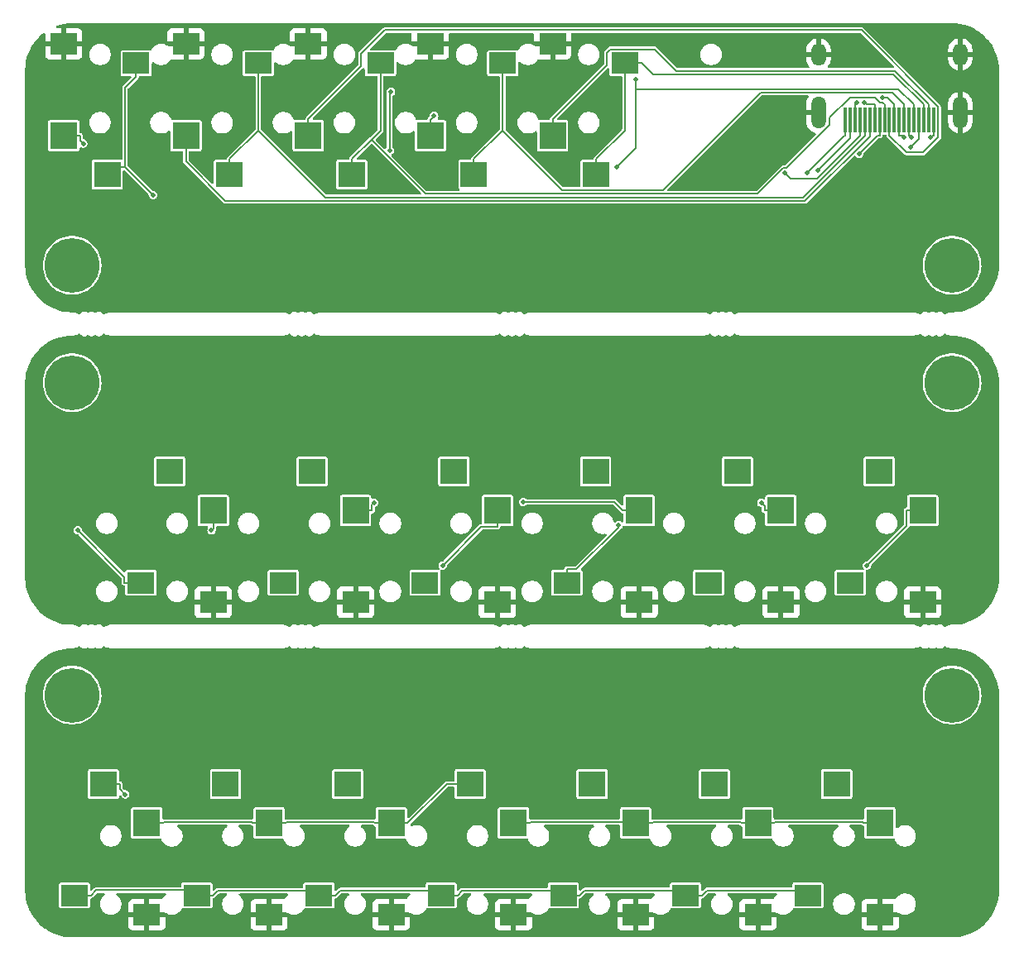
<source format=gbr>
%TF.GenerationSoftware,KiCad,Pcbnew,8.0.5*%
%TF.CreationDate,2024-11-15T20:40:57-05:00*%
%TF.ProjectId,One-8-DM5,4f6e652d-382d-4444-9d35-2e6b69636164,rev?*%
%TF.SameCoordinates,Original*%
%TF.FileFunction,Copper,L1,Top*%
%TF.FilePolarity,Positive*%
%FSLAX46Y46*%
G04 Gerber Fmt 4.6, Leading zero omitted, Abs format (unit mm)*
G04 Created by KiCad (PCBNEW 8.0.5) date 2024-11-15 20:40:57*
%MOMM*%
%LPD*%
G01*
G04 APERTURE LIST*
%TA.AperFunction,SMDPad,CuDef*%
%ADD10R,2.800000X2.200000*%
%TD*%
%TA.AperFunction,SMDPad,CuDef*%
%ADD11R,2.800000X2.800000*%
%TD*%
%TA.AperFunction,SMDPad,CuDef*%
%ADD12R,2.800000X2.600000*%
%TD*%
%TA.AperFunction,ComponentPad*%
%ADD13C,5.600000*%
%TD*%
%TA.AperFunction,SMDPad,CuDef*%
%ADD14R,0.300000X2.600000*%
%TD*%
%TA.AperFunction,ComponentPad*%
%ADD15O,1.500000X3.300000*%
%TD*%
%TA.AperFunction,ComponentPad*%
%ADD16O,1.500000X2.300000*%
%TD*%
%TA.AperFunction,ViaPad*%
%ADD17C,0.460000*%
%TD*%
%TA.AperFunction,Conductor*%
%ADD18C,0.152400*%
%TD*%
G04 APERTURE END LIST*
D10*
%TO.P,J4,R*%
%TO.N,Net-(J1-PadR)*%
X167512500Y-135350000D03*
%TO.P,J4,S*%
%TO.N,GND*%
X174912500Y-137350000D03*
D11*
%TO.P,J4,T*%
%TO.N,Net-(J4-PadT)*%
X174912500Y-127950000D03*
D12*
%TO.P,J4,TN*%
%TO.N,Net-(J1-PadT)*%
X170462500Y-123950000D03*
%TD*%
D10*
%TO.P,J3,R*%
%TO.N,Net-(J1-PadR)*%
X155012500Y-135350000D03*
%TO.P,J3,S*%
%TO.N,GND*%
X162412500Y-137350000D03*
D11*
%TO.P,J3,T*%
%TO.N,Net-(J1-PadT)*%
X162412500Y-127950000D03*
D12*
%TO.P,J3,TN*%
%TO.N,unconnected-(J3-PadTN)*%
X157962500Y-123950000D03*
%TD*%
D13*
%TO.P,H4,1,1*%
%TO.N,unconnected-(H4-Pad1)*%
X219762500Y-82850000D03*
%TD*%
D10*
%TO.P,J9,R*%
%TO.N,Net-(J12-PadT)*%
X136812500Y-103350000D03*
%TO.P,J9,S*%
%TO.N,GND*%
X144212500Y-105350000D03*
D11*
%TO.P,J9,T*%
%TO.N,Net-(J10-PadT)*%
X144212500Y-95950000D03*
D12*
%TO.P,J9,TN*%
%TO.N,unconnected-(J9-PadTN)*%
X139762500Y-91950000D03*
%TD*%
D10*
%TO.P,J1,R*%
%TO.N,Net-(J1-PadR)*%
X130012500Y-135350000D03*
%TO.P,J1,S*%
%TO.N,GND*%
X137412500Y-137350000D03*
D11*
%TO.P,J1,T*%
%TO.N,Net-(J1-PadT)*%
X137412500Y-127950000D03*
D12*
%TO.P,J1,TN*%
%TO.N,Net-(J1-PadTN)*%
X132962500Y-123950000D03*
%TD*%
D13*
%TO.P,H5,1,1*%
%TO.N,unconnected-(H5-Pad1)*%
X129762500Y-114850000D03*
%TD*%
%TO.P,H2,1,1*%
%TO.N,unconnected-(H2-Pad1)*%
X219762500Y-70850000D03*
%TD*%
D10*
%TO.P,J16,R*%
%TO.N,/Ring 2*%
X148812500Y-50155000D03*
%TO.P,J16,S*%
%TO.N,GND*%
X141412500Y-48155000D03*
D11*
%TO.P,J16,T*%
%TO.N,/TIP 2*%
X141412500Y-57555000D03*
D12*
%TO.P,J16,TN*%
%TO.N,/Ring 2*%
X145862500Y-61555000D03*
%TD*%
D10*
%TO.P,J26,R*%
%TO.N,unconnected-(J26-PadR)*%
X151362500Y-103350000D03*
%TO.P,J26,S*%
%TO.N,GND*%
X158762500Y-105350000D03*
D11*
%TO.P,J26,T*%
%TO.N,Net-(J25-PadT)*%
X158762500Y-95950000D03*
D12*
%TO.P,J26,TN*%
%TO.N,unconnected-(J26-PadTN)*%
X154312500Y-91950000D03*
%TD*%
D10*
%TO.P,J7,R*%
%TO.N,Net-(J1-PadR)*%
X205012500Y-135350000D03*
%TO.P,J7,S*%
%TO.N,GND*%
X212412500Y-137350000D03*
D11*
%TO.P,J7,T*%
%TO.N,Net-(J4-PadT)*%
X212412500Y-127950000D03*
D12*
%TO.P,J7,TN*%
%TO.N,unconnected-(J7-PadTN)*%
X207962500Y-123950000D03*
%TD*%
D10*
%TO.P,J27,R*%
%TO.N,unconnected-(J27-PadR)*%
X165862500Y-103350000D03*
%TO.P,J27,S*%
%TO.N,GND*%
X173262500Y-105350000D03*
D11*
%TO.P,J27,T*%
%TO.N,Net-(J25-PadR)*%
X173262500Y-95950000D03*
D12*
%TO.P,J27,TN*%
%TO.N,unconnected-(J27-PadTN)*%
X168812500Y-91950000D03*
%TD*%
D14*
%TO.P,J23,1,Pin_1*%
%TO.N,/Ring 0*%
X208862500Y-55975000D03*
%TO.P,J23,2,Pin_2*%
%TO.N,/TIP 0*%
X209362500Y-55975000D03*
%TO.P,J23,3,Pin_3*%
%TO.N,/Ring 1*%
X209862500Y-55975000D03*
%TO.P,J23,4,Pin_4*%
%TO.N,/TIP 1*%
X210362500Y-55975000D03*
%TO.P,J23,5,Pin_5*%
%TO.N,/Ring 2*%
X210862500Y-55975000D03*
%TO.P,J23,6,Pin_6*%
%TO.N,/TIP 2*%
X211362500Y-55975000D03*
%TO.P,J23,7,Pin_7*%
%TO.N,/Ring 3*%
X211862500Y-55975000D03*
%TO.P,J23,8,Pin_8*%
%TO.N,/TIP 3*%
X212362500Y-55975000D03*
%TO.P,J23,9,Pin_9*%
%TO.N,/Ring 4*%
X212862500Y-55975000D03*
%TO.P,J23,10,Pin_10*%
%TO.N,/TIP 4*%
X213362500Y-55975000D03*
%TO.P,J23,11,Pin_11*%
%TO.N,/Ring 5*%
X213862500Y-55975000D03*
%TO.P,J23,12,Pin_12*%
%TO.N,/TIP 5*%
X214362500Y-55975000D03*
%TO.P,J23,13,Pin_13*%
%TO.N,/Ring 6*%
X214862500Y-55975000D03*
%TO.P,J23,14,Pin_14*%
%TO.N,/TIP 6*%
X215362500Y-55975000D03*
%TO.P,J23,15,Pin_15*%
%TO.N,/Ring 7*%
X215862500Y-55975000D03*
%TO.P,J23,16,Pin_16*%
%TO.N,/TIP 7*%
X216362500Y-55975000D03*
%TO.P,J23,17,Pin_17*%
%TO.N,/Ring 8*%
X216862500Y-55975000D03*
%TO.P,J23,18,Pin_18*%
%TO.N,/TIP 8*%
X217362500Y-55975000D03*
%TO.P,J23,19,Pin_19*%
%TO.N,/TIP 9*%
X217862500Y-55975000D03*
D15*
%TO.P,J23,SH,Sheild*%
%TO.N,GND*%
X206112500Y-55215000D03*
X220612500Y-55215000D03*
D16*
X206112500Y-49255000D03*
X220612500Y-49255000D03*
%TD*%
D10*
%TO.P,J22,R*%
%TO.N,/Ring 8*%
X186312500Y-50155000D03*
%TO.P,J22,S*%
%TO.N,GND*%
X178912500Y-48155000D03*
D11*
%TO.P,J22,T*%
%TO.N,/TIP 8*%
X178912500Y-57555000D03*
D12*
%TO.P,J22,TN*%
%TO.N,/Ring 8*%
X183362500Y-61555000D03*
%TD*%
D10*
%TO.P,J2,R*%
%TO.N,Net-(J1-PadR)*%
X142512500Y-135350000D03*
%TO.P,J2,S*%
%TO.N,GND*%
X149912500Y-137350000D03*
D11*
%TO.P,J2,T*%
%TO.N,Net-(J1-PadT)*%
X149912500Y-127950000D03*
D12*
%TO.P,J2,TN*%
%TO.N,unconnected-(J2-PadTN)*%
X145462500Y-123950000D03*
%TD*%
D10*
%TO.P,J6,R*%
%TO.N,Net-(J1-PadR)*%
X192512500Y-135350000D03*
%TO.P,J6,S*%
%TO.N,GND*%
X199912500Y-137350000D03*
D11*
%TO.P,J6,T*%
%TO.N,Net-(J4-PadT)*%
X199912500Y-127950000D03*
D12*
%TO.P,J6,TN*%
%TO.N,unconnected-(J6-PadTN)*%
X195462500Y-123950000D03*
%TD*%
D13*
%TO.P,H1,1,1*%
%TO.N,unconnected-(H1-Pad1)*%
X129762500Y-70850000D03*
%TD*%
D10*
%TO.P,J31,R*%
%TO.N,unconnected-(J31-PadR)*%
X209362500Y-103350000D03*
%TO.P,J31,S*%
%TO.N,GND*%
X216762500Y-105350000D03*
D11*
%TO.P,J31,T*%
%TO.N,Net-(J28-PadR)*%
X216762500Y-95950000D03*
D12*
%TO.P,J31,TN*%
%TO.N,unconnected-(J31-PadTN)*%
X212312500Y-91950000D03*
%TD*%
D10*
%TO.P,J18,R*%
%TO.N,/Ring 4*%
X161312500Y-50155000D03*
%TO.P,J18,S*%
%TO.N,GND*%
X153912500Y-48155000D03*
D11*
%TO.P,J18,T*%
%TO.N,/TIP 4*%
X153912500Y-57555000D03*
D12*
%TO.P,J18,TN*%
%TO.N,/Ring 4*%
X158362500Y-61555000D03*
%TD*%
D10*
%TO.P,J13,R*%
%TO.N,/Ring 0*%
X136312500Y-50155000D03*
%TO.P,J13,S*%
%TO.N,GND*%
X128912500Y-48155000D03*
D11*
%TO.P,J13,T*%
%TO.N,/TIP 0*%
X128912500Y-57555000D03*
D12*
%TO.P,J13,TN*%
%TO.N,/Ring 0*%
X133362500Y-61555000D03*
%TD*%
D10*
%TO.P,J34,R*%
%TO.N,Net-(J34-PadR)*%
X180362500Y-103350000D03*
%TO.P,J34,S*%
%TO.N,GND*%
X187762500Y-105350000D03*
D11*
%TO.P,J34,T*%
%TO.N,Net-(J34-PadT)*%
X187762500Y-95950000D03*
D12*
%TO.P,J34,TN*%
%TO.N,unconnected-(J34-PadTN)*%
X183312500Y-91950000D03*
%TD*%
D10*
%TO.P,J20,R*%
%TO.N,/Ring 6*%
X173812500Y-50155000D03*
%TO.P,J20,S*%
%TO.N,GND*%
X166412500Y-48155000D03*
D11*
%TO.P,J20,T*%
%TO.N,/TIP 6*%
X166412500Y-57555000D03*
D12*
%TO.P,J20,TN*%
%TO.N,/Ring 6*%
X170862500Y-61555000D03*
%TD*%
D10*
%TO.P,J30,R*%
%TO.N,unconnected-(J30-PadR)*%
X194862500Y-103350000D03*
%TO.P,J30,S*%
%TO.N,GND*%
X202262500Y-105350000D03*
D11*
%TO.P,J30,T*%
%TO.N,Net-(J28-PadT)*%
X202262500Y-95950000D03*
D12*
%TO.P,J30,TN*%
%TO.N,unconnected-(J30-PadTN)*%
X197812500Y-91950000D03*
%TD*%
D13*
%TO.P,H3,1,1*%
%TO.N,unconnected-(H3-Pad1)*%
X129762500Y-82850000D03*
%TD*%
%TO.P,H6,1,1*%
%TO.N,unconnected-(H6-Pad1)*%
X219762500Y-114850000D03*
%TD*%
D10*
%TO.P,J5,R*%
%TO.N,Net-(J1-PadR)*%
X180012500Y-135350000D03*
%TO.P,J5,S*%
%TO.N,GND*%
X187412500Y-137350000D03*
D11*
%TO.P,J5,T*%
%TO.N,Net-(J4-PadT)*%
X187412500Y-127950000D03*
D12*
%TO.P,J5,TN*%
%TO.N,unconnected-(J5-PadTN)*%
X182962500Y-123950000D03*
%TD*%
D17*
%TO.N,Net-(J1-PadTN)*%
X135205500Y-125015600D03*
%TO.N,Net-(J34-PadT)*%
X175901300Y-95072000D03*
%TO.N,Net-(J34-PadR)*%
X185657800Y-97441600D03*
%TO.N,Net-(J28-PadT)*%
X200262700Y-95146800D03*
%TO.N,Net-(J28-PadR)*%
X211056000Y-101570400D03*
%TO.N,Net-(J25-PadT)*%
X160630700Y-95146800D03*
%TO.N,Net-(J25-PadR)*%
X167671600Y-101570400D03*
%TO.N,Net-(J12-PadT)*%
X130355300Y-97971600D03*
%TO.N,Net-(J10-PadT)*%
X144019100Y-97971600D03*
%TO.N,/TIP 9*%
X217571600Y-57752400D03*
%TO.N,/TIP 7*%
X215485800Y-58769600D03*
%TO.N,/Ring 7*%
X187407600Y-51828600D03*
X185455800Y-60772300D03*
%TO.N,/TIP 6*%
X215635700Y-57712000D03*
X166792100Y-55546900D03*
%TO.N,/Ring 5*%
X162382400Y-53072200D03*
X162237500Y-59102300D03*
X212624600Y-53670300D03*
%TO.N,/TIP 5*%
X214822600Y-57720500D03*
%TO.N,/TIP 3*%
X210263500Y-59432800D03*
%TO.N,/Ring 3*%
X210773000Y-54159200D03*
%TO.N,/TIP 1*%
X202683400Y-61399100D03*
%TO.N,/Ring 1*%
X210032800Y-54206600D03*
%TO.N,/TIP 0*%
X206054400Y-61094400D03*
X130903200Y-58385200D03*
%TO.N,/Ring 0*%
X204926500Y-61405400D03*
X138053000Y-63652400D03*
%TD*%
D18*
%TO.N,Net-(J4-PadT)*%
X210613500Y-127828900D02*
X210734600Y-127950000D01*
X201711500Y-127828900D02*
X210613500Y-127828900D01*
X201590400Y-127950000D02*
X201711500Y-127828900D01*
X199912500Y-127950000D02*
X201590400Y-127950000D01*
X212412500Y-127950000D02*
X210734600Y-127950000D01*
X198113500Y-127828900D02*
X198234600Y-127950000D01*
X189211500Y-127828900D02*
X198113500Y-127828900D01*
X189090400Y-127950000D02*
X189211500Y-127828900D01*
X199912500Y-127950000D02*
X198234600Y-127950000D01*
X188251500Y-127950000D02*
X187907600Y-127950000D01*
X187412500Y-127950000D02*
X187907600Y-127950000D01*
X188251500Y-127950000D02*
X189090400Y-127950000D01*
X176709700Y-127830700D02*
X176590400Y-127950000D01*
X187788300Y-127830700D02*
X176709700Y-127830700D01*
X187907600Y-127950000D02*
X187788300Y-127830700D01*
X174912500Y-127950000D02*
X176590400Y-127950000D01*
%TO.N,Net-(J1-PadR)*%
X130012500Y-135350000D02*
X131690400Y-135350000D01*
X132209900Y-134830500D02*
X131690400Y-135350000D01*
X141993000Y-134830500D02*
X132209900Y-134830500D01*
X142512500Y-135350000D02*
X141993000Y-134830500D01*
X142512500Y-135350000D02*
X144190400Y-135350000D01*
X144683200Y-134857200D02*
X144190400Y-135350000D01*
X154519700Y-134857200D02*
X144683200Y-134857200D01*
X155012500Y-135350000D02*
X154519700Y-134857200D01*
X167015400Y-134852900D02*
X167512500Y-135350000D01*
X157187500Y-134852900D02*
X167015400Y-134852900D01*
X156690400Y-135350000D02*
X157187500Y-134852900D01*
X155012500Y-135350000D02*
X156690400Y-135350000D01*
X167512500Y-135350000D02*
X169190400Y-135350000D01*
X169672300Y-134868100D02*
X169190400Y-135350000D01*
X179530600Y-134868100D02*
X169672300Y-134868100D01*
X180012500Y-135350000D02*
X179530600Y-134868100D01*
X180012500Y-135350000D02*
X181690400Y-135350000D01*
X182188300Y-134852100D02*
X181690400Y-135350000D01*
X192014600Y-134852100D02*
X182188300Y-134852100D01*
X192512500Y-135350000D02*
X192014600Y-134852100D01*
X194688300Y-134852100D02*
X194190400Y-135350000D01*
X204514600Y-134852100D02*
X194688300Y-134852100D01*
X205012500Y-135350000D02*
X204514600Y-134852100D01*
X192512500Y-135350000D02*
X194190400Y-135350000D01*
%TO.N,Net-(J1-PadT)*%
X168090400Y-123950000D02*
X170462500Y-123950000D01*
X164090400Y-127950000D02*
X168090400Y-123950000D01*
X162412500Y-127950000D02*
X164090400Y-127950000D01*
X160613500Y-127828900D02*
X160734600Y-127950000D01*
X151711500Y-127828900D02*
X160613500Y-127828900D01*
X151590400Y-127950000D02*
X151711500Y-127828900D01*
X149912500Y-127950000D02*
X151590400Y-127950000D01*
X162412500Y-127950000D02*
X160734600Y-127950000D01*
X148113500Y-127828900D02*
X148234600Y-127950000D01*
X139211500Y-127828900D02*
X148113500Y-127828900D01*
X139090400Y-127950000D02*
X139211500Y-127828900D01*
X137412500Y-127950000D02*
X139090400Y-127950000D01*
X149912500Y-127950000D02*
X148234600Y-127950000D01*
%TO.N,Net-(J1-PadTN)*%
X134640400Y-124450500D02*
X134640400Y-123950000D01*
X135205500Y-125015600D02*
X134640400Y-124450500D01*
X132962500Y-123950000D02*
X134640400Y-123950000D01*
%TO.N,Net-(J34-PadT)*%
X185206600Y-95072000D02*
X186084600Y-95950000D01*
X175901300Y-95072000D02*
X185206600Y-95072000D01*
X187762500Y-95950000D02*
X186084600Y-95950000D01*
%TO.N,Net-(J34-PadR)*%
X181357200Y-101972100D02*
X180362500Y-101972100D01*
X185657800Y-97671500D02*
X181357200Y-101972100D01*
X185657800Y-97441600D02*
X185657800Y-97671500D01*
X180362500Y-103350000D02*
X180362500Y-101972100D01*
%TO.N,Net-(J28-PadT)*%
X200584600Y-95468700D02*
X200584600Y-95950000D01*
X200262700Y-95146800D02*
X200584600Y-95468700D01*
X202262500Y-95950000D02*
X200584600Y-95950000D01*
%TO.N,Net-(J28-PadR)*%
X215084600Y-97541800D02*
X215084600Y-95950000D01*
X211056000Y-101570400D02*
X215084600Y-97541800D01*
X216762500Y-95950000D02*
X215084600Y-95950000D01*
%TO.N,Net-(J25-PadT)*%
X160440400Y-95337100D02*
X160440400Y-95950000D01*
X160630700Y-95146800D02*
X160440400Y-95337100D01*
X158762500Y-95950000D02*
X160440400Y-95950000D01*
%TO.N,Net-(J25-PadR)*%
X171614100Y-97627900D02*
X173262500Y-97627900D01*
X167671600Y-101570400D02*
X171614100Y-97627900D01*
X173262500Y-95950000D02*
X173262500Y-97627900D01*
%TO.N,Net-(J12-PadT)*%
X135134600Y-102750900D02*
X135134600Y-103350000D01*
X130355300Y-97971600D02*
X135134600Y-102750900D01*
X136812500Y-103350000D02*
X135134600Y-103350000D01*
%TO.N,Net-(J10-PadT)*%
X144212500Y-97778200D02*
X144212500Y-95950000D01*
X144019100Y-97971600D02*
X144212500Y-97778200D01*
%TO.N,/TIP 9*%
X217771100Y-57552900D02*
X217571600Y-57752400D01*
X217862500Y-57552900D02*
X217771100Y-57552900D01*
X217862500Y-55975000D02*
X217862500Y-57552900D01*
%TO.N,/TIP 8*%
X184439300Y-50350300D02*
X178912500Y-55877100D01*
X184439300Y-49078700D02*
X184439300Y-50350300D01*
X184790900Y-48727100D02*
X184439300Y-49078700D01*
X189373200Y-48727100D02*
X184790900Y-48727100D01*
X191573300Y-50927200D02*
X189373200Y-48727100D01*
X213925800Y-50927200D02*
X191573300Y-50927200D01*
X217362500Y-54363900D02*
X213925800Y-50927200D01*
X217362500Y-55975000D02*
X217362500Y-54363900D01*
X178912500Y-57555000D02*
X178912500Y-55877100D01*
%TO.N,/Ring 8*%
X183362500Y-61555000D02*
X183362500Y-59977100D01*
X186312500Y-57027100D02*
X183362500Y-59977100D01*
X186312500Y-50155000D02*
X186312500Y-57027100D01*
X189157600Y-51322200D02*
X187990400Y-50155000D01*
X213787600Y-51322200D02*
X189157600Y-51322200D01*
X216862500Y-54397100D02*
X213787600Y-51322200D01*
X216862500Y-55975000D02*
X216862500Y-54397100D01*
X186312500Y-50155000D02*
X187990400Y-50155000D01*
%TO.N,/TIP 7*%
X216362500Y-57892900D02*
X216362500Y-55975000D01*
X215485800Y-58769600D02*
X216362500Y-57892900D01*
%TO.N,/Ring 7*%
X215862500Y-55975000D02*
X215862500Y-54397100D01*
X187407600Y-58820500D02*
X185455800Y-60772300D01*
X187407600Y-52806700D02*
X187407600Y-58820500D01*
X187407600Y-51828600D02*
X187407600Y-52806700D01*
X214272100Y-52806700D02*
X215862500Y-54397100D01*
X187407600Y-52806700D02*
X214272100Y-52806700D01*
%TO.N,/Ring 6*%
X170862500Y-61555000D02*
X170862500Y-59977100D01*
X170862500Y-59977100D02*
X173812500Y-57027100D01*
X173812500Y-57027100D02*
X173812500Y-50155000D01*
X214862500Y-55975000D02*
X214862500Y-54397100D01*
X213627700Y-53162300D02*
X214862500Y-54397100D01*
X200159600Y-53162300D02*
X213627700Y-53162300D01*
X190189000Y-63132900D02*
X200159600Y-53162300D01*
X179918300Y-63132900D02*
X190189000Y-63132900D01*
X173812500Y-57027100D02*
X179918300Y-63132900D01*
%TO.N,/TIP 6*%
X215476600Y-57552900D02*
X215635700Y-57712000D01*
X215362500Y-57552900D02*
X215476600Y-57552900D01*
X166461900Y-55877100D02*
X166412500Y-55877100D01*
X166792100Y-55546900D02*
X166461900Y-55877100D01*
X166412500Y-57555000D02*
X166412500Y-55877100D01*
X215362500Y-55975000D02*
X215362500Y-57552900D01*
%TO.N,/Ring 5*%
X162237500Y-53217100D02*
X162237500Y-59102300D01*
X162382400Y-53072200D02*
X162237500Y-53217100D01*
X213862500Y-55975000D02*
X213862500Y-54397100D01*
X213135700Y-53670300D02*
X212624600Y-53670300D01*
X213862500Y-54397100D02*
X213135700Y-53670300D01*
%TO.N,/TIP 5*%
X214362500Y-55975000D02*
X214362500Y-57552900D01*
X214655000Y-57552900D02*
X214822600Y-57720500D01*
X214362500Y-57552900D02*
X214655000Y-57552900D01*
%TO.N,/TIP 4*%
X153912500Y-57555000D02*
X153912500Y-55877100D01*
X213362500Y-55975000D02*
X213362500Y-57552900D01*
X159314500Y-50475100D02*
X153912500Y-55877100D01*
X159314500Y-49229600D02*
X159314500Y-50475100D01*
X161767000Y-46777100D02*
X159314500Y-49229600D01*
X210525700Y-46777100D02*
X161767000Y-46777100D01*
X218352400Y-54603800D02*
X210525700Y-46777100D01*
X218352400Y-57768800D02*
X218352400Y-54603800D01*
X216832500Y-59288700D02*
X218352400Y-57768800D01*
X215098300Y-59288700D02*
X216832500Y-59288700D01*
X213362500Y-57552900D02*
X215098300Y-59288700D01*
%TO.N,/Ring 4*%
X158362500Y-61555000D02*
X158362500Y-59977100D01*
X161312500Y-50155000D02*
X161312500Y-51532900D01*
X212862500Y-55975000D02*
X212862500Y-54397100D01*
X161312500Y-57027100D02*
X160371400Y-57968200D01*
X161312500Y-51532900D02*
X161312500Y-57027100D01*
X160371400Y-57968200D02*
X158362500Y-59977100D01*
X165937500Y-63534400D02*
X160371400Y-57968200D01*
X199829500Y-63534400D02*
X165937500Y-63534400D01*
X202472900Y-60891000D02*
X199829500Y-63534400D01*
X202819200Y-60891000D02*
X202472900Y-60891000D01*
X207263500Y-56446700D02*
X202819200Y-60891000D01*
X207263500Y-55719900D02*
X207263500Y-56446700D01*
X209321400Y-53662000D02*
X207263500Y-55719900D01*
X210552000Y-53662000D02*
X209321400Y-53662000D01*
X210562700Y-53651300D02*
X210552000Y-53662000D01*
X210983400Y-53651300D02*
X210562700Y-53651300D01*
X210994100Y-53662000D02*
X210983400Y-53651300D01*
X211898100Y-53662000D02*
X210994100Y-53662000D01*
X212414300Y-54178200D02*
X211898100Y-53662000D01*
X212641500Y-54178200D02*
X212414300Y-54178200D01*
X212722300Y-54259000D02*
X212641500Y-54178200D01*
X212724400Y-54259000D02*
X212722300Y-54259000D01*
X212862500Y-54397100D02*
X212724400Y-54259000D01*
%TO.N,/TIP 3*%
X212143400Y-57552900D02*
X210263500Y-59432800D01*
X212362500Y-57552900D02*
X212143400Y-57552900D01*
X212362500Y-55975000D02*
X212362500Y-57552900D01*
%TO.N,/Ring 3*%
X211010900Y-54397100D02*
X210773000Y-54159200D01*
X211862500Y-54397100D02*
X211010900Y-54397100D01*
X211862500Y-55975000D02*
X211862500Y-54397100D01*
%TO.N,/TIP 2*%
X141412500Y-60225200D02*
X141412500Y-57555000D01*
X145445700Y-64258400D02*
X141412500Y-60225200D01*
X204719700Y-64258400D02*
X145445700Y-64258400D01*
X211362500Y-57615600D02*
X204719700Y-64258400D01*
X211362500Y-55975000D02*
X211362500Y-57615600D01*
%TO.N,/Ring 2*%
X148812500Y-50155000D02*
X148812500Y-51532900D01*
X145862500Y-61555000D02*
X145862500Y-59977100D01*
X148812500Y-51532900D02*
X148812500Y-57027100D01*
X148812500Y-57027100D02*
X145862500Y-59977100D01*
X155684200Y-63898800D02*
X148812500Y-57027100D01*
X204525800Y-63898800D02*
X155684200Y-63898800D01*
X210862500Y-57562100D02*
X204525800Y-63898800D01*
X210862500Y-55975000D02*
X210862500Y-57562100D01*
%TO.N,/TIP 1*%
X210362500Y-55975000D02*
X210362500Y-57552900D01*
X203238900Y-61954600D02*
X202683400Y-61399100D01*
X205960800Y-61954600D02*
X203238900Y-61954600D01*
X210362500Y-57552900D02*
X205960800Y-61954600D01*
%TO.N,/Ring 1*%
X209862500Y-54376900D02*
X210032800Y-54206600D01*
X209862500Y-55975000D02*
X209862500Y-54376900D01*
%TO.N,/TIP 0*%
X130590400Y-58072400D02*
X130590400Y-57555000D01*
X130903200Y-58385200D02*
X130590400Y-58072400D01*
X128912500Y-57555000D02*
X130590400Y-57555000D01*
X209362500Y-57786300D02*
X206054400Y-61094400D01*
X209362500Y-55975000D02*
X209362500Y-57786300D01*
%TO.N,/Ring 0*%
X133362500Y-61555000D02*
X133362500Y-60766000D01*
X136312500Y-50155000D02*
X136312500Y-51532900D01*
X133362500Y-60766000D02*
X135166600Y-60766000D01*
X135166600Y-52678800D02*
X136312500Y-51532900D01*
X135166600Y-60766000D02*
X135166600Y-52678800D01*
X135166600Y-60766000D02*
X138053000Y-63652400D01*
X208862500Y-55975000D02*
X208862500Y-57552900D01*
X208779000Y-57552900D02*
X204926500Y-61405400D01*
X208862500Y-57552900D02*
X208779000Y-57552900D01*
%TD*%
%TA.AperFunction,Conductor*%
%TO.N,GND*%
G36*
X216565121Y-109856526D02*
G01*
X216600580Y-109895533D01*
X216608800Y-109909770D01*
X216702730Y-110003700D01*
X216817770Y-110070119D01*
X216946081Y-110104500D01*
X216946084Y-110104500D01*
X217078916Y-110104500D01*
X217078919Y-110104500D01*
X217207230Y-110070119D01*
X217322270Y-110003700D01*
X217322271Y-110003698D01*
X217325499Y-110001835D01*
X217393399Y-109985362D01*
X217449501Y-110001835D01*
X217452728Y-110003698D01*
X217452730Y-110003700D01*
X217567770Y-110070119D01*
X217696081Y-110104500D01*
X217696084Y-110104500D01*
X217828916Y-110104500D01*
X217828919Y-110104500D01*
X217957230Y-110070119D01*
X218072270Y-110003700D01*
X218072271Y-110003698D01*
X218075499Y-110001835D01*
X218143399Y-109985362D01*
X218199501Y-110001835D01*
X218202728Y-110003698D01*
X218202730Y-110003700D01*
X218317770Y-110070119D01*
X218446081Y-110104500D01*
X218446084Y-110104500D01*
X218578916Y-110104500D01*
X218578919Y-110104500D01*
X218707230Y-110070119D01*
X218822270Y-110003700D01*
X218916200Y-109909770D01*
X218924419Y-109895533D01*
X218974981Y-109847321D01*
X219043587Y-109834095D01*
X219093803Y-109850146D01*
X219253209Y-109942179D01*
X219450601Y-110014024D01*
X219657470Y-110050500D01*
X219722618Y-110050500D01*
X219759794Y-110050500D01*
X219765202Y-110050617D01*
X220175417Y-110068528D01*
X220186154Y-110069468D01*
X220590557Y-110122708D01*
X220601195Y-110124583D01*
X220999425Y-110212869D01*
X221009865Y-110215667D01*
X221398863Y-110338317D01*
X221409024Y-110342015D01*
X221785863Y-110498108D01*
X221795655Y-110502674D01*
X222157465Y-110691020D01*
X222166805Y-110696413D01*
X222452136Y-110878189D01*
X222510809Y-110915568D01*
X222519670Y-110921772D01*
X222843266Y-111170076D01*
X222851553Y-111177030D01*
X223152267Y-111452583D01*
X223159916Y-111460232D01*
X223435469Y-111760946D01*
X223442423Y-111769233D01*
X223690727Y-112092829D01*
X223696931Y-112101690D01*
X223911918Y-112439151D01*
X223916078Y-112445680D01*
X223921487Y-112455048D01*
X224109822Y-112816838D01*
X224114394Y-112826642D01*
X224270483Y-113203473D01*
X224274183Y-113213639D01*
X224396831Y-113602630D01*
X224399631Y-113613078D01*
X224487914Y-114011296D01*
X224489792Y-114021950D01*
X224543029Y-114426326D01*
X224543972Y-114437102D01*
X224561882Y-114847297D01*
X224562000Y-114852706D01*
X224562000Y-134847293D01*
X224561882Y-134852702D01*
X224543972Y-135262897D01*
X224543029Y-135273673D01*
X224489792Y-135678049D01*
X224487914Y-135688703D01*
X224399631Y-136086921D01*
X224396831Y-136097369D01*
X224274183Y-136486360D01*
X224270483Y-136496526D01*
X224114394Y-136873357D01*
X224109822Y-136883161D01*
X223921487Y-137244951D01*
X223916078Y-137254319D01*
X223696931Y-137598309D01*
X223690727Y-137607170D01*
X223442423Y-137930766D01*
X223435469Y-137939053D01*
X223159916Y-138239767D01*
X223152267Y-138247416D01*
X222851553Y-138522969D01*
X222843266Y-138529923D01*
X222519670Y-138778227D01*
X222510809Y-138784431D01*
X222166819Y-139003578D01*
X222157451Y-139008987D01*
X221795661Y-139197322D01*
X221785857Y-139201894D01*
X221409026Y-139357983D01*
X221398860Y-139361683D01*
X221009869Y-139484331D01*
X220999421Y-139487131D01*
X220601203Y-139575414D01*
X220590549Y-139577292D01*
X220186173Y-139630529D01*
X220175397Y-139631472D01*
X219765203Y-139649382D01*
X219759794Y-139649500D01*
X129765205Y-139649500D01*
X129759796Y-139649382D01*
X129349601Y-139631473D01*
X129338827Y-139630530D01*
X129272550Y-139621804D01*
X128934449Y-139577293D01*
X128923795Y-139575415D01*
X128525578Y-139487132D01*
X128515130Y-139484332D01*
X128126139Y-139361684D01*
X128115973Y-139357984D01*
X127739141Y-139201895D01*
X127729337Y-139197323D01*
X127367557Y-139008992D01*
X127358189Y-139003584D01*
X127014181Y-138784427D01*
X127005320Y-138778222D01*
X126681732Y-138529924D01*
X126673445Y-138522970D01*
X126646025Y-138497844D01*
X135512500Y-138497844D01*
X135518901Y-138557372D01*
X135518903Y-138557379D01*
X135569145Y-138692086D01*
X135569149Y-138692093D01*
X135655309Y-138807187D01*
X135655312Y-138807190D01*
X135770406Y-138893350D01*
X135770413Y-138893354D01*
X135905120Y-138943596D01*
X135905127Y-138943598D01*
X135964655Y-138949999D01*
X135964672Y-138950000D01*
X137162500Y-138950000D01*
X137662500Y-138950000D01*
X138860328Y-138950000D01*
X138860344Y-138949999D01*
X138919872Y-138943598D01*
X138919879Y-138943596D01*
X139054586Y-138893354D01*
X139054593Y-138893350D01*
X139169687Y-138807190D01*
X139169690Y-138807187D01*
X139255850Y-138692093D01*
X139255854Y-138692086D01*
X139306096Y-138557379D01*
X139306098Y-138557372D01*
X139312499Y-138497844D01*
X148012500Y-138497844D01*
X148018901Y-138557372D01*
X148018903Y-138557379D01*
X148069145Y-138692086D01*
X148069149Y-138692093D01*
X148155309Y-138807187D01*
X148155312Y-138807190D01*
X148270406Y-138893350D01*
X148270413Y-138893354D01*
X148405120Y-138943596D01*
X148405127Y-138943598D01*
X148464655Y-138949999D01*
X148464672Y-138950000D01*
X149662500Y-138950000D01*
X150162500Y-138950000D01*
X151360328Y-138950000D01*
X151360344Y-138949999D01*
X151419872Y-138943598D01*
X151419879Y-138943596D01*
X151554586Y-138893354D01*
X151554593Y-138893350D01*
X151669687Y-138807190D01*
X151669690Y-138807187D01*
X151755850Y-138692093D01*
X151755854Y-138692086D01*
X151806096Y-138557379D01*
X151806098Y-138557372D01*
X151812499Y-138497844D01*
X160512500Y-138497844D01*
X160518901Y-138557372D01*
X160518903Y-138557379D01*
X160569145Y-138692086D01*
X160569149Y-138692093D01*
X160655309Y-138807187D01*
X160655312Y-138807190D01*
X160770406Y-138893350D01*
X160770413Y-138893354D01*
X160905120Y-138943596D01*
X160905127Y-138943598D01*
X160964655Y-138949999D01*
X160964672Y-138950000D01*
X162162500Y-138950000D01*
X162662500Y-138950000D01*
X163860328Y-138950000D01*
X163860344Y-138949999D01*
X163919872Y-138943598D01*
X163919879Y-138943596D01*
X164054586Y-138893354D01*
X164054593Y-138893350D01*
X164169687Y-138807190D01*
X164169690Y-138807187D01*
X164255850Y-138692093D01*
X164255854Y-138692086D01*
X164306096Y-138557379D01*
X164306098Y-138557372D01*
X164312499Y-138497844D01*
X173012500Y-138497844D01*
X173018901Y-138557372D01*
X173018903Y-138557379D01*
X173069145Y-138692086D01*
X173069149Y-138692093D01*
X173155309Y-138807187D01*
X173155312Y-138807190D01*
X173270406Y-138893350D01*
X173270413Y-138893354D01*
X173405120Y-138943596D01*
X173405127Y-138943598D01*
X173464655Y-138949999D01*
X173464672Y-138950000D01*
X174662500Y-138950000D01*
X175162500Y-138950000D01*
X176360328Y-138950000D01*
X176360344Y-138949999D01*
X176419872Y-138943598D01*
X176419879Y-138943596D01*
X176554586Y-138893354D01*
X176554593Y-138893350D01*
X176669687Y-138807190D01*
X176669690Y-138807187D01*
X176755850Y-138692093D01*
X176755854Y-138692086D01*
X176806096Y-138557379D01*
X176806098Y-138557372D01*
X176812499Y-138497844D01*
X185512500Y-138497844D01*
X185518901Y-138557372D01*
X185518903Y-138557379D01*
X185569145Y-138692086D01*
X185569149Y-138692093D01*
X185655309Y-138807187D01*
X185655312Y-138807190D01*
X185770406Y-138893350D01*
X185770413Y-138893354D01*
X185905120Y-138943596D01*
X185905127Y-138943598D01*
X185964655Y-138949999D01*
X185964672Y-138950000D01*
X187162500Y-138950000D01*
X187662500Y-138950000D01*
X188860328Y-138950000D01*
X188860344Y-138949999D01*
X188919872Y-138943598D01*
X188919879Y-138943596D01*
X189054586Y-138893354D01*
X189054593Y-138893350D01*
X189169687Y-138807190D01*
X189169690Y-138807187D01*
X189255850Y-138692093D01*
X189255854Y-138692086D01*
X189306096Y-138557379D01*
X189306098Y-138557372D01*
X189312499Y-138497844D01*
X198012500Y-138497844D01*
X198018901Y-138557372D01*
X198018903Y-138557379D01*
X198069145Y-138692086D01*
X198069149Y-138692093D01*
X198155309Y-138807187D01*
X198155312Y-138807190D01*
X198270406Y-138893350D01*
X198270413Y-138893354D01*
X198405120Y-138943596D01*
X198405127Y-138943598D01*
X198464655Y-138949999D01*
X198464672Y-138950000D01*
X199662500Y-138950000D01*
X200162500Y-138950000D01*
X201360328Y-138950000D01*
X201360344Y-138949999D01*
X201419872Y-138943598D01*
X201419879Y-138943596D01*
X201554586Y-138893354D01*
X201554593Y-138893350D01*
X201669687Y-138807190D01*
X201669690Y-138807187D01*
X201755850Y-138692093D01*
X201755854Y-138692086D01*
X201806096Y-138557379D01*
X201806098Y-138557372D01*
X201812499Y-138497844D01*
X210512500Y-138497844D01*
X210518901Y-138557372D01*
X210518903Y-138557379D01*
X210569145Y-138692086D01*
X210569149Y-138692093D01*
X210655309Y-138807187D01*
X210655312Y-138807190D01*
X210770406Y-138893350D01*
X210770413Y-138893354D01*
X210905120Y-138943596D01*
X210905127Y-138943598D01*
X210964655Y-138949999D01*
X210964672Y-138950000D01*
X212162500Y-138950000D01*
X212662500Y-138950000D01*
X213860328Y-138950000D01*
X213860344Y-138949999D01*
X213919872Y-138943598D01*
X213919879Y-138943596D01*
X214054586Y-138893354D01*
X214054593Y-138893350D01*
X214169687Y-138807190D01*
X214169690Y-138807187D01*
X214255850Y-138692093D01*
X214255854Y-138692086D01*
X214306096Y-138557379D01*
X214306098Y-138557372D01*
X214312499Y-138497844D01*
X214312500Y-138497827D01*
X214312500Y-137600000D01*
X212662500Y-137600000D01*
X212662500Y-138950000D01*
X212162500Y-138950000D01*
X212162500Y-137600000D01*
X210512500Y-137600000D01*
X210512500Y-138497844D01*
X201812499Y-138497844D01*
X201812500Y-138497827D01*
X201812500Y-137600000D01*
X200162500Y-137600000D01*
X200162500Y-138950000D01*
X199662500Y-138950000D01*
X199662500Y-137600000D01*
X198012500Y-137600000D01*
X198012500Y-138497844D01*
X189312499Y-138497844D01*
X189312500Y-138497827D01*
X189312500Y-137600000D01*
X187662500Y-137600000D01*
X187662500Y-138950000D01*
X187162500Y-138950000D01*
X187162500Y-137600000D01*
X185512500Y-137600000D01*
X185512500Y-138497844D01*
X176812499Y-138497844D01*
X176812500Y-138497827D01*
X176812500Y-137600000D01*
X175162500Y-137600000D01*
X175162500Y-138950000D01*
X174662500Y-138950000D01*
X174662500Y-137600000D01*
X173012500Y-137600000D01*
X173012500Y-138497844D01*
X164312499Y-138497844D01*
X164312500Y-138497827D01*
X164312500Y-137600000D01*
X162662500Y-137600000D01*
X162662500Y-138950000D01*
X162162500Y-138950000D01*
X162162500Y-137600000D01*
X160512500Y-137600000D01*
X160512500Y-138497844D01*
X151812499Y-138497844D01*
X151812500Y-138497827D01*
X151812500Y-137600000D01*
X150162500Y-137600000D01*
X150162500Y-138950000D01*
X149662500Y-138950000D01*
X149662500Y-137600000D01*
X148012500Y-137600000D01*
X148012500Y-138497844D01*
X139312499Y-138497844D01*
X139312500Y-138497827D01*
X139312500Y-137600000D01*
X137662500Y-137600000D01*
X137662500Y-138950000D01*
X137162500Y-138950000D01*
X137162500Y-137600000D01*
X135512500Y-137600000D01*
X135512500Y-138497844D01*
X126646025Y-138497844D01*
X126372731Y-138247417D01*
X126365082Y-138239768D01*
X126089529Y-137939054D01*
X126082575Y-137930767D01*
X125834271Y-137607171D01*
X125828067Y-137598310D01*
X125774568Y-137514334D01*
X125608912Y-137254306D01*
X125603519Y-137244966D01*
X125415173Y-136883156D01*
X125410604Y-136873358D01*
X125392182Y-136828884D01*
X125254514Y-136496524D01*
X125250815Y-136486360D01*
X125203698Y-136336925D01*
X125128166Y-136097365D01*
X125125367Y-136086921D01*
X125037082Y-135688696D01*
X125035206Y-135678050D01*
X125034294Y-135671121D01*
X124981967Y-135273654D01*
X124981027Y-135262917D01*
X124963118Y-134852724D01*
X124963000Y-134847315D01*
X124963000Y-134230247D01*
X128412000Y-134230247D01*
X128412000Y-136469752D01*
X128423631Y-136528229D01*
X128423632Y-136528230D01*
X128467947Y-136594552D01*
X128534269Y-136638867D01*
X128534270Y-136638868D01*
X128592747Y-136650499D01*
X128592750Y-136650500D01*
X128592752Y-136650500D01*
X131432250Y-136650500D01*
X131432251Y-136650499D01*
X131447068Y-136647552D01*
X131490729Y-136638868D01*
X131490729Y-136638867D01*
X131490731Y-136638867D01*
X131557052Y-136594552D01*
X131601367Y-136528231D01*
X131601367Y-136528229D01*
X131601368Y-136528229D01*
X131612999Y-136469752D01*
X131613000Y-136469750D01*
X131613000Y-135750430D01*
X131632685Y-135683391D01*
X131685489Y-135637636D01*
X131720826Y-135627489D01*
X131726822Y-135626700D01*
X131726828Y-135626700D01*
X131726833Y-135626698D01*
X131726837Y-135626698D01*
X131797203Y-135607844D01*
X131797204Y-135607844D01*
X131832175Y-135587652D01*
X131860298Y-135571415D01*
X132288194Y-135143519D01*
X132349517Y-135110034D01*
X132375875Y-135107200D01*
X133024709Y-135107200D01*
X133091748Y-135126885D01*
X133137503Y-135179689D01*
X133147447Y-135248847D01*
X133118422Y-135312403D01*
X133097595Y-135331518D01*
X132992965Y-135407536D01*
X132870037Y-135530464D01*
X132870037Y-135530465D01*
X132870035Y-135530467D01*
X132840282Y-135571418D01*
X132767847Y-135671115D01*
X132688918Y-135826021D01*
X132635197Y-135991357D01*
X132635197Y-135991360D01*
X132608000Y-136163074D01*
X132608000Y-136336925D01*
X132635197Y-136508639D01*
X132635197Y-136508642D01*
X132688918Y-136673978D01*
X132688920Y-136673981D01*
X132767847Y-136828884D01*
X132870035Y-136969533D01*
X132992967Y-137092465D01*
X133133616Y-137194653D01*
X133241750Y-137249750D01*
X133288521Y-137273581D01*
X133453858Y-137327302D01*
X133453859Y-137327302D01*
X133453862Y-137327303D01*
X133625574Y-137354500D01*
X133625575Y-137354500D01*
X133799425Y-137354500D01*
X133799426Y-137354500D01*
X133971138Y-137327303D01*
X133971141Y-137327302D01*
X133971142Y-137327302D01*
X134136478Y-137273581D01*
X134136478Y-137273580D01*
X134136481Y-137273580D01*
X134291384Y-137194653D01*
X134432033Y-137092465D01*
X134554965Y-136969533D01*
X134657153Y-136828884D01*
X134736080Y-136673981D01*
X134789803Y-136508638D01*
X134817000Y-136336926D01*
X134817000Y-136202155D01*
X135512500Y-136202155D01*
X135512500Y-137100000D01*
X137162500Y-137100000D01*
X137162500Y-135750000D01*
X135964655Y-135750000D01*
X135905127Y-135756401D01*
X135905120Y-135756403D01*
X135770413Y-135806645D01*
X135770406Y-135806649D01*
X135655312Y-135892809D01*
X135655309Y-135892812D01*
X135569149Y-136007906D01*
X135569145Y-136007913D01*
X135518903Y-136142620D01*
X135518901Y-136142627D01*
X135512500Y-136202155D01*
X134817000Y-136202155D01*
X134817000Y-136163074D01*
X134789803Y-135991362D01*
X134789802Y-135991358D01*
X134789802Y-135991357D01*
X134736081Y-135826021D01*
X134690533Y-135736628D01*
X134657153Y-135671116D01*
X134554965Y-135530467D01*
X134432033Y-135407535D01*
X134327404Y-135331517D01*
X134284740Y-135276187D01*
X134278761Y-135206574D01*
X134311367Y-135144779D01*
X134372206Y-135110422D01*
X134400291Y-135107200D01*
X139274709Y-135107200D01*
X139341748Y-135126885D01*
X139387503Y-135179689D01*
X139397447Y-135248847D01*
X139368422Y-135312403D01*
X139347595Y-135331518D01*
X139242965Y-135407536D01*
X139120037Y-135530464D01*
X139120037Y-135530465D01*
X139120035Y-135530467D01*
X139090282Y-135571418D01*
X139017843Y-135671121D01*
X139010346Y-135685834D01*
X138962370Y-135736628D01*
X138894548Y-135753421D01*
X138886611Y-135752825D01*
X138860333Y-135750000D01*
X137662500Y-135750000D01*
X137662500Y-137100000D01*
X139213047Y-137100000D01*
X139280086Y-137119685D01*
X139285932Y-137123682D01*
X139374760Y-137188218D01*
X139383616Y-137194653D01*
X139538519Y-137273580D01*
X139538521Y-137273581D01*
X139703858Y-137327302D01*
X139703859Y-137327302D01*
X139703862Y-137327303D01*
X139875574Y-137354500D01*
X139875575Y-137354500D01*
X140049425Y-137354500D01*
X140049426Y-137354500D01*
X140221138Y-137327303D01*
X140221141Y-137327302D01*
X140221142Y-137327302D01*
X140386478Y-137273581D01*
X140386478Y-137273580D01*
X140386481Y-137273580D01*
X140541384Y-137194653D01*
X140682033Y-137092465D01*
X140804965Y-136969533D01*
X140907153Y-136828884D01*
X140964151Y-136717018D01*
X141012123Y-136666225D01*
X141079943Y-136649429D01*
X141086794Y-136649913D01*
X141092751Y-136650500D01*
X141092752Y-136650500D01*
X143932250Y-136650500D01*
X143932251Y-136650499D01*
X143947068Y-136647552D01*
X143990729Y-136638868D01*
X143990729Y-136638867D01*
X143990731Y-136638867D01*
X144057052Y-136594552D01*
X144101367Y-136528231D01*
X144101367Y-136528229D01*
X144101368Y-136528229D01*
X144112999Y-136469752D01*
X144113000Y-136469750D01*
X144113000Y-135750430D01*
X144132685Y-135683391D01*
X144185489Y-135637636D01*
X144220826Y-135627489D01*
X144226822Y-135626700D01*
X144226828Y-135626700D01*
X144226833Y-135626698D01*
X144226837Y-135626698D01*
X144297203Y-135607844D01*
X144297204Y-135607844D01*
X144332175Y-135587652D01*
X144360298Y-135571415D01*
X144761494Y-135170219D01*
X144822817Y-135136734D01*
X144849175Y-135133900D01*
X145487960Y-135133900D01*
X145554999Y-135153585D01*
X145600754Y-135206389D01*
X145610698Y-135275547D01*
X145581673Y-135339103D01*
X145560846Y-135358218D01*
X145492965Y-135407536D01*
X145370037Y-135530464D01*
X145370037Y-135530465D01*
X145370035Y-135530467D01*
X145340282Y-135571418D01*
X145267847Y-135671115D01*
X145188918Y-135826021D01*
X145135197Y-135991357D01*
X145135197Y-135991360D01*
X145108000Y-136163074D01*
X145108000Y-136336925D01*
X145135197Y-136508639D01*
X145135197Y-136508642D01*
X145188918Y-136673978D01*
X145188920Y-136673981D01*
X145267847Y-136828884D01*
X145370035Y-136969533D01*
X145492967Y-137092465D01*
X145633616Y-137194653D01*
X145741750Y-137249750D01*
X145788521Y-137273581D01*
X145953858Y-137327302D01*
X145953859Y-137327302D01*
X145953862Y-137327303D01*
X146125574Y-137354500D01*
X146125575Y-137354500D01*
X146299425Y-137354500D01*
X146299426Y-137354500D01*
X146471138Y-137327303D01*
X146471141Y-137327302D01*
X146471142Y-137327302D01*
X146636478Y-137273581D01*
X146636478Y-137273580D01*
X146636481Y-137273580D01*
X146791384Y-137194653D01*
X146932033Y-137092465D01*
X147054965Y-136969533D01*
X147157153Y-136828884D01*
X147236080Y-136673981D01*
X147289803Y-136508638D01*
X147317000Y-136336926D01*
X147317000Y-136202155D01*
X148012500Y-136202155D01*
X148012500Y-137100000D01*
X149662500Y-137100000D01*
X149662500Y-135750000D01*
X148464655Y-135750000D01*
X148405127Y-135756401D01*
X148405120Y-135756403D01*
X148270413Y-135806645D01*
X148270406Y-135806649D01*
X148155312Y-135892809D01*
X148155309Y-135892812D01*
X148069149Y-136007906D01*
X148069145Y-136007913D01*
X148018903Y-136142620D01*
X148018901Y-136142627D01*
X148012500Y-136202155D01*
X147317000Y-136202155D01*
X147317000Y-136163074D01*
X147289803Y-135991362D01*
X147289802Y-135991358D01*
X147289802Y-135991357D01*
X147236081Y-135826021D01*
X147190533Y-135736628D01*
X147157153Y-135671116D01*
X147054965Y-135530467D01*
X146932033Y-135407535D01*
X146864153Y-135358217D01*
X146821489Y-135302887D01*
X146815510Y-135233274D01*
X146848116Y-135171479D01*
X146908955Y-135137122D01*
X146937040Y-135133900D01*
X151737960Y-135133900D01*
X151804999Y-135153585D01*
X151850754Y-135206389D01*
X151860698Y-135275547D01*
X151831673Y-135339103D01*
X151810846Y-135358218D01*
X151742965Y-135407536D01*
X151620037Y-135530464D01*
X151620037Y-135530465D01*
X151620035Y-135530467D01*
X151590282Y-135571418D01*
X151517843Y-135671121D01*
X151510346Y-135685834D01*
X151462370Y-135736628D01*
X151394548Y-135753421D01*
X151386611Y-135752825D01*
X151360333Y-135750000D01*
X150162500Y-135750000D01*
X150162500Y-137100000D01*
X151713047Y-137100000D01*
X151780086Y-137119685D01*
X151785932Y-137123682D01*
X151874760Y-137188218D01*
X151883616Y-137194653D01*
X152038519Y-137273580D01*
X152038521Y-137273581D01*
X152203858Y-137327302D01*
X152203859Y-137327302D01*
X152203862Y-137327303D01*
X152375574Y-137354500D01*
X152375575Y-137354500D01*
X152549425Y-137354500D01*
X152549426Y-137354500D01*
X152721138Y-137327303D01*
X152721141Y-137327302D01*
X152721142Y-137327302D01*
X152886478Y-137273581D01*
X152886478Y-137273580D01*
X152886481Y-137273580D01*
X153041384Y-137194653D01*
X153182033Y-137092465D01*
X153304965Y-136969533D01*
X153407153Y-136828884D01*
X153464151Y-136717018D01*
X153512123Y-136666225D01*
X153579943Y-136649429D01*
X153586794Y-136649913D01*
X153592751Y-136650500D01*
X153592752Y-136650500D01*
X156432250Y-136650500D01*
X156432251Y-136650499D01*
X156447068Y-136647552D01*
X156490729Y-136638868D01*
X156490729Y-136638867D01*
X156490731Y-136638867D01*
X156557052Y-136594552D01*
X156601367Y-136528231D01*
X156601367Y-136528229D01*
X156601368Y-136528229D01*
X156612999Y-136469752D01*
X156613000Y-136469750D01*
X156613000Y-135750430D01*
X156632685Y-135683391D01*
X156685489Y-135637636D01*
X156720826Y-135627489D01*
X156726822Y-135626700D01*
X156726828Y-135626700D01*
X156726833Y-135626698D01*
X156726837Y-135626698D01*
X156797203Y-135607844D01*
X156797204Y-135607844D01*
X156832175Y-135587652D01*
X156860298Y-135571415D01*
X157265794Y-135165919D01*
X157327117Y-135132434D01*
X157353475Y-135129600D01*
X157993879Y-135129600D01*
X158060918Y-135149285D01*
X158106673Y-135202089D01*
X158116617Y-135271247D01*
X158087592Y-135334803D01*
X158066768Y-135353914D01*
X157992967Y-135407535D01*
X157992965Y-135407537D01*
X157992964Y-135407537D01*
X157870037Y-135530464D01*
X157870037Y-135530465D01*
X157870035Y-135530467D01*
X157840282Y-135571418D01*
X157767847Y-135671115D01*
X157688918Y-135826021D01*
X157635197Y-135991357D01*
X157635197Y-135991360D01*
X157608000Y-136163074D01*
X157608000Y-136336925D01*
X157635197Y-136508639D01*
X157635197Y-136508642D01*
X157688918Y-136673978D01*
X157688920Y-136673981D01*
X157767847Y-136828884D01*
X157870035Y-136969533D01*
X157992967Y-137092465D01*
X158133616Y-137194653D01*
X158241750Y-137249750D01*
X158288521Y-137273581D01*
X158453858Y-137327302D01*
X158453859Y-137327302D01*
X158453862Y-137327303D01*
X158625574Y-137354500D01*
X158625575Y-137354500D01*
X158799425Y-137354500D01*
X158799426Y-137354500D01*
X158971138Y-137327303D01*
X158971141Y-137327302D01*
X158971142Y-137327302D01*
X159136478Y-137273581D01*
X159136478Y-137273580D01*
X159136481Y-137273580D01*
X159291384Y-137194653D01*
X159432033Y-137092465D01*
X159554965Y-136969533D01*
X159657153Y-136828884D01*
X159736080Y-136673981D01*
X159789803Y-136508638D01*
X159817000Y-136336926D01*
X159817000Y-136202155D01*
X160512500Y-136202155D01*
X160512500Y-137100000D01*
X162162500Y-137100000D01*
X162162500Y-135750000D01*
X160964655Y-135750000D01*
X160905127Y-135756401D01*
X160905120Y-135756403D01*
X160770413Y-135806645D01*
X160770406Y-135806649D01*
X160655312Y-135892809D01*
X160655309Y-135892812D01*
X160569149Y-136007906D01*
X160569145Y-136007913D01*
X160518903Y-136142620D01*
X160518901Y-136142627D01*
X160512500Y-136202155D01*
X159817000Y-136202155D01*
X159817000Y-136163074D01*
X159789803Y-135991362D01*
X159789802Y-135991358D01*
X159789802Y-135991357D01*
X159736081Y-135826021D01*
X159690533Y-135736628D01*
X159657153Y-135671116D01*
X159554965Y-135530467D01*
X159432033Y-135407535D01*
X159358233Y-135353916D01*
X159315570Y-135298588D01*
X159309591Y-135228974D01*
X159342197Y-135167180D01*
X159403036Y-135132822D01*
X159431121Y-135129600D01*
X164243879Y-135129600D01*
X164310918Y-135149285D01*
X164356673Y-135202089D01*
X164366617Y-135271247D01*
X164337592Y-135334803D01*
X164316768Y-135353914D01*
X164242967Y-135407535D01*
X164242965Y-135407537D01*
X164242964Y-135407537D01*
X164120037Y-135530464D01*
X164120037Y-135530465D01*
X164120035Y-135530467D01*
X164090282Y-135571418D01*
X164017843Y-135671121D01*
X164010346Y-135685834D01*
X163962370Y-135736628D01*
X163894548Y-135753421D01*
X163886611Y-135752825D01*
X163860333Y-135750000D01*
X162662500Y-135750000D01*
X162662500Y-137100000D01*
X164213047Y-137100000D01*
X164280086Y-137119685D01*
X164285932Y-137123682D01*
X164374760Y-137188218D01*
X164383616Y-137194653D01*
X164538519Y-137273580D01*
X164538521Y-137273581D01*
X164703858Y-137327302D01*
X164703859Y-137327302D01*
X164703862Y-137327303D01*
X164875574Y-137354500D01*
X164875575Y-137354500D01*
X165049425Y-137354500D01*
X165049426Y-137354500D01*
X165221138Y-137327303D01*
X165221141Y-137327302D01*
X165221142Y-137327302D01*
X165386478Y-137273581D01*
X165386478Y-137273580D01*
X165386481Y-137273580D01*
X165541384Y-137194653D01*
X165682033Y-137092465D01*
X165804965Y-136969533D01*
X165907153Y-136828884D01*
X165964151Y-136717018D01*
X166012123Y-136666225D01*
X166079943Y-136649429D01*
X166086794Y-136649913D01*
X166092751Y-136650500D01*
X166092752Y-136650500D01*
X168932250Y-136650500D01*
X168932251Y-136650499D01*
X168947068Y-136647552D01*
X168990729Y-136638868D01*
X168990729Y-136638867D01*
X168990731Y-136638867D01*
X169057052Y-136594552D01*
X169101367Y-136528231D01*
X169101367Y-136528229D01*
X169101368Y-136528229D01*
X169112999Y-136469752D01*
X169113000Y-136469750D01*
X169113000Y-135750430D01*
X169132685Y-135683391D01*
X169185489Y-135637636D01*
X169220826Y-135627489D01*
X169226822Y-135626700D01*
X169226828Y-135626700D01*
X169226833Y-135626698D01*
X169226837Y-135626698D01*
X169297203Y-135607844D01*
X169297204Y-135607844D01*
X169332175Y-135587652D01*
X169360298Y-135571415D01*
X169750594Y-135181119D01*
X169811917Y-135147634D01*
X169838275Y-135144800D01*
X170472958Y-135144800D01*
X170539997Y-135164485D01*
X170585752Y-135217289D01*
X170595696Y-135286447D01*
X170566671Y-135350003D01*
X170545847Y-135369115D01*
X170492967Y-135407535D01*
X170492965Y-135407537D01*
X170492964Y-135407537D01*
X170370037Y-135530464D01*
X170370037Y-135530465D01*
X170370035Y-135530467D01*
X170340282Y-135571418D01*
X170267847Y-135671115D01*
X170188918Y-135826021D01*
X170135197Y-135991357D01*
X170135197Y-135991360D01*
X170108000Y-136163074D01*
X170108000Y-136336925D01*
X170135197Y-136508639D01*
X170135197Y-136508642D01*
X170188918Y-136673978D01*
X170188920Y-136673981D01*
X170267847Y-136828884D01*
X170370035Y-136969533D01*
X170492967Y-137092465D01*
X170633616Y-137194653D01*
X170741750Y-137249750D01*
X170788521Y-137273581D01*
X170953858Y-137327302D01*
X170953859Y-137327302D01*
X170953862Y-137327303D01*
X171125574Y-137354500D01*
X171125575Y-137354500D01*
X171299425Y-137354500D01*
X171299426Y-137354500D01*
X171471138Y-137327303D01*
X171471141Y-137327302D01*
X171471142Y-137327302D01*
X171636478Y-137273581D01*
X171636478Y-137273580D01*
X171636481Y-137273580D01*
X171791384Y-137194653D01*
X171932033Y-137092465D01*
X172054965Y-136969533D01*
X172157153Y-136828884D01*
X172236080Y-136673981D01*
X172289803Y-136508638D01*
X172317000Y-136336926D01*
X172317000Y-136202155D01*
X173012500Y-136202155D01*
X173012500Y-137100000D01*
X174662500Y-137100000D01*
X174662500Y-135750000D01*
X173464655Y-135750000D01*
X173405127Y-135756401D01*
X173405120Y-135756403D01*
X173270413Y-135806645D01*
X173270406Y-135806649D01*
X173155312Y-135892809D01*
X173155309Y-135892812D01*
X173069149Y-136007906D01*
X173069145Y-136007913D01*
X173018903Y-136142620D01*
X173018901Y-136142627D01*
X173012500Y-136202155D01*
X172317000Y-136202155D01*
X172317000Y-136163074D01*
X172289803Y-135991362D01*
X172289802Y-135991358D01*
X172289802Y-135991357D01*
X172236081Y-135826021D01*
X172190533Y-135736628D01*
X172157153Y-135671116D01*
X172054965Y-135530467D01*
X171932033Y-135407535D01*
X171879154Y-135369116D01*
X171836491Y-135313788D01*
X171830512Y-135244174D01*
X171863118Y-135182379D01*
X171923957Y-135148022D01*
X171952042Y-135144800D01*
X176722958Y-135144800D01*
X176789997Y-135164485D01*
X176835752Y-135217289D01*
X176845696Y-135286447D01*
X176816671Y-135350003D01*
X176795847Y-135369115D01*
X176742967Y-135407535D01*
X176742965Y-135407537D01*
X176742964Y-135407537D01*
X176620037Y-135530464D01*
X176620037Y-135530465D01*
X176620035Y-135530467D01*
X176590282Y-135571418D01*
X176517843Y-135671121D01*
X176510346Y-135685834D01*
X176462370Y-135736628D01*
X176394548Y-135753421D01*
X176386611Y-135752825D01*
X176360333Y-135750000D01*
X175162500Y-135750000D01*
X175162500Y-137100000D01*
X176713047Y-137100000D01*
X176780086Y-137119685D01*
X176785932Y-137123682D01*
X176874760Y-137188218D01*
X176883616Y-137194653D01*
X177038519Y-137273580D01*
X177038521Y-137273581D01*
X177203858Y-137327302D01*
X177203859Y-137327302D01*
X177203862Y-137327303D01*
X177375574Y-137354500D01*
X177375575Y-137354500D01*
X177549425Y-137354500D01*
X177549426Y-137354500D01*
X177721138Y-137327303D01*
X177721141Y-137327302D01*
X177721142Y-137327302D01*
X177886478Y-137273581D01*
X177886478Y-137273580D01*
X177886481Y-137273580D01*
X178041384Y-137194653D01*
X178182033Y-137092465D01*
X178304965Y-136969533D01*
X178407153Y-136828884D01*
X178464151Y-136717018D01*
X178512123Y-136666225D01*
X178579943Y-136649429D01*
X178586794Y-136649913D01*
X178592751Y-136650500D01*
X178592752Y-136650500D01*
X181432250Y-136650500D01*
X181432251Y-136650499D01*
X181447068Y-136647552D01*
X181490729Y-136638868D01*
X181490729Y-136638867D01*
X181490731Y-136638867D01*
X181557052Y-136594552D01*
X181601367Y-136528231D01*
X181601367Y-136528229D01*
X181601368Y-136528229D01*
X181612999Y-136469752D01*
X181613000Y-136469750D01*
X181613000Y-135750430D01*
X181632685Y-135683391D01*
X181685489Y-135637636D01*
X181720826Y-135627489D01*
X181726822Y-135626700D01*
X181726828Y-135626700D01*
X181726833Y-135626698D01*
X181726837Y-135626698D01*
X181797203Y-135607844D01*
X181797204Y-135607844D01*
X181832175Y-135587652D01*
X181860298Y-135571415D01*
X182266594Y-135165119D01*
X182327917Y-135131634D01*
X182354275Y-135128800D01*
X182994980Y-135128800D01*
X183062019Y-135148485D01*
X183107774Y-135201289D01*
X183117718Y-135270447D01*
X183088693Y-135334003D01*
X183067869Y-135353115D01*
X182992967Y-135407535D01*
X182992965Y-135407537D01*
X182992964Y-135407537D01*
X182870037Y-135530464D01*
X182870037Y-135530465D01*
X182870035Y-135530467D01*
X182840282Y-135571418D01*
X182767847Y-135671115D01*
X182688918Y-135826021D01*
X182635197Y-135991357D01*
X182635197Y-135991360D01*
X182608000Y-136163074D01*
X182608000Y-136336925D01*
X182635197Y-136508639D01*
X182635197Y-136508642D01*
X182688918Y-136673978D01*
X182688920Y-136673981D01*
X182767847Y-136828884D01*
X182870035Y-136969533D01*
X182992967Y-137092465D01*
X183133616Y-137194653D01*
X183241750Y-137249750D01*
X183288521Y-137273581D01*
X183453858Y-137327302D01*
X183453859Y-137327302D01*
X183453862Y-137327303D01*
X183625574Y-137354500D01*
X183625575Y-137354500D01*
X183799425Y-137354500D01*
X183799426Y-137354500D01*
X183971138Y-137327303D01*
X183971141Y-137327302D01*
X183971142Y-137327302D01*
X184136478Y-137273581D01*
X184136478Y-137273580D01*
X184136481Y-137273580D01*
X184291384Y-137194653D01*
X184432033Y-137092465D01*
X184554965Y-136969533D01*
X184657153Y-136828884D01*
X184736080Y-136673981D01*
X184789803Y-136508638D01*
X184817000Y-136336926D01*
X184817000Y-136202155D01*
X185512500Y-136202155D01*
X185512500Y-137100000D01*
X187162500Y-137100000D01*
X187162500Y-135750000D01*
X185964655Y-135750000D01*
X185905127Y-135756401D01*
X185905120Y-135756403D01*
X185770413Y-135806645D01*
X185770406Y-135806649D01*
X185655312Y-135892809D01*
X185655309Y-135892812D01*
X185569149Y-136007906D01*
X185569145Y-136007913D01*
X185518903Y-136142620D01*
X185518901Y-136142627D01*
X185512500Y-136202155D01*
X184817000Y-136202155D01*
X184817000Y-136163074D01*
X184789803Y-135991362D01*
X184789802Y-135991358D01*
X184789802Y-135991357D01*
X184736081Y-135826021D01*
X184690533Y-135736628D01*
X184657153Y-135671116D01*
X184554965Y-135530467D01*
X184432033Y-135407535D01*
X184357132Y-135353116D01*
X184314469Y-135297788D01*
X184308490Y-135228174D01*
X184341096Y-135166379D01*
X184401935Y-135132022D01*
X184430020Y-135128800D01*
X189244980Y-135128800D01*
X189312019Y-135148485D01*
X189357774Y-135201289D01*
X189367718Y-135270447D01*
X189338693Y-135334003D01*
X189317869Y-135353115D01*
X189242967Y-135407535D01*
X189242965Y-135407537D01*
X189242964Y-135407537D01*
X189120037Y-135530464D01*
X189120037Y-135530465D01*
X189120035Y-135530467D01*
X189090282Y-135571418D01*
X189017843Y-135671121D01*
X189010346Y-135685834D01*
X188962370Y-135736628D01*
X188894548Y-135753421D01*
X188886611Y-135752825D01*
X188860333Y-135750000D01*
X187662500Y-135750000D01*
X187662500Y-137100000D01*
X189213047Y-137100000D01*
X189280086Y-137119685D01*
X189285932Y-137123682D01*
X189374760Y-137188218D01*
X189383616Y-137194653D01*
X189538519Y-137273580D01*
X189538521Y-137273581D01*
X189703858Y-137327302D01*
X189703859Y-137327302D01*
X189703862Y-137327303D01*
X189875574Y-137354500D01*
X189875575Y-137354500D01*
X190049425Y-137354500D01*
X190049426Y-137354500D01*
X190221138Y-137327303D01*
X190221141Y-137327302D01*
X190221142Y-137327302D01*
X190386478Y-137273581D01*
X190386478Y-137273580D01*
X190386481Y-137273580D01*
X190541384Y-137194653D01*
X190682033Y-137092465D01*
X190804965Y-136969533D01*
X190907153Y-136828884D01*
X190964151Y-136717018D01*
X191012123Y-136666225D01*
X191079943Y-136649429D01*
X191086794Y-136649913D01*
X191092751Y-136650500D01*
X191092752Y-136650500D01*
X193932250Y-136650500D01*
X193932251Y-136650499D01*
X193947068Y-136647552D01*
X193990729Y-136638868D01*
X193990729Y-136638867D01*
X193990731Y-136638867D01*
X194057052Y-136594552D01*
X194101367Y-136528231D01*
X194101367Y-136528229D01*
X194101368Y-136528229D01*
X194112999Y-136469752D01*
X194113000Y-136469750D01*
X194113000Y-135750430D01*
X194132685Y-135683391D01*
X194185489Y-135637636D01*
X194220826Y-135627489D01*
X194226822Y-135626700D01*
X194226828Y-135626700D01*
X194226833Y-135626698D01*
X194226837Y-135626698D01*
X194297203Y-135607844D01*
X194297204Y-135607844D01*
X194332175Y-135587652D01*
X194360298Y-135571415D01*
X194766594Y-135165119D01*
X194827917Y-135131634D01*
X194854275Y-135128800D01*
X195494980Y-135128800D01*
X195562019Y-135148485D01*
X195607774Y-135201289D01*
X195617718Y-135270447D01*
X195588693Y-135334003D01*
X195567869Y-135353115D01*
X195492967Y-135407535D01*
X195492965Y-135407537D01*
X195492964Y-135407537D01*
X195370037Y-135530464D01*
X195370037Y-135530465D01*
X195370035Y-135530467D01*
X195340282Y-135571418D01*
X195267847Y-135671115D01*
X195188918Y-135826021D01*
X195135197Y-135991357D01*
X195135197Y-135991360D01*
X195108000Y-136163074D01*
X195108000Y-136336925D01*
X195135197Y-136508639D01*
X195135197Y-136508642D01*
X195188918Y-136673978D01*
X195188920Y-136673981D01*
X195267847Y-136828884D01*
X195370035Y-136969533D01*
X195492967Y-137092465D01*
X195633616Y-137194653D01*
X195741750Y-137249750D01*
X195788521Y-137273581D01*
X195953858Y-137327302D01*
X195953859Y-137327302D01*
X195953862Y-137327303D01*
X196125574Y-137354500D01*
X196125575Y-137354500D01*
X196299425Y-137354500D01*
X196299426Y-137354500D01*
X196471138Y-137327303D01*
X196471141Y-137327302D01*
X196471142Y-137327302D01*
X196636478Y-137273581D01*
X196636478Y-137273580D01*
X196636481Y-137273580D01*
X196791384Y-137194653D01*
X196932033Y-137092465D01*
X197054965Y-136969533D01*
X197157153Y-136828884D01*
X197236080Y-136673981D01*
X197289803Y-136508638D01*
X197317000Y-136336926D01*
X197317000Y-136202155D01*
X198012500Y-136202155D01*
X198012500Y-137100000D01*
X199662500Y-137100000D01*
X199662500Y-135750000D01*
X198464655Y-135750000D01*
X198405127Y-135756401D01*
X198405120Y-135756403D01*
X198270413Y-135806645D01*
X198270406Y-135806649D01*
X198155312Y-135892809D01*
X198155309Y-135892812D01*
X198069149Y-136007906D01*
X198069145Y-136007913D01*
X198018903Y-136142620D01*
X198018901Y-136142627D01*
X198012500Y-136202155D01*
X197317000Y-136202155D01*
X197317000Y-136163074D01*
X197289803Y-135991362D01*
X197289802Y-135991358D01*
X197289802Y-135991357D01*
X197236081Y-135826021D01*
X197190533Y-135736628D01*
X197157153Y-135671116D01*
X197054965Y-135530467D01*
X196932033Y-135407535D01*
X196857132Y-135353116D01*
X196814469Y-135297788D01*
X196808490Y-135228174D01*
X196841096Y-135166379D01*
X196901935Y-135132022D01*
X196930020Y-135128800D01*
X201744980Y-135128800D01*
X201812019Y-135148485D01*
X201857774Y-135201289D01*
X201867718Y-135270447D01*
X201838693Y-135334003D01*
X201817869Y-135353115D01*
X201742967Y-135407535D01*
X201742965Y-135407537D01*
X201742964Y-135407537D01*
X201620037Y-135530464D01*
X201620037Y-135530465D01*
X201620035Y-135530467D01*
X201590282Y-135571418D01*
X201517843Y-135671121D01*
X201510346Y-135685834D01*
X201462370Y-135736628D01*
X201394548Y-135753421D01*
X201386611Y-135752825D01*
X201360333Y-135750000D01*
X200162500Y-135750000D01*
X200162500Y-137100000D01*
X201713047Y-137100000D01*
X201780086Y-137119685D01*
X201785932Y-137123682D01*
X201874760Y-137188218D01*
X201883616Y-137194653D01*
X202038519Y-137273580D01*
X202038521Y-137273581D01*
X202203858Y-137327302D01*
X202203859Y-137327302D01*
X202203862Y-137327303D01*
X202375574Y-137354500D01*
X202375575Y-137354500D01*
X202549425Y-137354500D01*
X202549426Y-137354500D01*
X202721138Y-137327303D01*
X202721141Y-137327302D01*
X202721142Y-137327302D01*
X202886478Y-137273581D01*
X202886478Y-137273580D01*
X202886481Y-137273580D01*
X203041384Y-137194653D01*
X203182033Y-137092465D01*
X203304965Y-136969533D01*
X203407153Y-136828884D01*
X203464151Y-136717018D01*
X203512123Y-136666225D01*
X203579943Y-136649429D01*
X203586794Y-136649913D01*
X203592751Y-136650500D01*
X203592752Y-136650500D01*
X206432250Y-136650500D01*
X206432251Y-136650499D01*
X206447068Y-136647552D01*
X206490729Y-136638868D01*
X206490729Y-136638867D01*
X206490731Y-136638867D01*
X206557052Y-136594552D01*
X206601367Y-136528231D01*
X206601367Y-136528229D01*
X206601368Y-136528229D01*
X206612999Y-136469752D01*
X206613000Y-136469750D01*
X206613000Y-136163074D01*
X207608000Y-136163074D01*
X207608000Y-136336925D01*
X207635197Y-136508639D01*
X207635197Y-136508642D01*
X207688918Y-136673978D01*
X207688920Y-136673981D01*
X207767847Y-136828884D01*
X207870035Y-136969533D01*
X207992967Y-137092465D01*
X208133616Y-137194653D01*
X208241750Y-137249750D01*
X208288521Y-137273581D01*
X208453858Y-137327302D01*
X208453859Y-137327302D01*
X208453862Y-137327303D01*
X208625574Y-137354500D01*
X208625575Y-137354500D01*
X208799425Y-137354500D01*
X208799426Y-137354500D01*
X208971138Y-137327303D01*
X208971141Y-137327302D01*
X208971142Y-137327302D01*
X209136478Y-137273581D01*
X209136478Y-137273580D01*
X209136481Y-137273580D01*
X209291384Y-137194653D01*
X209432033Y-137092465D01*
X209554965Y-136969533D01*
X209657153Y-136828884D01*
X209736080Y-136673981D01*
X209789803Y-136508638D01*
X209817000Y-136336926D01*
X209817000Y-136202155D01*
X210512500Y-136202155D01*
X210512500Y-137100000D01*
X212162500Y-137100000D01*
X212162500Y-135750000D01*
X212662500Y-135750000D01*
X212662500Y-137100000D01*
X214213047Y-137100000D01*
X214280086Y-137119685D01*
X214285932Y-137123682D01*
X214374760Y-137188218D01*
X214383616Y-137194653D01*
X214538519Y-137273580D01*
X214538521Y-137273581D01*
X214703858Y-137327302D01*
X214703859Y-137327302D01*
X214703862Y-137327303D01*
X214875574Y-137354500D01*
X214875575Y-137354500D01*
X215049425Y-137354500D01*
X215049426Y-137354500D01*
X215221138Y-137327303D01*
X215221141Y-137327302D01*
X215221142Y-137327302D01*
X215386478Y-137273581D01*
X215386478Y-137273580D01*
X215386481Y-137273580D01*
X215541384Y-137194653D01*
X215682033Y-137092465D01*
X215804965Y-136969533D01*
X215907153Y-136828884D01*
X215986080Y-136673981D01*
X216039803Y-136508638D01*
X216067000Y-136336926D01*
X216067000Y-136163074D01*
X216039803Y-135991362D01*
X216039802Y-135991358D01*
X216039802Y-135991357D01*
X215986081Y-135826021D01*
X215940533Y-135736628D01*
X215907153Y-135671116D01*
X215804965Y-135530467D01*
X215682033Y-135407535D01*
X215541384Y-135305347D01*
X215504291Y-135286447D01*
X215386478Y-135226418D01*
X215221141Y-135172697D01*
X215068272Y-135148485D01*
X215049426Y-135145500D01*
X214875574Y-135145500D01*
X214856728Y-135148485D01*
X214703860Y-135172697D01*
X214703857Y-135172697D01*
X214538521Y-135226418D01*
X214383615Y-135305347D01*
X214317865Y-135353118D01*
X214242967Y-135407535D01*
X214242965Y-135407537D01*
X214242964Y-135407537D01*
X214120037Y-135530464D01*
X214120037Y-135530465D01*
X214120035Y-135530467D01*
X214090282Y-135571418D01*
X214017843Y-135671121D01*
X214010346Y-135685834D01*
X213962370Y-135736628D01*
X213894548Y-135753421D01*
X213886611Y-135752825D01*
X213860333Y-135750000D01*
X212662500Y-135750000D01*
X212162500Y-135750000D01*
X210964655Y-135750000D01*
X210905127Y-135756401D01*
X210905120Y-135756403D01*
X210770413Y-135806645D01*
X210770406Y-135806649D01*
X210655312Y-135892809D01*
X210655309Y-135892812D01*
X210569149Y-136007906D01*
X210569145Y-136007913D01*
X210518903Y-136142620D01*
X210518901Y-136142627D01*
X210512500Y-136202155D01*
X209817000Y-136202155D01*
X209817000Y-136163074D01*
X209789803Y-135991362D01*
X209789802Y-135991358D01*
X209789802Y-135991357D01*
X209736081Y-135826021D01*
X209690533Y-135736628D01*
X209657153Y-135671116D01*
X209554965Y-135530467D01*
X209432033Y-135407535D01*
X209291384Y-135305347D01*
X209254291Y-135286447D01*
X209136478Y-135226418D01*
X208971141Y-135172697D01*
X208818272Y-135148485D01*
X208799426Y-135145500D01*
X208625574Y-135145500D01*
X208606728Y-135148485D01*
X208453860Y-135172697D01*
X208453857Y-135172697D01*
X208288521Y-135226418D01*
X208133615Y-135305347D01*
X208067865Y-135353118D01*
X207992967Y-135407535D01*
X207992965Y-135407537D01*
X207992964Y-135407537D01*
X207870037Y-135530464D01*
X207870037Y-135530465D01*
X207870035Y-135530467D01*
X207840282Y-135571418D01*
X207767847Y-135671115D01*
X207688918Y-135826021D01*
X207635197Y-135991357D01*
X207635197Y-135991360D01*
X207608000Y-136163074D01*
X206613000Y-136163074D01*
X206613000Y-134230249D01*
X206612999Y-134230247D01*
X206601368Y-134171770D01*
X206601367Y-134171769D01*
X206557052Y-134105447D01*
X206490730Y-134061132D01*
X206490729Y-134061131D01*
X206432252Y-134049500D01*
X206432248Y-134049500D01*
X203592752Y-134049500D01*
X203592747Y-134049500D01*
X203534270Y-134061131D01*
X203534269Y-134061132D01*
X203467947Y-134105447D01*
X203423632Y-134171769D01*
X203423631Y-134171770D01*
X203412000Y-134230247D01*
X203412000Y-134451400D01*
X203392315Y-134518439D01*
X203339511Y-134564194D01*
X203288000Y-134575400D01*
X194651866Y-134575400D01*
X194581496Y-134594255D01*
X194581495Y-134594255D01*
X194518407Y-134630681D01*
X194518398Y-134630687D01*
X194324681Y-134824405D01*
X194263358Y-134857890D01*
X194193666Y-134852906D01*
X194137733Y-134811034D01*
X194113316Y-134745570D01*
X194113000Y-134736724D01*
X194113000Y-134230249D01*
X194112999Y-134230247D01*
X194101368Y-134171770D01*
X194101367Y-134171769D01*
X194057052Y-134105447D01*
X193990730Y-134061132D01*
X193990729Y-134061131D01*
X193932252Y-134049500D01*
X193932248Y-134049500D01*
X191092752Y-134049500D01*
X191092747Y-134049500D01*
X191034270Y-134061131D01*
X191034269Y-134061132D01*
X190967947Y-134105447D01*
X190923632Y-134171769D01*
X190923631Y-134171770D01*
X190912000Y-134230247D01*
X190912000Y-134451400D01*
X190892315Y-134518439D01*
X190839511Y-134564194D01*
X190788000Y-134575400D01*
X182151866Y-134575400D01*
X182081496Y-134594255D01*
X182081495Y-134594255D01*
X182018407Y-134630681D01*
X182018398Y-134630687D01*
X181824681Y-134824405D01*
X181763358Y-134857890D01*
X181693666Y-134852906D01*
X181637733Y-134811034D01*
X181613316Y-134745570D01*
X181613000Y-134736724D01*
X181613000Y-134230249D01*
X181612999Y-134230247D01*
X181601368Y-134171770D01*
X181601367Y-134171769D01*
X181557052Y-134105447D01*
X181490730Y-134061132D01*
X181490729Y-134061131D01*
X181432252Y-134049500D01*
X181432248Y-134049500D01*
X178592752Y-134049500D01*
X178592747Y-134049500D01*
X178534270Y-134061131D01*
X178534269Y-134061132D01*
X178467947Y-134105447D01*
X178423632Y-134171769D01*
X178423631Y-134171770D01*
X178412000Y-134230247D01*
X178412000Y-134467400D01*
X178392315Y-134534439D01*
X178339511Y-134580194D01*
X178288000Y-134591400D01*
X169635868Y-134591400D01*
X169565498Y-134610255D01*
X169565496Y-134610255D01*
X169502408Y-134646681D01*
X169502399Y-134646687D01*
X169324681Y-134824406D01*
X169263358Y-134857891D01*
X169193666Y-134852907D01*
X169137733Y-134811035D01*
X169113316Y-134745571D01*
X169113000Y-134736725D01*
X169113000Y-134230249D01*
X169112999Y-134230247D01*
X169101368Y-134171770D01*
X169101367Y-134171769D01*
X169057052Y-134105447D01*
X168990730Y-134061132D01*
X168990729Y-134061131D01*
X168932252Y-134049500D01*
X168932248Y-134049500D01*
X166092752Y-134049500D01*
X166092747Y-134049500D01*
X166034270Y-134061131D01*
X166034269Y-134061132D01*
X165967947Y-134105447D01*
X165923632Y-134171769D01*
X165923631Y-134171770D01*
X165912000Y-134230247D01*
X165912000Y-134452200D01*
X165892315Y-134519239D01*
X165839511Y-134564994D01*
X165788000Y-134576200D01*
X157151066Y-134576200D01*
X157080696Y-134595055D01*
X157080695Y-134595055D01*
X157017607Y-134631481D01*
X157017598Y-134631487D01*
X156824681Y-134824405D01*
X156763358Y-134857890D01*
X156693666Y-134852906D01*
X156637733Y-134811034D01*
X156613316Y-134745570D01*
X156613000Y-134736724D01*
X156613000Y-134230249D01*
X156612999Y-134230247D01*
X156601368Y-134171770D01*
X156601367Y-134171769D01*
X156557052Y-134105447D01*
X156490730Y-134061132D01*
X156490729Y-134061131D01*
X156432252Y-134049500D01*
X156432248Y-134049500D01*
X153592752Y-134049500D01*
X153592747Y-134049500D01*
X153534270Y-134061131D01*
X153534269Y-134061132D01*
X153467947Y-134105447D01*
X153423632Y-134171769D01*
X153423631Y-134171770D01*
X153412000Y-134230247D01*
X153412000Y-134456500D01*
X153392315Y-134523539D01*
X153339511Y-134569294D01*
X153288000Y-134580500D01*
X144646772Y-134580500D01*
X144576398Y-134599356D01*
X144576397Y-134599356D01*
X144576395Y-134599357D01*
X144557519Y-134610256D01*
X144557518Y-134610255D01*
X144513308Y-134635780D01*
X144513299Y-134635787D01*
X144324681Y-134824406D01*
X144263358Y-134857891D01*
X144193666Y-134852907D01*
X144137733Y-134811035D01*
X144113316Y-134745571D01*
X144113000Y-134736725D01*
X144113000Y-134230249D01*
X144112999Y-134230247D01*
X144101368Y-134171770D01*
X144101367Y-134171769D01*
X144057052Y-134105447D01*
X143990730Y-134061132D01*
X143990729Y-134061131D01*
X143932252Y-134049500D01*
X143932248Y-134049500D01*
X141092752Y-134049500D01*
X141092747Y-134049500D01*
X141034270Y-134061131D01*
X141034269Y-134061132D01*
X140967947Y-134105447D01*
X140923632Y-134171769D01*
X140923631Y-134171770D01*
X140912000Y-134230247D01*
X140912000Y-134429800D01*
X140892315Y-134496839D01*
X140839511Y-134542594D01*
X140788000Y-134553800D01*
X132173466Y-134553800D01*
X132103096Y-134572655D01*
X132103095Y-134572655D01*
X132040007Y-134609081D01*
X132039998Y-134609087D01*
X131824681Y-134824405D01*
X131763358Y-134857890D01*
X131693666Y-134852906D01*
X131637733Y-134811034D01*
X131613316Y-134745570D01*
X131613000Y-134736724D01*
X131613000Y-134230249D01*
X131612999Y-134230247D01*
X131601368Y-134171770D01*
X131601367Y-134171769D01*
X131557052Y-134105447D01*
X131490730Y-134061132D01*
X131490729Y-134061131D01*
X131432252Y-134049500D01*
X131432248Y-134049500D01*
X128592752Y-134049500D01*
X128592747Y-134049500D01*
X128534270Y-134061131D01*
X128534269Y-134061132D01*
X128467947Y-134105447D01*
X128423632Y-134171769D01*
X128423631Y-134171770D01*
X128412000Y-134230247D01*
X124963000Y-134230247D01*
X124963000Y-129163074D01*
X132608000Y-129163074D01*
X132608000Y-129336925D01*
X132635197Y-129508639D01*
X132635197Y-129508642D01*
X132688918Y-129673978D01*
X132688920Y-129673981D01*
X132767847Y-129828884D01*
X132870035Y-129969533D01*
X132992967Y-130092465D01*
X133133616Y-130194653D01*
X133288519Y-130273580D01*
X133288521Y-130273581D01*
X133453858Y-130327302D01*
X133453859Y-130327302D01*
X133453862Y-130327303D01*
X133625574Y-130354500D01*
X133625575Y-130354500D01*
X133799425Y-130354500D01*
X133799426Y-130354500D01*
X133971138Y-130327303D01*
X133971141Y-130327302D01*
X133971142Y-130327302D01*
X134136478Y-130273581D01*
X134136478Y-130273580D01*
X134136481Y-130273580D01*
X134291384Y-130194653D01*
X134432033Y-130092465D01*
X134554965Y-129969533D01*
X134657153Y-129828884D01*
X134736080Y-129673981D01*
X134789803Y-129508638D01*
X134817000Y-129336926D01*
X134817000Y-129163074D01*
X134789803Y-128991362D01*
X134789802Y-128991358D01*
X134789802Y-128991357D01*
X134736081Y-128826021D01*
X134736080Y-128826019D01*
X134657153Y-128671116D01*
X134554965Y-128530467D01*
X134432033Y-128407535D01*
X134291384Y-128305347D01*
X134231014Y-128274587D01*
X134136478Y-128226418D01*
X133971141Y-128172697D01*
X133842354Y-128152299D01*
X133799426Y-128145500D01*
X133625574Y-128145500D01*
X133568336Y-128154565D01*
X133453860Y-128172697D01*
X133453857Y-128172697D01*
X133288521Y-128226418D01*
X133133615Y-128305347D01*
X133076305Y-128346986D01*
X132992967Y-128407535D01*
X132992965Y-128407537D01*
X132992964Y-128407537D01*
X132870037Y-128530464D01*
X132870037Y-128530465D01*
X132870035Y-128530467D01*
X132826149Y-128590869D01*
X132767847Y-128671115D01*
X132688918Y-128826021D01*
X132635197Y-128991357D01*
X132635197Y-128991360D01*
X132608000Y-129163074D01*
X124963000Y-129163074D01*
X124963000Y-126530247D01*
X135812000Y-126530247D01*
X135812000Y-129369752D01*
X135823631Y-129428229D01*
X135823632Y-129428230D01*
X135867947Y-129494552D01*
X135934269Y-129538867D01*
X135934270Y-129538868D01*
X135992747Y-129550499D01*
X135992750Y-129550500D01*
X138808707Y-129550500D01*
X138875746Y-129570185D01*
X138921501Y-129622989D01*
X138926638Y-129636182D01*
X138938918Y-129673978D01*
X138938919Y-129673981D01*
X139017847Y-129828884D01*
X139120035Y-129969533D01*
X139242967Y-130092465D01*
X139383616Y-130194653D01*
X139538519Y-130273580D01*
X139538521Y-130273581D01*
X139703858Y-130327302D01*
X139703859Y-130327302D01*
X139703862Y-130327303D01*
X139875574Y-130354500D01*
X139875575Y-130354500D01*
X140049425Y-130354500D01*
X140049426Y-130354500D01*
X140221138Y-130327303D01*
X140221141Y-130327302D01*
X140221142Y-130327302D01*
X140386478Y-130273581D01*
X140386478Y-130273580D01*
X140386481Y-130273580D01*
X140541384Y-130194653D01*
X140682033Y-130092465D01*
X140804965Y-129969533D01*
X140907153Y-129828884D01*
X140986080Y-129673981D01*
X141039803Y-129508638D01*
X141067000Y-129336926D01*
X141067000Y-129163074D01*
X141039803Y-128991362D01*
X141039802Y-128991358D01*
X141039802Y-128991357D01*
X140986081Y-128826021D01*
X140986080Y-128826019D01*
X140907153Y-128671116D01*
X140804965Y-128530467D01*
X140682033Y-128407535D01*
X140596172Y-128345153D01*
X140575203Y-128329918D01*
X140532538Y-128274587D01*
X140526559Y-128204974D01*
X140559165Y-128143179D01*
X140620004Y-128108822D01*
X140648089Y-128105600D01*
X145526911Y-128105600D01*
X145593950Y-128125285D01*
X145639705Y-128178089D01*
X145649649Y-128247247D01*
X145620624Y-128310803D01*
X145599797Y-128329918D01*
X145492965Y-128407536D01*
X145370037Y-128530464D01*
X145370037Y-128530465D01*
X145370035Y-128530467D01*
X145326149Y-128590869D01*
X145267847Y-128671115D01*
X145188918Y-128826021D01*
X145135197Y-128991357D01*
X145135197Y-128991360D01*
X145108000Y-129163074D01*
X145108000Y-129336925D01*
X145135197Y-129508639D01*
X145135197Y-129508642D01*
X145188918Y-129673978D01*
X145188920Y-129673981D01*
X145267847Y-129828884D01*
X145370035Y-129969533D01*
X145492967Y-130092465D01*
X145633616Y-130194653D01*
X145788519Y-130273580D01*
X145788521Y-130273581D01*
X145953858Y-130327302D01*
X145953859Y-130327302D01*
X145953862Y-130327303D01*
X146125574Y-130354500D01*
X146125575Y-130354500D01*
X146299425Y-130354500D01*
X146299426Y-130354500D01*
X146471138Y-130327303D01*
X146471141Y-130327302D01*
X146471142Y-130327302D01*
X146636478Y-130273581D01*
X146636478Y-130273580D01*
X146636481Y-130273580D01*
X146791384Y-130194653D01*
X146932033Y-130092465D01*
X147054965Y-129969533D01*
X147157153Y-129828884D01*
X147236080Y-129673981D01*
X147289803Y-129508638D01*
X147317000Y-129336926D01*
X147317000Y-129163074D01*
X147289803Y-128991362D01*
X147289802Y-128991358D01*
X147289802Y-128991357D01*
X147236081Y-128826021D01*
X147236080Y-128826019D01*
X147157153Y-128671116D01*
X147054965Y-128530467D01*
X146932033Y-128407535D01*
X146846172Y-128345153D01*
X146825203Y-128329918D01*
X146782538Y-128274587D01*
X146776559Y-128204974D01*
X146809165Y-128143179D01*
X146870004Y-128108822D01*
X146898089Y-128105600D01*
X147947525Y-128105600D01*
X148014564Y-128125285D01*
X148035206Y-128141919D01*
X148064702Y-128171415D01*
X148092823Y-128187651D01*
X148127797Y-128207844D01*
X148149810Y-128213741D01*
X148198172Y-128226700D01*
X148198186Y-128226700D01*
X148204182Y-128227490D01*
X148268080Y-128255755D01*
X148306552Y-128314079D01*
X148312000Y-128350430D01*
X148312000Y-129369752D01*
X148323631Y-129428229D01*
X148323632Y-129428230D01*
X148367947Y-129494552D01*
X148434269Y-129538867D01*
X148434270Y-129538868D01*
X148492747Y-129550499D01*
X148492750Y-129550500D01*
X151308707Y-129550500D01*
X151375746Y-129570185D01*
X151421501Y-129622989D01*
X151426638Y-129636182D01*
X151438918Y-129673978D01*
X151438919Y-129673981D01*
X151517847Y-129828884D01*
X151620035Y-129969533D01*
X151742967Y-130092465D01*
X151883616Y-130194653D01*
X152038519Y-130273580D01*
X152038521Y-130273581D01*
X152203858Y-130327302D01*
X152203859Y-130327302D01*
X152203862Y-130327303D01*
X152375574Y-130354500D01*
X152375575Y-130354500D01*
X152549425Y-130354500D01*
X152549426Y-130354500D01*
X152721138Y-130327303D01*
X152721141Y-130327302D01*
X152721142Y-130327302D01*
X152886478Y-130273581D01*
X152886478Y-130273580D01*
X152886481Y-130273580D01*
X153041384Y-130194653D01*
X153182033Y-130092465D01*
X153304965Y-129969533D01*
X153407153Y-129828884D01*
X153486080Y-129673981D01*
X153539803Y-129508638D01*
X153567000Y-129336926D01*
X153567000Y-129163074D01*
X153539803Y-128991362D01*
X153539802Y-128991358D01*
X153539802Y-128991357D01*
X153486081Y-128826021D01*
X153486080Y-128826019D01*
X153407153Y-128671116D01*
X153304965Y-128530467D01*
X153182033Y-128407535D01*
X153096172Y-128345153D01*
X153075203Y-128329918D01*
X153032538Y-128274587D01*
X153026559Y-128204974D01*
X153059165Y-128143179D01*
X153120004Y-128108822D01*
X153148089Y-128105600D01*
X158026911Y-128105600D01*
X158093950Y-128125285D01*
X158139705Y-128178089D01*
X158149649Y-128247247D01*
X158120624Y-128310803D01*
X158099797Y-128329918D01*
X157992965Y-128407536D01*
X157870037Y-128530464D01*
X157870037Y-128530465D01*
X157870035Y-128530467D01*
X157826149Y-128590869D01*
X157767847Y-128671115D01*
X157688918Y-128826021D01*
X157635197Y-128991357D01*
X157635197Y-128991360D01*
X157608000Y-129163074D01*
X157608000Y-129336925D01*
X157635197Y-129508639D01*
X157635197Y-129508642D01*
X157688918Y-129673978D01*
X157688920Y-129673981D01*
X157767847Y-129828884D01*
X157870035Y-129969533D01*
X157992967Y-130092465D01*
X158133616Y-130194653D01*
X158288519Y-130273580D01*
X158288521Y-130273581D01*
X158453858Y-130327302D01*
X158453859Y-130327302D01*
X158453862Y-130327303D01*
X158625574Y-130354500D01*
X158625575Y-130354500D01*
X158799425Y-130354500D01*
X158799426Y-130354500D01*
X158971138Y-130327303D01*
X158971141Y-130327302D01*
X158971142Y-130327302D01*
X159136478Y-130273581D01*
X159136478Y-130273580D01*
X159136481Y-130273580D01*
X159291384Y-130194653D01*
X159432033Y-130092465D01*
X159554965Y-129969533D01*
X159657153Y-129828884D01*
X159736080Y-129673981D01*
X159789803Y-129508638D01*
X159817000Y-129336926D01*
X159817000Y-129163074D01*
X159789803Y-128991362D01*
X159789802Y-128991358D01*
X159789802Y-128991357D01*
X159736081Y-128826021D01*
X159736080Y-128826019D01*
X159657153Y-128671116D01*
X159554965Y-128530467D01*
X159432033Y-128407535D01*
X159346172Y-128345153D01*
X159325203Y-128329918D01*
X159282538Y-128274587D01*
X159276559Y-128204974D01*
X159309165Y-128143179D01*
X159370004Y-128108822D01*
X159398089Y-128105600D01*
X160447525Y-128105600D01*
X160514564Y-128125285D01*
X160535206Y-128141919D01*
X160564702Y-128171415D01*
X160592823Y-128187651D01*
X160627797Y-128207844D01*
X160649810Y-128213741D01*
X160698172Y-128226700D01*
X160698186Y-128226700D01*
X160704182Y-128227490D01*
X160768080Y-128255755D01*
X160806552Y-128314079D01*
X160812000Y-128350430D01*
X160812000Y-129369752D01*
X160823631Y-129428229D01*
X160823632Y-129428230D01*
X160867947Y-129494552D01*
X160934269Y-129538867D01*
X160934270Y-129538868D01*
X160992747Y-129550499D01*
X160992750Y-129550500D01*
X163808707Y-129550500D01*
X163875746Y-129570185D01*
X163921501Y-129622989D01*
X163926638Y-129636182D01*
X163938918Y-129673978D01*
X163938919Y-129673981D01*
X164017847Y-129828884D01*
X164120035Y-129969533D01*
X164242967Y-130092465D01*
X164383616Y-130194653D01*
X164538519Y-130273580D01*
X164538521Y-130273581D01*
X164703858Y-130327302D01*
X164703859Y-130327302D01*
X164703862Y-130327303D01*
X164875574Y-130354500D01*
X164875575Y-130354500D01*
X165049425Y-130354500D01*
X165049426Y-130354500D01*
X165221138Y-130327303D01*
X165221141Y-130327302D01*
X165221142Y-130327302D01*
X165386478Y-130273581D01*
X165386478Y-130273580D01*
X165386481Y-130273580D01*
X165541384Y-130194653D01*
X165682033Y-130092465D01*
X165804965Y-129969533D01*
X165907153Y-129828884D01*
X165986080Y-129673981D01*
X166039803Y-129508638D01*
X166067000Y-129336926D01*
X166067000Y-129163074D01*
X170108000Y-129163074D01*
X170108000Y-129336925D01*
X170135197Y-129508639D01*
X170135197Y-129508642D01*
X170188918Y-129673978D01*
X170188920Y-129673981D01*
X170267847Y-129828884D01*
X170370035Y-129969533D01*
X170492967Y-130092465D01*
X170633616Y-130194653D01*
X170788519Y-130273580D01*
X170788521Y-130273581D01*
X170953858Y-130327302D01*
X170953859Y-130327302D01*
X170953862Y-130327303D01*
X171125574Y-130354500D01*
X171125575Y-130354500D01*
X171299425Y-130354500D01*
X171299426Y-130354500D01*
X171471138Y-130327303D01*
X171471141Y-130327302D01*
X171471142Y-130327302D01*
X171636478Y-130273581D01*
X171636478Y-130273580D01*
X171636481Y-130273580D01*
X171791384Y-130194653D01*
X171932033Y-130092465D01*
X172054965Y-129969533D01*
X172157153Y-129828884D01*
X172236080Y-129673981D01*
X172289803Y-129508638D01*
X172317000Y-129336926D01*
X172317000Y-129163074D01*
X172289803Y-128991362D01*
X172289802Y-128991358D01*
X172289802Y-128991357D01*
X172236081Y-128826021D01*
X172236080Y-128826019D01*
X172157153Y-128671116D01*
X172054965Y-128530467D01*
X171932033Y-128407535D01*
X171791384Y-128305347D01*
X171731014Y-128274587D01*
X171636478Y-128226418D01*
X171471141Y-128172697D01*
X171342354Y-128152299D01*
X171299426Y-128145500D01*
X171125574Y-128145500D01*
X171068336Y-128154565D01*
X170953860Y-128172697D01*
X170953857Y-128172697D01*
X170788521Y-128226418D01*
X170633615Y-128305347D01*
X170576305Y-128346986D01*
X170492967Y-128407535D01*
X170492965Y-128407537D01*
X170492964Y-128407537D01*
X170370037Y-128530464D01*
X170370037Y-128530465D01*
X170370035Y-128530467D01*
X170326149Y-128590869D01*
X170267847Y-128671115D01*
X170188918Y-128826021D01*
X170135197Y-128991357D01*
X170135197Y-128991360D01*
X170108000Y-129163074D01*
X166067000Y-129163074D01*
X166039803Y-128991362D01*
X166039802Y-128991358D01*
X166039802Y-128991357D01*
X165986081Y-128826021D01*
X165986080Y-128826019D01*
X165907153Y-128671116D01*
X165804965Y-128530467D01*
X165682033Y-128407535D01*
X165541384Y-128305347D01*
X165481014Y-128274587D01*
X165386478Y-128226418D01*
X165221141Y-128172697D01*
X165092354Y-128152299D01*
X165049426Y-128145500D01*
X164875574Y-128145500D01*
X164818336Y-128154565D01*
X164703860Y-128172697D01*
X164703853Y-128172698D01*
X164536128Y-128227195D01*
X164466287Y-128229190D01*
X164406455Y-128193109D01*
X164375627Y-128130408D01*
X164383592Y-128060994D01*
X164410130Y-128021583D01*
X165901466Y-126530247D01*
X173312000Y-126530247D01*
X173312000Y-129369752D01*
X173323631Y-129428229D01*
X173323632Y-129428230D01*
X173367947Y-129494552D01*
X173434269Y-129538867D01*
X173434270Y-129538868D01*
X173492747Y-129550499D01*
X173492750Y-129550500D01*
X176308707Y-129550500D01*
X176375746Y-129570185D01*
X176421501Y-129622989D01*
X176426638Y-129636182D01*
X176438918Y-129673978D01*
X176438919Y-129673981D01*
X176517847Y-129828884D01*
X176620035Y-129969533D01*
X176742967Y-130092465D01*
X176883616Y-130194653D01*
X177038519Y-130273580D01*
X177038521Y-130273581D01*
X177203858Y-130327302D01*
X177203859Y-130327302D01*
X177203862Y-130327303D01*
X177375574Y-130354500D01*
X177375575Y-130354500D01*
X177549425Y-130354500D01*
X177549426Y-130354500D01*
X177721138Y-130327303D01*
X177721141Y-130327302D01*
X177721142Y-130327302D01*
X177886478Y-130273581D01*
X177886478Y-130273580D01*
X177886481Y-130273580D01*
X178041384Y-130194653D01*
X178182033Y-130092465D01*
X178304965Y-129969533D01*
X178407153Y-129828884D01*
X178486080Y-129673981D01*
X178539803Y-129508638D01*
X178567000Y-129336926D01*
X178567000Y-129163074D01*
X178539803Y-128991362D01*
X178539802Y-128991358D01*
X178539802Y-128991357D01*
X178486081Y-128826021D01*
X178486080Y-128826019D01*
X178407153Y-128671116D01*
X178304965Y-128530467D01*
X178182033Y-128407535D01*
X178077679Y-128331717D01*
X178035015Y-128276388D01*
X178029036Y-128206774D01*
X178061642Y-128144979D01*
X178122481Y-128110622D01*
X178150566Y-128107400D01*
X183024434Y-128107400D01*
X183091473Y-128127085D01*
X183137228Y-128179889D01*
X183147172Y-128249047D01*
X183118147Y-128312603D01*
X183097321Y-128331716D01*
X182992967Y-128407535D01*
X182992965Y-128407537D01*
X182992964Y-128407537D01*
X182870037Y-128530464D01*
X182870037Y-128530465D01*
X182870035Y-128530467D01*
X182826149Y-128590869D01*
X182767847Y-128671115D01*
X182688918Y-128826021D01*
X182635197Y-128991357D01*
X182635197Y-128991360D01*
X182608000Y-129163074D01*
X182608000Y-129336925D01*
X182635197Y-129508639D01*
X182635197Y-129508642D01*
X182688918Y-129673978D01*
X182688920Y-129673981D01*
X182767847Y-129828884D01*
X182870035Y-129969533D01*
X182992967Y-130092465D01*
X183133616Y-130194653D01*
X183288519Y-130273580D01*
X183288521Y-130273581D01*
X183453858Y-130327302D01*
X183453859Y-130327302D01*
X183453862Y-130327303D01*
X183625574Y-130354500D01*
X183625575Y-130354500D01*
X183799425Y-130354500D01*
X183799426Y-130354500D01*
X183971138Y-130327303D01*
X183971141Y-130327302D01*
X183971142Y-130327302D01*
X184136478Y-130273581D01*
X184136478Y-130273580D01*
X184136481Y-130273580D01*
X184291384Y-130194653D01*
X184432033Y-130092465D01*
X184554965Y-129969533D01*
X184657153Y-129828884D01*
X184736080Y-129673981D01*
X184789803Y-129508638D01*
X184817000Y-129336926D01*
X184817000Y-129163074D01*
X184789803Y-128991362D01*
X184789802Y-128991358D01*
X184789802Y-128991357D01*
X184736081Y-128826021D01*
X184736080Y-128826019D01*
X184657153Y-128671116D01*
X184554965Y-128530467D01*
X184432033Y-128407535D01*
X184327679Y-128331717D01*
X184285015Y-128276388D01*
X184279036Y-128206774D01*
X184311642Y-128144979D01*
X184372481Y-128110622D01*
X184400566Y-128107400D01*
X185688000Y-128107400D01*
X185755039Y-128127085D01*
X185800794Y-128179889D01*
X185812000Y-128231400D01*
X185812000Y-129369752D01*
X185823631Y-129428229D01*
X185823632Y-129428230D01*
X185867947Y-129494552D01*
X185934269Y-129538867D01*
X185934270Y-129538868D01*
X185992747Y-129550499D01*
X185992750Y-129550500D01*
X188808707Y-129550500D01*
X188875746Y-129570185D01*
X188921501Y-129622989D01*
X188926638Y-129636182D01*
X188938918Y-129673978D01*
X188938919Y-129673981D01*
X189017847Y-129828884D01*
X189120035Y-129969533D01*
X189242967Y-130092465D01*
X189383616Y-130194653D01*
X189538519Y-130273580D01*
X189538521Y-130273581D01*
X189703858Y-130327302D01*
X189703859Y-130327302D01*
X189703862Y-130327303D01*
X189875574Y-130354500D01*
X189875575Y-130354500D01*
X190049425Y-130354500D01*
X190049426Y-130354500D01*
X190221138Y-130327303D01*
X190221141Y-130327302D01*
X190221142Y-130327302D01*
X190386478Y-130273581D01*
X190386478Y-130273580D01*
X190386481Y-130273580D01*
X190541384Y-130194653D01*
X190682033Y-130092465D01*
X190804965Y-129969533D01*
X190907153Y-129828884D01*
X190986080Y-129673981D01*
X191039803Y-129508638D01*
X191067000Y-129336926D01*
X191067000Y-129163074D01*
X191039803Y-128991362D01*
X191039802Y-128991358D01*
X191039802Y-128991357D01*
X190986081Y-128826021D01*
X190986080Y-128826019D01*
X190907153Y-128671116D01*
X190804965Y-128530467D01*
X190682033Y-128407535D01*
X190596172Y-128345153D01*
X190575203Y-128329918D01*
X190532538Y-128274587D01*
X190526559Y-128204974D01*
X190559165Y-128143179D01*
X190620004Y-128108822D01*
X190648089Y-128105600D01*
X195526911Y-128105600D01*
X195593950Y-128125285D01*
X195639705Y-128178089D01*
X195649649Y-128247247D01*
X195620624Y-128310803D01*
X195599797Y-128329918D01*
X195492965Y-128407536D01*
X195370037Y-128530464D01*
X195370037Y-128530465D01*
X195370035Y-128530467D01*
X195326149Y-128590869D01*
X195267847Y-128671115D01*
X195188918Y-128826021D01*
X195135197Y-128991357D01*
X195135197Y-128991360D01*
X195108000Y-129163074D01*
X195108000Y-129336925D01*
X195135197Y-129508639D01*
X195135197Y-129508642D01*
X195188918Y-129673978D01*
X195188920Y-129673981D01*
X195267847Y-129828884D01*
X195370035Y-129969533D01*
X195492967Y-130092465D01*
X195633616Y-130194653D01*
X195788519Y-130273580D01*
X195788521Y-130273581D01*
X195953858Y-130327302D01*
X195953859Y-130327302D01*
X195953862Y-130327303D01*
X196125574Y-130354500D01*
X196125575Y-130354500D01*
X196299425Y-130354500D01*
X196299426Y-130354500D01*
X196471138Y-130327303D01*
X196471141Y-130327302D01*
X196471142Y-130327302D01*
X196636478Y-130273581D01*
X196636478Y-130273580D01*
X196636481Y-130273580D01*
X196791384Y-130194653D01*
X196932033Y-130092465D01*
X197054965Y-129969533D01*
X197157153Y-129828884D01*
X197236080Y-129673981D01*
X197289803Y-129508638D01*
X197317000Y-129336926D01*
X197317000Y-129163074D01*
X197289803Y-128991362D01*
X197289802Y-128991358D01*
X197289802Y-128991357D01*
X197236081Y-128826021D01*
X197236080Y-128826019D01*
X197157153Y-128671116D01*
X197054965Y-128530467D01*
X196932033Y-128407535D01*
X196846172Y-128345153D01*
X196825203Y-128329918D01*
X196782538Y-128274587D01*
X196776559Y-128204974D01*
X196809165Y-128143179D01*
X196870004Y-128108822D01*
X196898089Y-128105600D01*
X197947525Y-128105600D01*
X198014564Y-128125285D01*
X198035206Y-128141919D01*
X198064702Y-128171415D01*
X198092823Y-128187651D01*
X198127797Y-128207844D01*
X198149810Y-128213741D01*
X198198172Y-128226700D01*
X198198186Y-128226700D01*
X198204182Y-128227490D01*
X198268080Y-128255755D01*
X198306552Y-128314079D01*
X198312000Y-128350430D01*
X198312000Y-129369752D01*
X198323631Y-129428229D01*
X198323632Y-129428230D01*
X198367947Y-129494552D01*
X198434269Y-129538867D01*
X198434270Y-129538868D01*
X198492747Y-129550499D01*
X198492750Y-129550500D01*
X201308707Y-129550500D01*
X201375746Y-129570185D01*
X201421501Y-129622989D01*
X201426638Y-129636182D01*
X201438918Y-129673978D01*
X201438919Y-129673981D01*
X201517847Y-129828884D01*
X201620035Y-129969533D01*
X201742967Y-130092465D01*
X201883616Y-130194653D01*
X202038519Y-130273580D01*
X202038521Y-130273581D01*
X202203858Y-130327302D01*
X202203859Y-130327302D01*
X202203862Y-130327303D01*
X202375574Y-130354500D01*
X202375575Y-130354500D01*
X202549425Y-130354500D01*
X202549426Y-130354500D01*
X202721138Y-130327303D01*
X202721141Y-130327302D01*
X202721142Y-130327302D01*
X202886478Y-130273581D01*
X202886478Y-130273580D01*
X202886481Y-130273580D01*
X203041384Y-130194653D01*
X203182033Y-130092465D01*
X203304965Y-129969533D01*
X203407153Y-129828884D01*
X203486080Y-129673981D01*
X203539803Y-129508638D01*
X203567000Y-129336926D01*
X203567000Y-129163074D01*
X203539803Y-128991362D01*
X203539802Y-128991358D01*
X203539802Y-128991357D01*
X203486081Y-128826021D01*
X203486080Y-128826019D01*
X203407153Y-128671116D01*
X203304965Y-128530467D01*
X203182033Y-128407535D01*
X203096172Y-128345153D01*
X203075203Y-128329918D01*
X203032538Y-128274587D01*
X203026559Y-128204974D01*
X203059165Y-128143179D01*
X203120004Y-128108822D01*
X203148089Y-128105600D01*
X208026911Y-128105600D01*
X208093950Y-128125285D01*
X208139705Y-128178089D01*
X208149649Y-128247247D01*
X208120624Y-128310803D01*
X208099797Y-128329918D01*
X207992965Y-128407536D01*
X207870037Y-128530464D01*
X207870037Y-128530465D01*
X207870035Y-128530467D01*
X207826149Y-128590869D01*
X207767847Y-128671115D01*
X207688918Y-128826021D01*
X207635197Y-128991357D01*
X207635197Y-128991360D01*
X207608000Y-129163074D01*
X207608000Y-129336925D01*
X207635197Y-129508639D01*
X207635197Y-129508642D01*
X207688918Y-129673978D01*
X207688920Y-129673981D01*
X207767847Y-129828884D01*
X207870035Y-129969533D01*
X207992967Y-130092465D01*
X208133616Y-130194653D01*
X208288519Y-130273580D01*
X208288521Y-130273581D01*
X208453858Y-130327302D01*
X208453859Y-130327302D01*
X208453862Y-130327303D01*
X208625574Y-130354500D01*
X208625575Y-130354500D01*
X208799425Y-130354500D01*
X208799426Y-130354500D01*
X208971138Y-130327303D01*
X208971141Y-130327302D01*
X208971142Y-130327302D01*
X209136478Y-130273581D01*
X209136478Y-130273580D01*
X209136481Y-130273580D01*
X209291384Y-130194653D01*
X209432033Y-130092465D01*
X209554965Y-129969533D01*
X209657153Y-129828884D01*
X209736080Y-129673981D01*
X209789803Y-129508638D01*
X209817000Y-129336926D01*
X209817000Y-129163074D01*
X209789803Y-128991362D01*
X209789802Y-128991358D01*
X209789802Y-128991357D01*
X209736081Y-128826021D01*
X209736080Y-128826019D01*
X209657153Y-128671116D01*
X209554965Y-128530467D01*
X209432033Y-128407535D01*
X209346172Y-128345153D01*
X209325203Y-128329918D01*
X209282538Y-128274587D01*
X209276559Y-128204974D01*
X209309165Y-128143179D01*
X209370004Y-128108822D01*
X209398089Y-128105600D01*
X210447525Y-128105600D01*
X210514564Y-128125285D01*
X210535206Y-128141919D01*
X210564702Y-128171415D01*
X210592823Y-128187651D01*
X210627797Y-128207844D01*
X210649810Y-128213741D01*
X210698172Y-128226700D01*
X210698186Y-128226700D01*
X210704182Y-128227490D01*
X210768080Y-128255755D01*
X210806552Y-128314079D01*
X210812000Y-128350430D01*
X210812000Y-129369752D01*
X210823631Y-129428229D01*
X210823632Y-129428230D01*
X210867947Y-129494552D01*
X210934269Y-129538867D01*
X210934270Y-129538868D01*
X210992747Y-129550499D01*
X210992750Y-129550500D01*
X213808707Y-129550500D01*
X213875746Y-129570185D01*
X213921501Y-129622989D01*
X213926638Y-129636182D01*
X213938918Y-129673978D01*
X213938919Y-129673981D01*
X214017847Y-129828884D01*
X214120035Y-129969533D01*
X214242967Y-130092465D01*
X214383616Y-130194653D01*
X214538519Y-130273580D01*
X214538521Y-130273581D01*
X214703858Y-130327302D01*
X214703859Y-130327302D01*
X214703862Y-130327303D01*
X214875574Y-130354500D01*
X214875575Y-130354500D01*
X215049425Y-130354500D01*
X215049426Y-130354500D01*
X215221138Y-130327303D01*
X215221141Y-130327302D01*
X215221142Y-130327302D01*
X215386478Y-130273581D01*
X215386478Y-130273580D01*
X215386481Y-130273580D01*
X215541384Y-130194653D01*
X215682033Y-130092465D01*
X215804965Y-129969533D01*
X215907153Y-129828884D01*
X215986080Y-129673981D01*
X216039803Y-129508638D01*
X216067000Y-129336926D01*
X216067000Y-129163074D01*
X216039803Y-128991362D01*
X216039802Y-128991358D01*
X216039802Y-128991357D01*
X215986081Y-128826021D01*
X215986080Y-128826019D01*
X215907153Y-128671116D01*
X215804965Y-128530467D01*
X215682033Y-128407535D01*
X215541384Y-128305347D01*
X215481014Y-128274587D01*
X215386478Y-128226418D01*
X215221141Y-128172697D01*
X215092354Y-128152299D01*
X215049426Y-128145500D01*
X214875574Y-128145500D01*
X214818336Y-128154565D01*
X214703860Y-128172697D01*
X214703857Y-128172697D01*
X214538521Y-128226418D01*
X214383615Y-128305347D01*
X214326305Y-128346986D01*
X214242967Y-128407535D01*
X214242965Y-128407537D01*
X214242964Y-128407537D01*
X214224681Y-128425821D01*
X214163358Y-128459306D01*
X214093666Y-128454322D01*
X214037733Y-128412450D01*
X214013316Y-128346986D01*
X214013000Y-128338140D01*
X214013000Y-126530249D01*
X214012999Y-126530247D01*
X214001368Y-126471770D01*
X214001367Y-126471769D01*
X213957052Y-126405447D01*
X213890730Y-126361132D01*
X213890729Y-126361131D01*
X213832252Y-126349500D01*
X213832248Y-126349500D01*
X210992752Y-126349500D01*
X210992747Y-126349500D01*
X210934270Y-126361131D01*
X210934269Y-126361132D01*
X210867947Y-126405447D01*
X210823632Y-126471769D01*
X210823631Y-126471770D01*
X210812000Y-126530247D01*
X210812000Y-127434026D01*
X210792315Y-127501065D01*
X210739511Y-127546820D01*
X210670353Y-127556764D01*
X210655912Y-127553802D01*
X210649936Y-127552201D01*
X210649928Y-127552200D01*
X201675072Y-127552200D01*
X201675067Y-127552200D01*
X201669088Y-127553803D01*
X201599238Y-127552137D01*
X201541377Y-127512972D01*
X201513876Y-127448742D01*
X201513000Y-127434027D01*
X201513000Y-126530249D01*
X201512999Y-126530247D01*
X201501368Y-126471770D01*
X201501367Y-126471769D01*
X201457052Y-126405447D01*
X201390730Y-126361132D01*
X201390729Y-126361131D01*
X201332252Y-126349500D01*
X201332248Y-126349500D01*
X198492752Y-126349500D01*
X198492747Y-126349500D01*
X198434270Y-126361131D01*
X198434269Y-126361132D01*
X198367947Y-126405447D01*
X198323632Y-126471769D01*
X198323631Y-126471770D01*
X198312000Y-126530247D01*
X198312000Y-127434026D01*
X198292315Y-127501065D01*
X198239511Y-127546820D01*
X198170353Y-127556764D01*
X198155912Y-127553802D01*
X198149936Y-127552201D01*
X198149928Y-127552200D01*
X189175072Y-127552200D01*
X189175067Y-127552200D01*
X189169088Y-127553803D01*
X189099238Y-127552137D01*
X189041377Y-127512972D01*
X189013876Y-127448742D01*
X189013000Y-127434027D01*
X189013000Y-126530249D01*
X189012999Y-126530247D01*
X189001368Y-126471770D01*
X189001367Y-126471769D01*
X188957052Y-126405447D01*
X188890730Y-126361132D01*
X188890729Y-126361131D01*
X188832252Y-126349500D01*
X188832248Y-126349500D01*
X185992752Y-126349500D01*
X185992747Y-126349500D01*
X185934270Y-126361131D01*
X185934269Y-126361132D01*
X185867947Y-126405447D01*
X185823632Y-126471769D01*
X185823631Y-126471770D01*
X185812000Y-126530247D01*
X185812000Y-127430000D01*
X185792315Y-127497039D01*
X185739511Y-127542794D01*
X185688000Y-127554000D01*
X176673268Y-127554000D01*
X176669090Y-127555120D01*
X176665426Y-127555032D01*
X176665211Y-127555061D01*
X176665206Y-127555027D01*
X176599240Y-127553455D01*
X176541379Y-127514290D01*
X176513876Y-127450061D01*
X176513000Y-127435344D01*
X176513000Y-126530249D01*
X176512999Y-126530247D01*
X176501368Y-126471770D01*
X176501367Y-126471769D01*
X176457052Y-126405447D01*
X176390730Y-126361132D01*
X176390729Y-126361131D01*
X176332252Y-126349500D01*
X176332248Y-126349500D01*
X173492752Y-126349500D01*
X173492747Y-126349500D01*
X173434270Y-126361131D01*
X173434269Y-126361132D01*
X173367947Y-126405447D01*
X173323632Y-126471769D01*
X173323631Y-126471770D01*
X173312000Y-126530247D01*
X165901466Y-126530247D01*
X168168694Y-124263019D01*
X168230017Y-124229534D01*
X168256375Y-124226700D01*
X168738000Y-124226700D01*
X168805039Y-124246385D01*
X168850794Y-124299189D01*
X168862000Y-124350700D01*
X168862000Y-125269752D01*
X168873631Y-125328229D01*
X168873632Y-125328230D01*
X168917947Y-125394552D01*
X168984269Y-125438867D01*
X168984270Y-125438868D01*
X169042747Y-125450499D01*
X169042750Y-125450500D01*
X169042752Y-125450500D01*
X171882250Y-125450500D01*
X171882251Y-125450499D01*
X171897068Y-125447552D01*
X171940729Y-125438868D01*
X171940729Y-125438867D01*
X171940731Y-125438867D01*
X172007052Y-125394552D01*
X172051367Y-125328231D01*
X172051367Y-125328229D01*
X172051368Y-125328229D01*
X172062999Y-125269752D01*
X172063000Y-125269750D01*
X172063000Y-122630249D01*
X172062999Y-122630247D01*
X181362000Y-122630247D01*
X181362000Y-125269752D01*
X181373631Y-125328229D01*
X181373632Y-125328230D01*
X181417947Y-125394552D01*
X181484269Y-125438867D01*
X181484270Y-125438868D01*
X181542747Y-125450499D01*
X181542750Y-125450500D01*
X181542752Y-125450500D01*
X184382250Y-125450500D01*
X184382251Y-125450499D01*
X184397068Y-125447552D01*
X184440729Y-125438868D01*
X184440729Y-125438867D01*
X184440731Y-125438867D01*
X184507052Y-125394552D01*
X184551367Y-125328231D01*
X184551367Y-125328229D01*
X184551368Y-125328229D01*
X184562999Y-125269752D01*
X184563000Y-125269750D01*
X184563000Y-122630249D01*
X184562999Y-122630247D01*
X193862000Y-122630247D01*
X193862000Y-125269752D01*
X193873631Y-125328229D01*
X193873632Y-125328230D01*
X193917947Y-125394552D01*
X193984269Y-125438867D01*
X193984270Y-125438868D01*
X194042747Y-125450499D01*
X194042750Y-125450500D01*
X194042752Y-125450500D01*
X196882250Y-125450500D01*
X196882251Y-125450499D01*
X196897068Y-125447552D01*
X196940729Y-125438868D01*
X196940729Y-125438867D01*
X196940731Y-125438867D01*
X197007052Y-125394552D01*
X197051367Y-125328231D01*
X197051367Y-125328229D01*
X197051368Y-125328229D01*
X197062999Y-125269752D01*
X197063000Y-125269750D01*
X197063000Y-122630249D01*
X197062999Y-122630247D01*
X206362000Y-122630247D01*
X206362000Y-125269752D01*
X206373631Y-125328229D01*
X206373632Y-125328230D01*
X206417947Y-125394552D01*
X206484269Y-125438867D01*
X206484270Y-125438868D01*
X206542747Y-125450499D01*
X206542750Y-125450500D01*
X206542752Y-125450500D01*
X209382250Y-125450500D01*
X209382251Y-125450499D01*
X209397068Y-125447552D01*
X209440729Y-125438868D01*
X209440729Y-125438867D01*
X209440731Y-125438867D01*
X209507052Y-125394552D01*
X209551367Y-125328231D01*
X209551367Y-125328229D01*
X209551368Y-125328229D01*
X209562999Y-125269752D01*
X209563000Y-125269750D01*
X209563000Y-122630249D01*
X209562999Y-122630247D01*
X209551368Y-122571770D01*
X209551367Y-122571769D01*
X209507052Y-122505447D01*
X209440730Y-122461132D01*
X209440729Y-122461131D01*
X209382252Y-122449500D01*
X209382248Y-122449500D01*
X206542752Y-122449500D01*
X206542747Y-122449500D01*
X206484270Y-122461131D01*
X206484269Y-122461132D01*
X206417947Y-122505447D01*
X206373632Y-122571769D01*
X206373631Y-122571770D01*
X206362000Y-122630247D01*
X197062999Y-122630247D01*
X197051368Y-122571770D01*
X197051367Y-122571769D01*
X197007052Y-122505447D01*
X196940730Y-122461132D01*
X196940729Y-122461131D01*
X196882252Y-122449500D01*
X196882248Y-122449500D01*
X194042752Y-122449500D01*
X194042747Y-122449500D01*
X193984270Y-122461131D01*
X193984269Y-122461132D01*
X193917947Y-122505447D01*
X193873632Y-122571769D01*
X193873631Y-122571770D01*
X193862000Y-122630247D01*
X184562999Y-122630247D01*
X184551368Y-122571770D01*
X184551367Y-122571769D01*
X184507052Y-122505447D01*
X184440730Y-122461132D01*
X184440729Y-122461131D01*
X184382252Y-122449500D01*
X184382248Y-122449500D01*
X181542752Y-122449500D01*
X181542747Y-122449500D01*
X181484270Y-122461131D01*
X181484269Y-122461132D01*
X181417947Y-122505447D01*
X181373632Y-122571769D01*
X181373631Y-122571770D01*
X181362000Y-122630247D01*
X172062999Y-122630247D01*
X172051368Y-122571770D01*
X172051367Y-122571769D01*
X172007052Y-122505447D01*
X171940730Y-122461132D01*
X171940729Y-122461131D01*
X171882252Y-122449500D01*
X171882248Y-122449500D01*
X169042752Y-122449500D01*
X169042747Y-122449500D01*
X168984270Y-122461131D01*
X168984269Y-122461132D01*
X168917947Y-122505447D01*
X168873632Y-122571769D01*
X168873631Y-122571770D01*
X168862000Y-122630247D01*
X168862000Y-123549300D01*
X168842315Y-123616339D01*
X168789511Y-123662094D01*
X168738000Y-123673300D01*
X168053968Y-123673300D01*
X167983598Y-123692155D01*
X167983596Y-123692155D01*
X167920508Y-123728581D01*
X167920499Y-123728587D01*
X164224681Y-127424406D01*
X164163358Y-127457891D01*
X164093666Y-127452907D01*
X164037733Y-127411035D01*
X164013316Y-127345571D01*
X164013000Y-127336725D01*
X164013000Y-126530249D01*
X164012999Y-126530247D01*
X164001368Y-126471770D01*
X164001367Y-126471769D01*
X163957052Y-126405447D01*
X163890730Y-126361132D01*
X163890729Y-126361131D01*
X163832252Y-126349500D01*
X163832248Y-126349500D01*
X160992752Y-126349500D01*
X160992747Y-126349500D01*
X160934270Y-126361131D01*
X160934269Y-126361132D01*
X160867947Y-126405447D01*
X160823632Y-126471769D01*
X160823631Y-126471770D01*
X160812000Y-126530247D01*
X160812000Y-127434026D01*
X160792315Y-127501065D01*
X160739511Y-127546820D01*
X160670353Y-127556764D01*
X160655912Y-127553802D01*
X160649936Y-127552201D01*
X160649928Y-127552200D01*
X151675072Y-127552200D01*
X151675067Y-127552200D01*
X151669088Y-127553803D01*
X151599238Y-127552137D01*
X151541377Y-127512972D01*
X151513876Y-127448742D01*
X151513000Y-127434027D01*
X151513000Y-126530249D01*
X151512999Y-126530247D01*
X151501368Y-126471770D01*
X151501367Y-126471769D01*
X151457052Y-126405447D01*
X151390730Y-126361132D01*
X151390729Y-126361131D01*
X151332252Y-126349500D01*
X151332248Y-126349500D01*
X148492752Y-126349500D01*
X148492747Y-126349500D01*
X148434270Y-126361131D01*
X148434269Y-126361132D01*
X148367947Y-126405447D01*
X148323632Y-126471769D01*
X148323631Y-126471770D01*
X148312000Y-126530247D01*
X148312000Y-127434026D01*
X148292315Y-127501065D01*
X148239511Y-127546820D01*
X148170353Y-127556764D01*
X148155912Y-127553802D01*
X148149936Y-127552201D01*
X148149928Y-127552200D01*
X139175072Y-127552200D01*
X139175067Y-127552200D01*
X139169088Y-127553803D01*
X139099238Y-127552137D01*
X139041377Y-127512972D01*
X139013876Y-127448742D01*
X139013000Y-127434027D01*
X139013000Y-126530249D01*
X139012999Y-126530247D01*
X139001368Y-126471770D01*
X139001367Y-126471769D01*
X138957052Y-126405447D01*
X138890730Y-126361132D01*
X138890729Y-126361131D01*
X138832252Y-126349500D01*
X138832248Y-126349500D01*
X135992752Y-126349500D01*
X135992747Y-126349500D01*
X135934270Y-126361131D01*
X135934269Y-126361132D01*
X135867947Y-126405447D01*
X135823632Y-126471769D01*
X135823631Y-126471770D01*
X135812000Y-126530247D01*
X124963000Y-126530247D01*
X124963000Y-122630247D01*
X131362000Y-122630247D01*
X131362000Y-125269752D01*
X131373631Y-125328229D01*
X131373632Y-125328230D01*
X131417947Y-125394552D01*
X131484269Y-125438867D01*
X131484270Y-125438868D01*
X131542747Y-125450499D01*
X131542750Y-125450500D01*
X131542752Y-125450500D01*
X134382250Y-125450500D01*
X134382251Y-125450499D01*
X134397068Y-125447552D01*
X134440729Y-125438868D01*
X134440729Y-125438867D01*
X134440731Y-125438867D01*
X134507052Y-125394552D01*
X134551367Y-125328231D01*
X134551367Y-125328229D01*
X134551368Y-125328229D01*
X134562999Y-125269752D01*
X134563000Y-125269750D01*
X134563000Y-125215052D01*
X134582685Y-125148013D01*
X134635489Y-125102258D01*
X134704647Y-125092314D01*
X134768203Y-125121339D01*
X134799794Y-125163541D01*
X134839616Y-125250739D01*
X134920683Y-125344296D01*
X134920685Y-125344297D01*
X134920687Y-125344299D01*
X135024822Y-125411223D01*
X135024827Y-125411225D01*
X135143600Y-125446099D01*
X135143602Y-125446100D01*
X135143603Y-125446100D01*
X135267398Y-125446100D01*
X135267398Y-125446099D01*
X135386175Y-125411224D01*
X135490317Y-125344296D01*
X135571384Y-125250739D01*
X135622809Y-125138133D01*
X135640427Y-125015600D01*
X135622809Y-124893067D01*
X135571384Y-124780461D01*
X135490317Y-124686904D01*
X135490314Y-124686902D01*
X135490312Y-124686900D01*
X135386177Y-124619976D01*
X135386172Y-124619974D01*
X135267399Y-124585100D01*
X135267397Y-124585100D01*
X135217675Y-124585100D01*
X135150636Y-124565415D01*
X135129994Y-124548781D01*
X134953419Y-124372206D01*
X134919934Y-124310883D01*
X134917100Y-124284525D01*
X134917100Y-123913575D01*
X134917099Y-123913568D01*
X134898244Y-123843198D01*
X134898244Y-123843196D01*
X134861818Y-123780108D01*
X134861815Y-123780102D01*
X134810298Y-123728585D01*
X134807776Y-123727129D01*
X134747202Y-123692155D01*
X134676825Y-123673299D01*
X134670809Y-123672507D01*
X134606914Y-123644238D01*
X134568445Y-123585912D01*
X134563000Y-123549569D01*
X134563000Y-122630249D01*
X134562999Y-122630247D01*
X143862000Y-122630247D01*
X143862000Y-125269752D01*
X143873631Y-125328229D01*
X143873632Y-125328230D01*
X143917947Y-125394552D01*
X143984269Y-125438867D01*
X143984270Y-125438868D01*
X144042747Y-125450499D01*
X144042750Y-125450500D01*
X144042752Y-125450500D01*
X146882250Y-125450500D01*
X146882251Y-125450499D01*
X146897068Y-125447552D01*
X146940729Y-125438868D01*
X146940729Y-125438867D01*
X146940731Y-125438867D01*
X147007052Y-125394552D01*
X147051367Y-125328231D01*
X147051367Y-125328229D01*
X147051368Y-125328229D01*
X147062999Y-125269752D01*
X147063000Y-125269750D01*
X147063000Y-122630249D01*
X147062999Y-122630247D01*
X156362000Y-122630247D01*
X156362000Y-125269752D01*
X156373631Y-125328229D01*
X156373632Y-125328230D01*
X156417947Y-125394552D01*
X156484269Y-125438867D01*
X156484270Y-125438868D01*
X156542747Y-125450499D01*
X156542750Y-125450500D01*
X156542752Y-125450500D01*
X159382250Y-125450500D01*
X159382251Y-125450499D01*
X159397068Y-125447552D01*
X159440729Y-125438868D01*
X159440729Y-125438867D01*
X159440731Y-125438867D01*
X159507052Y-125394552D01*
X159551367Y-125328231D01*
X159551367Y-125328229D01*
X159551368Y-125328229D01*
X159562999Y-125269752D01*
X159563000Y-125269750D01*
X159563000Y-122630249D01*
X159562999Y-122630247D01*
X159551368Y-122571770D01*
X159551367Y-122571769D01*
X159507052Y-122505447D01*
X159440730Y-122461132D01*
X159440729Y-122461131D01*
X159382252Y-122449500D01*
X159382248Y-122449500D01*
X156542752Y-122449500D01*
X156542747Y-122449500D01*
X156484270Y-122461131D01*
X156484269Y-122461132D01*
X156417947Y-122505447D01*
X156373632Y-122571769D01*
X156373631Y-122571770D01*
X156362000Y-122630247D01*
X147062999Y-122630247D01*
X147051368Y-122571770D01*
X147051367Y-122571769D01*
X147007052Y-122505447D01*
X146940730Y-122461132D01*
X146940729Y-122461131D01*
X146882252Y-122449500D01*
X146882248Y-122449500D01*
X144042752Y-122449500D01*
X144042747Y-122449500D01*
X143984270Y-122461131D01*
X143984269Y-122461132D01*
X143917947Y-122505447D01*
X143873632Y-122571769D01*
X143873631Y-122571770D01*
X143862000Y-122630247D01*
X134562999Y-122630247D01*
X134551368Y-122571770D01*
X134551367Y-122571769D01*
X134507052Y-122505447D01*
X134440730Y-122461132D01*
X134440729Y-122461131D01*
X134382252Y-122449500D01*
X134382248Y-122449500D01*
X131542752Y-122449500D01*
X131542747Y-122449500D01*
X131484270Y-122461131D01*
X131484269Y-122461132D01*
X131417947Y-122505447D01*
X131373632Y-122571769D01*
X131373631Y-122571770D01*
X131362000Y-122630247D01*
X124963000Y-122630247D01*
X124963000Y-114852706D01*
X124963059Y-114849996D01*
X126756915Y-114849996D01*
X126756915Y-114850003D01*
X126777238Y-115198927D01*
X126777239Y-115198938D01*
X126837928Y-115543127D01*
X126837930Y-115543134D01*
X126938174Y-115877972D01*
X127076607Y-116198895D01*
X127076613Y-116198908D01*
X127251370Y-116501597D01*
X127460084Y-116781949D01*
X127460089Y-116781955D01*
X127583963Y-116913253D01*
X127699942Y-117036183D01*
X127876403Y-117184251D01*
X127967686Y-117260847D01*
X127967694Y-117260853D01*
X128259703Y-117452911D01*
X128259707Y-117452913D01*
X128572049Y-117609777D01*
X128900489Y-117729319D01*
X129240586Y-117809923D01*
X129587741Y-117850500D01*
X129587748Y-117850500D01*
X129937252Y-117850500D01*
X129937259Y-117850500D01*
X130284414Y-117809923D01*
X130624511Y-117729319D01*
X130952951Y-117609777D01*
X131265293Y-117452913D01*
X131557311Y-117260849D01*
X131825058Y-117036183D01*
X132064912Y-116781953D01*
X132273630Y-116501596D01*
X132448389Y-116198904D01*
X132586826Y-115877971D01*
X132687069Y-115543136D01*
X132747762Y-115198927D01*
X132765061Y-114901902D01*
X132768085Y-114850003D01*
X132768085Y-114849996D01*
X216756915Y-114849996D01*
X216756915Y-114850003D01*
X216777238Y-115198927D01*
X216777239Y-115198938D01*
X216837928Y-115543127D01*
X216837930Y-115543134D01*
X216938174Y-115877972D01*
X217076607Y-116198895D01*
X217076613Y-116198908D01*
X217251370Y-116501597D01*
X217460084Y-116781949D01*
X217460089Y-116781955D01*
X217583963Y-116913253D01*
X217699942Y-117036183D01*
X217876403Y-117184251D01*
X217967686Y-117260847D01*
X217967694Y-117260853D01*
X218259703Y-117452911D01*
X218259707Y-117452913D01*
X218572049Y-117609777D01*
X218900489Y-117729319D01*
X219240586Y-117809923D01*
X219587741Y-117850500D01*
X219587748Y-117850500D01*
X219937252Y-117850500D01*
X219937259Y-117850500D01*
X220284414Y-117809923D01*
X220624511Y-117729319D01*
X220952951Y-117609777D01*
X221265293Y-117452913D01*
X221557311Y-117260849D01*
X221825058Y-117036183D01*
X222064912Y-116781953D01*
X222273630Y-116501596D01*
X222448389Y-116198904D01*
X222586826Y-115877971D01*
X222687069Y-115543136D01*
X222747762Y-115198927D01*
X222765061Y-114901902D01*
X222768085Y-114850003D01*
X222768085Y-114849996D01*
X222755557Y-114634906D01*
X222747762Y-114501073D01*
X222695766Y-114206187D01*
X222687071Y-114156872D01*
X222687069Y-114156865D01*
X222646678Y-114021950D01*
X222586826Y-113822029D01*
X222448389Y-113501096D01*
X222273630Y-113198404D01*
X222273629Y-113198402D01*
X222064915Y-112918050D01*
X222064910Y-112918044D01*
X221948933Y-112795117D01*
X221825058Y-112663817D01*
X221676988Y-112539572D01*
X221557313Y-112439152D01*
X221557305Y-112439146D01*
X221265296Y-112247088D01*
X220952958Y-112090226D01*
X220952952Y-112090223D01*
X220624512Y-111970681D01*
X220624509Y-111970680D01*
X220284415Y-111890077D01*
X220241019Y-111885004D01*
X219937259Y-111849500D01*
X219587741Y-111849500D01*
X219283980Y-111885004D01*
X219240585Y-111890077D01*
X219240583Y-111890077D01*
X218900490Y-111970680D01*
X218900487Y-111970681D01*
X218572047Y-112090223D01*
X218572041Y-112090226D01*
X218259703Y-112247088D01*
X217967694Y-112439146D01*
X217967686Y-112439152D01*
X217699942Y-112663817D01*
X217699940Y-112663819D01*
X217460089Y-112918044D01*
X217460084Y-112918050D01*
X217251370Y-113198402D01*
X217076613Y-113501091D01*
X217076607Y-113501104D01*
X216938174Y-113822027D01*
X216837930Y-114156865D01*
X216837928Y-114156872D01*
X216777239Y-114501061D01*
X216777238Y-114501072D01*
X216756915Y-114849996D01*
X132768085Y-114849996D01*
X132755557Y-114634906D01*
X132747762Y-114501073D01*
X132695766Y-114206187D01*
X132687071Y-114156872D01*
X132687069Y-114156865D01*
X132646678Y-114021950D01*
X132586826Y-113822029D01*
X132448389Y-113501096D01*
X132273630Y-113198404D01*
X132273629Y-113198402D01*
X132064915Y-112918050D01*
X132064910Y-112918044D01*
X131948933Y-112795117D01*
X131825058Y-112663817D01*
X131676988Y-112539572D01*
X131557313Y-112439152D01*
X131557305Y-112439146D01*
X131265296Y-112247088D01*
X130952958Y-112090226D01*
X130952952Y-112090223D01*
X130624512Y-111970681D01*
X130624509Y-111970680D01*
X130284415Y-111890077D01*
X130241019Y-111885004D01*
X129937259Y-111849500D01*
X129587741Y-111849500D01*
X129283980Y-111885004D01*
X129240585Y-111890077D01*
X129240583Y-111890077D01*
X128900490Y-111970680D01*
X128900487Y-111970681D01*
X128572047Y-112090223D01*
X128572041Y-112090226D01*
X128259703Y-112247088D01*
X127967694Y-112439146D01*
X127967686Y-112439152D01*
X127699942Y-112663817D01*
X127699940Y-112663819D01*
X127460089Y-112918044D01*
X127460084Y-112918050D01*
X127251370Y-113198402D01*
X127076613Y-113501091D01*
X127076607Y-113501104D01*
X126938174Y-113822027D01*
X126837930Y-114156865D01*
X126837928Y-114156872D01*
X126777239Y-114501061D01*
X126777238Y-114501072D01*
X126756915Y-114849996D01*
X124963059Y-114849996D01*
X124963118Y-114847297D01*
X124972391Y-114634906D01*
X124981028Y-114437080D01*
X124981968Y-114426347D01*
X125035209Y-114021938D01*
X125037082Y-114011308D01*
X125125370Y-113613068D01*
X125128168Y-113602630D01*
X125160179Y-113501104D01*
X125250819Y-113213629D01*
X125254516Y-113203473D01*
X125256616Y-113198404D01*
X125410611Y-112826627D01*
X125415169Y-112816853D01*
X125603525Y-112455024D01*
X125608907Y-112445703D01*
X125828074Y-112101680D01*
X125834265Y-112092837D01*
X126082583Y-111769224D01*
X126089521Y-111760955D01*
X126365094Y-111460220D01*
X126372720Y-111452594D01*
X126673455Y-111177021D01*
X126681724Y-111170083D01*
X127005337Y-110921765D01*
X127014180Y-110915574D01*
X127358203Y-110696407D01*
X127367524Y-110691025D01*
X127729353Y-110502669D01*
X127739127Y-110498111D01*
X128115982Y-110342012D01*
X128126129Y-110338319D01*
X128515139Y-110215665D01*
X128525568Y-110212870D01*
X128923808Y-110124582D01*
X128934438Y-110122709D01*
X129338847Y-110069468D01*
X129349580Y-110068528D01*
X129759797Y-110050617D01*
X129765206Y-110050500D01*
X129867526Y-110050500D01*
X129867530Y-110050500D01*
X130074399Y-110014024D01*
X130271791Y-109942179D01*
X130431196Y-109850146D01*
X130499094Y-109833674D01*
X130565121Y-109856526D01*
X130600580Y-109895533D01*
X130608800Y-109909770D01*
X130702730Y-110003700D01*
X130817770Y-110070119D01*
X130946081Y-110104500D01*
X130946084Y-110104500D01*
X131078916Y-110104500D01*
X131078919Y-110104500D01*
X131207230Y-110070119D01*
X131322270Y-110003700D01*
X131322271Y-110003698D01*
X131325499Y-110001835D01*
X131393399Y-109985362D01*
X131449501Y-110001835D01*
X131452728Y-110003698D01*
X131452730Y-110003700D01*
X131567770Y-110070119D01*
X131696081Y-110104500D01*
X131696084Y-110104500D01*
X131828916Y-110104500D01*
X131828919Y-110104500D01*
X131957230Y-110070119D01*
X132072270Y-110003700D01*
X132072271Y-110003698D01*
X132075499Y-110001835D01*
X132143399Y-109985362D01*
X132199501Y-110001835D01*
X132202728Y-110003698D01*
X132202730Y-110003700D01*
X132317770Y-110070119D01*
X132446081Y-110104500D01*
X132446084Y-110104500D01*
X132578916Y-110104500D01*
X132578919Y-110104500D01*
X132707230Y-110070119D01*
X132822270Y-110003700D01*
X132916200Y-109909770D01*
X132924419Y-109895533D01*
X132974981Y-109847321D01*
X133043587Y-109834095D01*
X133093803Y-109850146D01*
X133253209Y-109942179D01*
X133450601Y-110014024D01*
X133657470Y-110050500D01*
X133657474Y-110050500D01*
X151367526Y-110050500D01*
X151367530Y-110050500D01*
X151574399Y-110014024D01*
X151771791Y-109942179D01*
X151931196Y-109850146D01*
X151999094Y-109833674D01*
X152065121Y-109856526D01*
X152100580Y-109895533D01*
X152108800Y-109909770D01*
X152202730Y-110003700D01*
X152317770Y-110070119D01*
X152446081Y-110104500D01*
X152446084Y-110104500D01*
X152578916Y-110104500D01*
X152578919Y-110104500D01*
X152707230Y-110070119D01*
X152822270Y-110003700D01*
X152822271Y-110003698D01*
X152825499Y-110001835D01*
X152893399Y-109985362D01*
X152949501Y-110001835D01*
X152952728Y-110003698D01*
X152952730Y-110003700D01*
X153067770Y-110070119D01*
X153196081Y-110104500D01*
X153196084Y-110104500D01*
X153328916Y-110104500D01*
X153328919Y-110104500D01*
X153457230Y-110070119D01*
X153572270Y-110003700D01*
X153572271Y-110003698D01*
X153575499Y-110001835D01*
X153643399Y-109985362D01*
X153699501Y-110001835D01*
X153702728Y-110003698D01*
X153702730Y-110003700D01*
X153817770Y-110070119D01*
X153946081Y-110104500D01*
X153946084Y-110104500D01*
X154078916Y-110104500D01*
X154078919Y-110104500D01*
X154207230Y-110070119D01*
X154322270Y-110003700D01*
X154416200Y-109909770D01*
X154424419Y-109895533D01*
X154474981Y-109847321D01*
X154543587Y-109834095D01*
X154593803Y-109850146D01*
X154753209Y-109942179D01*
X154950601Y-110014024D01*
X155157470Y-110050500D01*
X155157474Y-110050500D01*
X172867526Y-110050500D01*
X172867530Y-110050500D01*
X173074399Y-110014024D01*
X173271791Y-109942179D01*
X173431196Y-109850146D01*
X173499094Y-109833674D01*
X173565121Y-109856526D01*
X173600580Y-109895533D01*
X173608800Y-109909770D01*
X173702730Y-110003700D01*
X173817770Y-110070119D01*
X173946081Y-110104500D01*
X173946084Y-110104500D01*
X174078916Y-110104500D01*
X174078919Y-110104500D01*
X174207230Y-110070119D01*
X174322270Y-110003700D01*
X174322271Y-110003698D01*
X174325499Y-110001835D01*
X174393399Y-109985362D01*
X174449501Y-110001835D01*
X174452728Y-110003698D01*
X174452730Y-110003700D01*
X174567770Y-110070119D01*
X174696081Y-110104500D01*
X174696084Y-110104500D01*
X174828916Y-110104500D01*
X174828919Y-110104500D01*
X174957230Y-110070119D01*
X175072270Y-110003700D01*
X175072271Y-110003698D01*
X175075499Y-110001835D01*
X175143399Y-109985362D01*
X175199501Y-110001835D01*
X175202728Y-110003698D01*
X175202730Y-110003700D01*
X175317770Y-110070119D01*
X175446081Y-110104500D01*
X175446084Y-110104500D01*
X175578916Y-110104500D01*
X175578919Y-110104500D01*
X175707230Y-110070119D01*
X175822270Y-110003700D01*
X175916200Y-109909770D01*
X175924419Y-109895533D01*
X175974981Y-109847321D01*
X176043587Y-109834095D01*
X176093803Y-109850146D01*
X176253209Y-109942179D01*
X176450601Y-110014024D01*
X176657470Y-110050500D01*
X176657474Y-110050500D01*
X194367526Y-110050500D01*
X194367530Y-110050500D01*
X194574399Y-110014024D01*
X194771791Y-109942179D01*
X194931196Y-109850146D01*
X194999094Y-109833674D01*
X195065121Y-109856526D01*
X195100580Y-109895533D01*
X195108800Y-109909770D01*
X195202730Y-110003700D01*
X195317770Y-110070119D01*
X195446081Y-110104500D01*
X195446084Y-110104500D01*
X195578916Y-110104500D01*
X195578919Y-110104500D01*
X195707230Y-110070119D01*
X195822270Y-110003700D01*
X195822271Y-110003698D01*
X195825499Y-110001835D01*
X195893399Y-109985362D01*
X195949501Y-110001835D01*
X195952728Y-110003698D01*
X195952730Y-110003700D01*
X196067770Y-110070119D01*
X196196081Y-110104500D01*
X196196084Y-110104500D01*
X196328916Y-110104500D01*
X196328919Y-110104500D01*
X196457230Y-110070119D01*
X196572270Y-110003700D01*
X196572271Y-110003698D01*
X196575499Y-110001835D01*
X196643399Y-109985362D01*
X196699501Y-110001835D01*
X196702728Y-110003698D01*
X196702730Y-110003700D01*
X196817770Y-110070119D01*
X196946081Y-110104500D01*
X196946084Y-110104500D01*
X197078916Y-110104500D01*
X197078919Y-110104500D01*
X197207230Y-110070119D01*
X197322270Y-110003700D01*
X197416200Y-109909770D01*
X197424419Y-109895533D01*
X197474981Y-109847321D01*
X197543587Y-109834095D01*
X197593803Y-109850146D01*
X197753209Y-109942179D01*
X197950601Y-110014024D01*
X198157470Y-110050500D01*
X198157474Y-110050500D01*
X215867526Y-110050500D01*
X215867530Y-110050500D01*
X216074399Y-110014024D01*
X216271791Y-109942179D01*
X216431196Y-109850146D01*
X216499094Y-109833674D01*
X216565121Y-109856526D01*
G37*
%TD.AperFunction*%
%TA.AperFunction,Conductor*%
G36*
X216565121Y-77856526D02*
G01*
X216600580Y-77895533D01*
X216608800Y-77909770D01*
X216702730Y-78003700D01*
X216817770Y-78070119D01*
X216946081Y-78104500D01*
X216946084Y-78104500D01*
X217078916Y-78104500D01*
X217078919Y-78104500D01*
X217207230Y-78070119D01*
X217322270Y-78003700D01*
X217322271Y-78003698D01*
X217325499Y-78001835D01*
X217393399Y-77985362D01*
X217449501Y-78001835D01*
X217452728Y-78003698D01*
X217452730Y-78003700D01*
X217567770Y-78070119D01*
X217696081Y-78104500D01*
X217696084Y-78104500D01*
X217828916Y-78104500D01*
X217828919Y-78104500D01*
X217957230Y-78070119D01*
X218072270Y-78003700D01*
X218072271Y-78003698D01*
X218075499Y-78001835D01*
X218143399Y-77985362D01*
X218199501Y-78001835D01*
X218202728Y-78003698D01*
X218202730Y-78003700D01*
X218317770Y-78070119D01*
X218446081Y-78104500D01*
X218446084Y-78104500D01*
X218578916Y-78104500D01*
X218578919Y-78104500D01*
X218707230Y-78070119D01*
X218822270Y-78003700D01*
X218916200Y-77909770D01*
X218924419Y-77895533D01*
X218974981Y-77847321D01*
X219043587Y-77834095D01*
X219093803Y-77850146D01*
X219253209Y-77942179D01*
X219450601Y-78014024D01*
X219657470Y-78050500D01*
X219722618Y-78050500D01*
X219759794Y-78050500D01*
X219765202Y-78050617D01*
X220175417Y-78068528D01*
X220186154Y-78069468D01*
X220590557Y-78122708D01*
X220601195Y-78124583D01*
X220999425Y-78212869D01*
X221009865Y-78215667D01*
X221398863Y-78338317D01*
X221409024Y-78342015D01*
X221785863Y-78498108D01*
X221795655Y-78502674D01*
X222157465Y-78691020D01*
X222166805Y-78696413D01*
X222452136Y-78878189D01*
X222510809Y-78915568D01*
X222519670Y-78921772D01*
X222843266Y-79170076D01*
X222851553Y-79177030D01*
X223152267Y-79452583D01*
X223159916Y-79460232D01*
X223435469Y-79760946D01*
X223442423Y-79769233D01*
X223690727Y-80092829D01*
X223696931Y-80101690D01*
X223911918Y-80439151D01*
X223916078Y-80445680D01*
X223921487Y-80455048D01*
X224109822Y-80816838D01*
X224114394Y-80826642D01*
X224270483Y-81203473D01*
X224274183Y-81213639D01*
X224396831Y-81602630D01*
X224399631Y-81613078D01*
X224487914Y-82011296D01*
X224489792Y-82021950D01*
X224543029Y-82426326D01*
X224543972Y-82437102D01*
X224561882Y-82847297D01*
X224562000Y-82852706D01*
X224562000Y-102847293D01*
X224561882Y-102852702D01*
X224543972Y-103262897D01*
X224543029Y-103273673D01*
X224489792Y-103678049D01*
X224487914Y-103688703D01*
X224399631Y-104086921D01*
X224396831Y-104097369D01*
X224274183Y-104486360D01*
X224270483Y-104496526D01*
X224114394Y-104873357D01*
X224109822Y-104883161D01*
X223921487Y-105244951D01*
X223916078Y-105254319D01*
X223696931Y-105598309D01*
X223690727Y-105607170D01*
X223442423Y-105930766D01*
X223435469Y-105939053D01*
X223159916Y-106239767D01*
X223152267Y-106247416D01*
X222851553Y-106522969D01*
X222843266Y-106529923D01*
X222519670Y-106778227D01*
X222510809Y-106784431D01*
X222166819Y-107003578D01*
X222157451Y-107008987D01*
X221795661Y-107197322D01*
X221785857Y-107201894D01*
X221409026Y-107357983D01*
X221398860Y-107361683D01*
X221009869Y-107484331D01*
X220999421Y-107487131D01*
X220601203Y-107575414D01*
X220590549Y-107577292D01*
X220186173Y-107630529D01*
X220175397Y-107631472D01*
X219765203Y-107649382D01*
X219759794Y-107649500D01*
X219657467Y-107649500D01*
X219450601Y-107685975D01*
X219253211Y-107757820D01*
X219253198Y-107757826D01*
X219093804Y-107849852D01*
X219025904Y-107866325D01*
X218959877Y-107843472D01*
X218924418Y-107804464D01*
X218916200Y-107790230D01*
X218822270Y-107696300D01*
X218707230Y-107629881D01*
X218578919Y-107595500D01*
X218446081Y-107595500D01*
X218328287Y-107627062D01*
X218317766Y-107629882D01*
X218199500Y-107698164D01*
X218131600Y-107714637D01*
X218075500Y-107698164D01*
X217957233Y-107629882D01*
X217957234Y-107629882D01*
X217946712Y-107627062D01*
X217828919Y-107595500D01*
X217696081Y-107595500D01*
X217578287Y-107627062D01*
X217567766Y-107629882D01*
X217449500Y-107698164D01*
X217381600Y-107714637D01*
X217325500Y-107698164D01*
X217207233Y-107629882D01*
X217207234Y-107629882D01*
X217196712Y-107627062D01*
X217078919Y-107595500D01*
X216946081Y-107595500D01*
X216817770Y-107629881D01*
X216817768Y-107629881D01*
X216817768Y-107629882D01*
X216702730Y-107696300D01*
X216702727Y-107696302D01*
X216608802Y-107790227D01*
X216608798Y-107790233D01*
X216600580Y-107804467D01*
X216550012Y-107852681D01*
X216481405Y-107865903D01*
X216431194Y-107849852D01*
X216271795Y-107757823D01*
X216271792Y-107757822D01*
X216271791Y-107757821D01*
X216246864Y-107748748D01*
X216074398Y-107685975D01*
X215867532Y-107649500D01*
X215867530Y-107649500D01*
X215802382Y-107649500D01*
X198302382Y-107649500D01*
X198262500Y-107649500D01*
X198157470Y-107649500D01*
X198157467Y-107649500D01*
X197950601Y-107685975D01*
X197753211Y-107757820D01*
X197753198Y-107757826D01*
X197593804Y-107849852D01*
X197525904Y-107866325D01*
X197459877Y-107843472D01*
X197424418Y-107804464D01*
X197416200Y-107790230D01*
X197322270Y-107696300D01*
X197207230Y-107629881D01*
X197078919Y-107595500D01*
X196946081Y-107595500D01*
X196828287Y-107627062D01*
X196817766Y-107629882D01*
X196699500Y-107698164D01*
X196631600Y-107714637D01*
X196575500Y-107698164D01*
X196457233Y-107629882D01*
X196457234Y-107629882D01*
X196446712Y-107627062D01*
X196328919Y-107595500D01*
X196196081Y-107595500D01*
X196078287Y-107627062D01*
X196067766Y-107629882D01*
X195949500Y-107698164D01*
X195881600Y-107714637D01*
X195825500Y-107698164D01*
X195707233Y-107629882D01*
X195707234Y-107629882D01*
X195696712Y-107627062D01*
X195578919Y-107595500D01*
X195446081Y-107595500D01*
X195317770Y-107629881D01*
X195317768Y-107629881D01*
X195317768Y-107629882D01*
X195202730Y-107696300D01*
X195202727Y-107696302D01*
X195108802Y-107790227D01*
X195108798Y-107790233D01*
X195100580Y-107804467D01*
X195050012Y-107852681D01*
X194981405Y-107865903D01*
X194931194Y-107849852D01*
X194771795Y-107757823D01*
X194771792Y-107757822D01*
X194771791Y-107757821D01*
X194746864Y-107748748D01*
X194574398Y-107685975D01*
X194367532Y-107649500D01*
X194367530Y-107649500D01*
X194302382Y-107649500D01*
X176802382Y-107649500D01*
X176762500Y-107649500D01*
X176657470Y-107649500D01*
X176657467Y-107649500D01*
X176450601Y-107685975D01*
X176253211Y-107757820D01*
X176253198Y-107757826D01*
X176093804Y-107849852D01*
X176025904Y-107866325D01*
X175959877Y-107843472D01*
X175924418Y-107804464D01*
X175916200Y-107790230D01*
X175822270Y-107696300D01*
X175707230Y-107629881D01*
X175578919Y-107595500D01*
X175446081Y-107595500D01*
X175328287Y-107627062D01*
X175317766Y-107629882D01*
X175199500Y-107698164D01*
X175131600Y-107714637D01*
X175075500Y-107698164D01*
X174957233Y-107629882D01*
X174957234Y-107629882D01*
X174946712Y-107627062D01*
X174828919Y-107595500D01*
X174696081Y-107595500D01*
X174578287Y-107627062D01*
X174567766Y-107629882D01*
X174449500Y-107698164D01*
X174381600Y-107714637D01*
X174325500Y-107698164D01*
X174207233Y-107629882D01*
X174207234Y-107629882D01*
X174196712Y-107627062D01*
X174078919Y-107595500D01*
X173946081Y-107595500D01*
X173817770Y-107629881D01*
X173817768Y-107629881D01*
X173817768Y-107629882D01*
X173702730Y-107696300D01*
X173702727Y-107696302D01*
X173608802Y-107790227D01*
X173608798Y-107790233D01*
X173600580Y-107804467D01*
X173550012Y-107852681D01*
X173481405Y-107865903D01*
X173431194Y-107849852D01*
X173271795Y-107757823D01*
X173271792Y-107757822D01*
X173271791Y-107757821D01*
X173246864Y-107748748D01*
X173074398Y-107685975D01*
X172867532Y-107649500D01*
X172867530Y-107649500D01*
X172802382Y-107649500D01*
X155302382Y-107649500D01*
X155262500Y-107649500D01*
X155157470Y-107649500D01*
X155157467Y-107649500D01*
X154950601Y-107685975D01*
X154753211Y-107757820D01*
X154753198Y-107757826D01*
X154593804Y-107849852D01*
X154525904Y-107866325D01*
X154459877Y-107843472D01*
X154424418Y-107804464D01*
X154416200Y-107790230D01*
X154322270Y-107696300D01*
X154207230Y-107629881D01*
X154078919Y-107595500D01*
X153946081Y-107595500D01*
X153828287Y-107627062D01*
X153817766Y-107629882D01*
X153699500Y-107698164D01*
X153631600Y-107714637D01*
X153575500Y-107698164D01*
X153457233Y-107629882D01*
X153457234Y-107629882D01*
X153446712Y-107627062D01*
X153328919Y-107595500D01*
X153196081Y-107595500D01*
X153078287Y-107627062D01*
X153067766Y-107629882D01*
X152949500Y-107698164D01*
X152881600Y-107714637D01*
X152825500Y-107698164D01*
X152707233Y-107629882D01*
X152707234Y-107629882D01*
X152696712Y-107627062D01*
X152578919Y-107595500D01*
X152446081Y-107595500D01*
X152317770Y-107629881D01*
X152317768Y-107629881D01*
X152317768Y-107629882D01*
X152202730Y-107696300D01*
X152202727Y-107696302D01*
X152108802Y-107790227D01*
X152108798Y-107790233D01*
X152100580Y-107804467D01*
X152050012Y-107852681D01*
X151981405Y-107865903D01*
X151931194Y-107849852D01*
X151771795Y-107757823D01*
X151771792Y-107757822D01*
X151771791Y-107757821D01*
X151746864Y-107748748D01*
X151574398Y-107685975D01*
X151367532Y-107649500D01*
X151367530Y-107649500D01*
X151302382Y-107649500D01*
X133802382Y-107649500D01*
X133762500Y-107649500D01*
X133657470Y-107649500D01*
X133657467Y-107649500D01*
X133450601Y-107685975D01*
X133253211Y-107757820D01*
X133253198Y-107757826D01*
X133093804Y-107849852D01*
X133025904Y-107866325D01*
X132959877Y-107843472D01*
X132924418Y-107804464D01*
X132916200Y-107790230D01*
X132822270Y-107696300D01*
X132707230Y-107629881D01*
X132578919Y-107595500D01*
X132446081Y-107595500D01*
X132328287Y-107627062D01*
X132317766Y-107629882D01*
X132199500Y-107698164D01*
X132131600Y-107714637D01*
X132075500Y-107698164D01*
X131957233Y-107629882D01*
X131957234Y-107629882D01*
X131946712Y-107627062D01*
X131828919Y-107595500D01*
X131696081Y-107595500D01*
X131578287Y-107627062D01*
X131567766Y-107629882D01*
X131449500Y-107698164D01*
X131381600Y-107714637D01*
X131325500Y-107698164D01*
X131207233Y-107629882D01*
X131207234Y-107629882D01*
X131196712Y-107627062D01*
X131078919Y-107595500D01*
X130946081Y-107595500D01*
X130817770Y-107629881D01*
X130817768Y-107629881D01*
X130817768Y-107629882D01*
X130702730Y-107696300D01*
X130702727Y-107696302D01*
X130608802Y-107790227D01*
X130608798Y-107790233D01*
X130600580Y-107804467D01*
X130550012Y-107852681D01*
X130481405Y-107865903D01*
X130431194Y-107849852D01*
X130271795Y-107757823D01*
X130271792Y-107757822D01*
X130271791Y-107757821D01*
X130246864Y-107748748D01*
X130074398Y-107685975D01*
X129867532Y-107649500D01*
X129867530Y-107649500D01*
X129765206Y-107649500D01*
X129759797Y-107649382D01*
X129349602Y-107631472D01*
X129338826Y-107630529D01*
X128934450Y-107577292D01*
X128923796Y-107575414D01*
X128525578Y-107487131D01*
X128515130Y-107484331D01*
X128126139Y-107361683D01*
X128115973Y-107357983D01*
X127739142Y-107201894D01*
X127729338Y-107197322D01*
X127609626Y-107135004D01*
X127367542Y-107008983D01*
X127358186Y-107003582D01*
X127185158Y-106893350D01*
X127014190Y-106784431D01*
X127005329Y-106778227D01*
X126681733Y-106529923D01*
X126673446Y-106522969D01*
X126646027Y-106497844D01*
X142312500Y-106497844D01*
X142318901Y-106557372D01*
X142318903Y-106557379D01*
X142369145Y-106692086D01*
X142369149Y-106692093D01*
X142455309Y-106807187D01*
X142455312Y-106807190D01*
X142570406Y-106893350D01*
X142570413Y-106893354D01*
X142705120Y-106943596D01*
X142705127Y-106943598D01*
X142764655Y-106949999D01*
X142764672Y-106950000D01*
X143962500Y-106950000D01*
X144462500Y-106950000D01*
X145660328Y-106950000D01*
X145660344Y-106949999D01*
X145719872Y-106943598D01*
X145719879Y-106943596D01*
X145854586Y-106893354D01*
X145854593Y-106893350D01*
X145969687Y-106807190D01*
X145969690Y-106807187D01*
X146055850Y-106692093D01*
X146055854Y-106692086D01*
X146106096Y-106557379D01*
X146106098Y-106557372D01*
X146112499Y-106497844D01*
X156862500Y-106497844D01*
X156868901Y-106557372D01*
X156868903Y-106557379D01*
X156919145Y-106692086D01*
X156919149Y-106692093D01*
X157005309Y-106807187D01*
X157005312Y-106807190D01*
X157120406Y-106893350D01*
X157120413Y-106893354D01*
X157255120Y-106943596D01*
X157255127Y-106943598D01*
X157314655Y-106949999D01*
X157314672Y-106950000D01*
X158512500Y-106950000D01*
X159012500Y-106950000D01*
X160210328Y-106950000D01*
X160210344Y-106949999D01*
X160269872Y-106943598D01*
X160269879Y-106943596D01*
X160404586Y-106893354D01*
X160404593Y-106893350D01*
X160519687Y-106807190D01*
X160519690Y-106807187D01*
X160605850Y-106692093D01*
X160605854Y-106692086D01*
X160656096Y-106557379D01*
X160656098Y-106557372D01*
X160662499Y-106497844D01*
X171362500Y-106497844D01*
X171368901Y-106557372D01*
X171368903Y-106557379D01*
X171419145Y-106692086D01*
X171419149Y-106692093D01*
X171505309Y-106807187D01*
X171505312Y-106807190D01*
X171620406Y-106893350D01*
X171620413Y-106893354D01*
X171755120Y-106943596D01*
X171755127Y-106943598D01*
X171814655Y-106949999D01*
X171814672Y-106950000D01*
X173012500Y-106950000D01*
X173512500Y-106950000D01*
X174710328Y-106950000D01*
X174710344Y-106949999D01*
X174769872Y-106943598D01*
X174769879Y-106943596D01*
X174904586Y-106893354D01*
X174904593Y-106893350D01*
X175019687Y-106807190D01*
X175019690Y-106807187D01*
X175105850Y-106692093D01*
X175105854Y-106692086D01*
X175156096Y-106557379D01*
X175156098Y-106557372D01*
X175162499Y-106497844D01*
X185862500Y-106497844D01*
X185868901Y-106557372D01*
X185868903Y-106557379D01*
X185919145Y-106692086D01*
X185919149Y-106692093D01*
X186005309Y-106807187D01*
X186005312Y-106807190D01*
X186120406Y-106893350D01*
X186120413Y-106893354D01*
X186255120Y-106943596D01*
X186255127Y-106943598D01*
X186314655Y-106949999D01*
X186314672Y-106950000D01*
X187512500Y-106950000D01*
X188012500Y-106950000D01*
X189210328Y-106950000D01*
X189210344Y-106949999D01*
X189269872Y-106943598D01*
X189269879Y-106943596D01*
X189404586Y-106893354D01*
X189404593Y-106893350D01*
X189519687Y-106807190D01*
X189519690Y-106807187D01*
X189605850Y-106692093D01*
X189605854Y-106692086D01*
X189656096Y-106557379D01*
X189656098Y-106557372D01*
X189662499Y-106497844D01*
X200362500Y-106497844D01*
X200368901Y-106557372D01*
X200368903Y-106557379D01*
X200419145Y-106692086D01*
X200419149Y-106692093D01*
X200505309Y-106807187D01*
X200505312Y-106807190D01*
X200620406Y-106893350D01*
X200620413Y-106893354D01*
X200755120Y-106943596D01*
X200755127Y-106943598D01*
X200814655Y-106949999D01*
X200814672Y-106950000D01*
X202012500Y-106950000D01*
X202512500Y-106950000D01*
X203710328Y-106950000D01*
X203710344Y-106949999D01*
X203769872Y-106943598D01*
X203769879Y-106943596D01*
X203904586Y-106893354D01*
X203904593Y-106893350D01*
X204019687Y-106807190D01*
X204019690Y-106807187D01*
X204105850Y-106692093D01*
X204105854Y-106692086D01*
X204156096Y-106557379D01*
X204156098Y-106557372D01*
X204162499Y-106497844D01*
X214862500Y-106497844D01*
X214868901Y-106557372D01*
X214868903Y-106557379D01*
X214919145Y-106692086D01*
X214919149Y-106692093D01*
X215005309Y-106807187D01*
X215005312Y-106807190D01*
X215120406Y-106893350D01*
X215120413Y-106893354D01*
X215255120Y-106943596D01*
X215255127Y-106943598D01*
X215314655Y-106949999D01*
X215314672Y-106950000D01*
X216512500Y-106950000D01*
X217012500Y-106950000D01*
X218210328Y-106950000D01*
X218210344Y-106949999D01*
X218269872Y-106943598D01*
X218269879Y-106943596D01*
X218404586Y-106893354D01*
X218404593Y-106893350D01*
X218519687Y-106807190D01*
X218519690Y-106807187D01*
X218605850Y-106692093D01*
X218605854Y-106692086D01*
X218656096Y-106557379D01*
X218656098Y-106557372D01*
X218662499Y-106497844D01*
X218662500Y-106497827D01*
X218662500Y-105600000D01*
X217012500Y-105600000D01*
X217012500Y-106950000D01*
X216512500Y-106950000D01*
X216512500Y-105600000D01*
X214862500Y-105600000D01*
X214862500Y-106497844D01*
X204162499Y-106497844D01*
X204162500Y-106497827D01*
X204162500Y-105600000D01*
X202512500Y-105600000D01*
X202512500Y-106950000D01*
X202012500Y-106950000D01*
X202012500Y-105600000D01*
X200362500Y-105600000D01*
X200362500Y-106497844D01*
X189662499Y-106497844D01*
X189662500Y-106497827D01*
X189662500Y-105600000D01*
X188012500Y-105600000D01*
X188012500Y-106950000D01*
X187512500Y-106950000D01*
X187512500Y-105600000D01*
X185862500Y-105600000D01*
X185862500Y-106497844D01*
X175162499Y-106497844D01*
X175162500Y-106497827D01*
X175162500Y-105600000D01*
X173512500Y-105600000D01*
X173512500Y-106950000D01*
X173012500Y-106950000D01*
X173012500Y-105600000D01*
X171362500Y-105600000D01*
X171362500Y-106497844D01*
X160662499Y-106497844D01*
X160662500Y-106497827D01*
X160662500Y-105600000D01*
X159012500Y-105600000D01*
X159012500Y-106950000D01*
X158512500Y-106950000D01*
X158512500Y-105600000D01*
X156862500Y-105600000D01*
X156862500Y-106497844D01*
X146112499Y-106497844D01*
X146112500Y-106497827D01*
X146112500Y-105600000D01*
X144462500Y-105600000D01*
X144462500Y-106950000D01*
X143962500Y-106950000D01*
X143962500Y-105600000D01*
X142312500Y-105600000D01*
X142312500Y-106497844D01*
X126646027Y-106497844D01*
X126372732Y-106247416D01*
X126365083Y-106239767D01*
X126089530Y-105939053D01*
X126082576Y-105930766D01*
X125834272Y-105607170D01*
X125828068Y-105598309D01*
X125672744Y-105354500D01*
X125608913Y-105254305D01*
X125603520Y-105244965D01*
X125415174Y-104883155D01*
X125410605Y-104873357D01*
X125328020Y-104673981D01*
X125254515Y-104496524D01*
X125250816Y-104486360D01*
X125203699Y-104336925D01*
X125148885Y-104163074D01*
X132208000Y-104163074D01*
X132208000Y-104336925D01*
X132235197Y-104508639D01*
X132235197Y-104508642D01*
X132288918Y-104673978D01*
X132288920Y-104673981D01*
X132367847Y-104828884D01*
X132470035Y-104969533D01*
X132592967Y-105092465D01*
X132733616Y-105194653D01*
X132841750Y-105249750D01*
X132888521Y-105273581D01*
X133053858Y-105327302D01*
X133053859Y-105327302D01*
X133053862Y-105327303D01*
X133225574Y-105354500D01*
X133225575Y-105354500D01*
X133399425Y-105354500D01*
X133399426Y-105354500D01*
X133571138Y-105327303D01*
X133571141Y-105327302D01*
X133571142Y-105327302D01*
X133736478Y-105273581D01*
X133736478Y-105273580D01*
X133736481Y-105273580D01*
X133891384Y-105194653D01*
X134032033Y-105092465D01*
X134154965Y-104969533D01*
X134257153Y-104828884D01*
X134336080Y-104673981D01*
X134389803Y-104508638D01*
X134417000Y-104336926D01*
X134417000Y-104163074D01*
X134389803Y-103991362D01*
X134389802Y-103991358D01*
X134389802Y-103991357D01*
X134336081Y-103826021D01*
X134297346Y-103750000D01*
X134257153Y-103671116D01*
X134154965Y-103530467D01*
X134032033Y-103407535D01*
X133891384Y-103305347D01*
X133736478Y-103226418D01*
X133571141Y-103172697D01*
X133442354Y-103152299D01*
X133399426Y-103145500D01*
X133225574Y-103145500D01*
X133168336Y-103154565D01*
X133053860Y-103172697D01*
X133053857Y-103172697D01*
X132888521Y-103226418D01*
X132733615Y-103305347D01*
X132653369Y-103363649D01*
X132592967Y-103407535D01*
X132592965Y-103407537D01*
X132592964Y-103407537D01*
X132470037Y-103530464D01*
X132470037Y-103530465D01*
X132470035Y-103530467D01*
X132440282Y-103571418D01*
X132367847Y-103671115D01*
X132288918Y-103826021D01*
X132235197Y-103991357D01*
X132235197Y-103991360D01*
X132208000Y-104163074D01*
X125148885Y-104163074D01*
X125128167Y-104097365D01*
X125125368Y-104086921D01*
X125037083Y-103688695D01*
X125035207Y-103678049D01*
X124981968Y-103273654D01*
X124981028Y-103262917D01*
X124963118Y-102852702D01*
X124963000Y-102847293D01*
X124963000Y-97971600D01*
X129920373Y-97971600D01*
X129937990Y-98094133D01*
X129989415Y-98206737D01*
X129989416Y-98206739D01*
X130070483Y-98300296D01*
X130070485Y-98300297D01*
X130070487Y-98300299D01*
X130174622Y-98367223D01*
X130174627Y-98367225D01*
X130293400Y-98402099D01*
X130293402Y-98402100D01*
X130293403Y-98402100D01*
X130343125Y-98402100D01*
X130410164Y-98421785D01*
X130430806Y-98438419D01*
X134821581Y-102829194D01*
X134855066Y-102890517D01*
X134857900Y-102916875D01*
X134857900Y-103386431D01*
X134876755Y-103456801D01*
X134876755Y-103456803D01*
X134912247Y-103518273D01*
X134913185Y-103519898D01*
X134964702Y-103571415D01*
X134992823Y-103587651D01*
X135027797Y-103607844D01*
X135049810Y-103613741D01*
X135098172Y-103626700D01*
X135098186Y-103626700D01*
X135104182Y-103627490D01*
X135168080Y-103655755D01*
X135206552Y-103714079D01*
X135212000Y-103750430D01*
X135212000Y-104469752D01*
X135223631Y-104528229D01*
X135223632Y-104528230D01*
X135267947Y-104594552D01*
X135334269Y-104638867D01*
X135334270Y-104638868D01*
X135392747Y-104650499D01*
X135392750Y-104650500D01*
X135392752Y-104650500D01*
X138232250Y-104650500D01*
X138232251Y-104650499D01*
X138247068Y-104647552D01*
X138290729Y-104638868D01*
X138290729Y-104638867D01*
X138290731Y-104638867D01*
X138357052Y-104594552D01*
X138401367Y-104528231D01*
X138401367Y-104528229D01*
X138401368Y-104528229D01*
X138412999Y-104469752D01*
X138413000Y-104469750D01*
X138413000Y-104163074D01*
X139408000Y-104163074D01*
X139408000Y-104336925D01*
X139435197Y-104508639D01*
X139435197Y-104508642D01*
X139488918Y-104673978D01*
X139488920Y-104673981D01*
X139567847Y-104828884D01*
X139670035Y-104969533D01*
X139792967Y-105092465D01*
X139933616Y-105194653D01*
X140041750Y-105249750D01*
X140088521Y-105273581D01*
X140253858Y-105327302D01*
X140253859Y-105327302D01*
X140253862Y-105327303D01*
X140425574Y-105354500D01*
X140425575Y-105354500D01*
X140599425Y-105354500D01*
X140599426Y-105354500D01*
X140771138Y-105327303D01*
X140771141Y-105327302D01*
X140771142Y-105327302D01*
X140936478Y-105273581D01*
X140936478Y-105273580D01*
X140936481Y-105273580D01*
X141091384Y-105194653D01*
X141232033Y-105092465D01*
X141354965Y-104969533D01*
X141457153Y-104828884D01*
X141536080Y-104673981D01*
X141589803Y-104508638D01*
X141617000Y-104336926D01*
X141617000Y-104202155D01*
X142312500Y-104202155D01*
X142312500Y-105100000D01*
X143962500Y-105100000D01*
X144462500Y-105100000D01*
X146112500Y-105100000D01*
X146112500Y-104202172D01*
X146112499Y-104202155D01*
X146108297Y-104163074D01*
X146708000Y-104163074D01*
X146708000Y-104336925D01*
X146735197Y-104508639D01*
X146735197Y-104508642D01*
X146788918Y-104673978D01*
X146788920Y-104673981D01*
X146867847Y-104828884D01*
X146970035Y-104969533D01*
X147092967Y-105092465D01*
X147233616Y-105194653D01*
X147341750Y-105249750D01*
X147388521Y-105273581D01*
X147553858Y-105327302D01*
X147553859Y-105327302D01*
X147553862Y-105327303D01*
X147725574Y-105354500D01*
X147725575Y-105354500D01*
X147899425Y-105354500D01*
X147899426Y-105354500D01*
X148071138Y-105327303D01*
X148071141Y-105327302D01*
X148071142Y-105327302D01*
X148236478Y-105273581D01*
X148236478Y-105273580D01*
X148236481Y-105273580D01*
X148391384Y-105194653D01*
X148532033Y-105092465D01*
X148654965Y-104969533D01*
X148757153Y-104828884D01*
X148836080Y-104673981D01*
X148889803Y-104508638D01*
X148917000Y-104336926D01*
X148917000Y-104163074D01*
X148889803Y-103991362D01*
X148889802Y-103991358D01*
X148889802Y-103991357D01*
X148836081Y-103826021D01*
X148797346Y-103750000D01*
X148757153Y-103671116D01*
X148654965Y-103530467D01*
X148532033Y-103407535D01*
X148391384Y-103305347D01*
X148236478Y-103226418D01*
X148071141Y-103172697D01*
X147942354Y-103152299D01*
X147899426Y-103145500D01*
X147725574Y-103145500D01*
X147668336Y-103154565D01*
X147553860Y-103172697D01*
X147553857Y-103172697D01*
X147388521Y-103226418D01*
X147233615Y-103305347D01*
X147153369Y-103363649D01*
X147092967Y-103407535D01*
X147092965Y-103407537D01*
X147092964Y-103407537D01*
X146970037Y-103530464D01*
X146970037Y-103530465D01*
X146970035Y-103530467D01*
X146940282Y-103571418D01*
X146867847Y-103671115D01*
X146788918Y-103826021D01*
X146735197Y-103991357D01*
X146735197Y-103991360D01*
X146708000Y-104163074D01*
X146108297Y-104163074D01*
X146106098Y-104142627D01*
X146106096Y-104142620D01*
X146055854Y-104007913D01*
X146055850Y-104007906D01*
X145969690Y-103892812D01*
X145969687Y-103892809D01*
X145854593Y-103806649D01*
X145854586Y-103806645D01*
X145719879Y-103756403D01*
X145719872Y-103756401D01*
X145660344Y-103750000D01*
X144462500Y-103750000D01*
X144462500Y-105100000D01*
X143962500Y-105100000D01*
X143962500Y-103750000D01*
X142764655Y-103750000D01*
X142705127Y-103756401D01*
X142705120Y-103756403D01*
X142570413Y-103806645D01*
X142570406Y-103806649D01*
X142455312Y-103892809D01*
X142455309Y-103892812D01*
X142369149Y-104007906D01*
X142369145Y-104007913D01*
X142318903Y-104142620D01*
X142318901Y-104142627D01*
X142312500Y-104202155D01*
X141617000Y-104202155D01*
X141617000Y-104163074D01*
X141589803Y-103991362D01*
X141589802Y-103991358D01*
X141589802Y-103991357D01*
X141536081Y-103826021D01*
X141497346Y-103750000D01*
X141457153Y-103671116D01*
X141354965Y-103530467D01*
X141232033Y-103407535D01*
X141091384Y-103305347D01*
X140936478Y-103226418D01*
X140771141Y-103172697D01*
X140642354Y-103152299D01*
X140599426Y-103145500D01*
X140425574Y-103145500D01*
X140368336Y-103154565D01*
X140253860Y-103172697D01*
X140253857Y-103172697D01*
X140088521Y-103226418D01*
X139933615Y-103305347D01*
X139853369Y-103363649D01*
X139792967Y-103407535D01*
X139792965Y-103407537D01*
X139792964Y-103407537D01*
X139670037Y-103530464D01*
X139670037Y-103530465D01*
X139670035Y-103530467D01*
X139640282Y-103571418D01*
X139567847Y-103671115D01*
X139488918Y-103826021D01*
X139435197Y-103991357D01*
X139435197Y-103991360D01*
X139408000Y-104163074D01*
X138413000Y-104163074D01*
X138413000Y-102230249D01*
X138412999Y-102230247D01*
X149762000Y-102230247D01*
X149762000Y-104469752D01*
X149773631Y-104528229D01*
X149773632Y-104528230D01*
X149817947Y-104594552D01*
X149884269Y-104638867D01*
X149884270Y-104638868D01*
X149942747Y-104650499D01*
X149942750Y-104650500D01*
X149942752Y-104650500D01*
X152782250Y-104650500D01*
X152782251Y-104650499D01*
X152797068Y-104647552D01*
X152840729Y-104638868D01*
X152840729Y-104638867D01*
X152840731Y-104638867D01*
X152907052Y-104594552D01*
X152951367Y-104528231D01*
X152951367Y-104528229D01*
X152951368Y-104528229D01*
X152962999Y-104469752D01*
X152963000Y-104469750D01*
X152963000Y-104163074D01*
X153958000Y-104163074D01*
X153958000Y-104336925D01*
X153985197Y-104508639D01*
X153985197Y-104508642D01*
X154038918Y-104673978D01*
X154038920Y-104673981D01*
X154117847Y-104828884D01*
X154220035Y-104969533D01*
X154342967Y-105092465D01*
X154483616Y-105194653D01*
X154591750Y-105249750D01*
X154638521Y-105273581D01*
X154803858Y-105327302D01*
X154803859Y-105327302D01*
X154803862Y-105327303D01*
X154975574Y-105354500D01*
X154975575Y-105354500D01*
X155149425Y-105354500D01*
X155149426Y-105354500D01*
X155321138Y-105327303D01*
X155321141Y-105327302D01*
X155321142Y-105327302D01*
X155486478Y-105273581D01*
X155486478Y-105273580D01*
X155486481Y-105273580D01*
X155641384Y-105194653D01*
X155782033Y-105092465D01*
X155904965Y-104969533D01*
X156007153Y-104828884D01*
X156086080Y-104673981D01*
X156139803Y-104508638D01*
X156167000Y-104336926D01*
X156167000Y-104202155D01*
X156862500Y-104202155D01*
X156862500Y-105100000D01*
X158512500Y-105100000D01*
X159012500Y-105100000D01*
X160662500Y-105100000D01*
X160662500Y-104202172D01*
X160662499Y-104202155D01*
X160658297Y-104163074D01*
X161208000Y-104163074D01*
X161208000Y-104336925D01*
X161235197Y-104508639D01*
X161235197Y-104508642D01*
X161288918Y-104673978D01*
X161288920Y-104673981D01*
X161367847Y-104828884D01*
X161470035Y-104969533D01*
X161592967Y-105092465D01*
X161733616Y-105194653D01*
X161841750Y-105249750D01*
X161888521Y-105273581D01*
X162053858Y-105327302D01*
X162053859Y-105327302D01*
X162053862Y-105327303D01*
X162225574Y-105354500D01*
X162225575Y-105354500D01*
X162399425Y-105354500D01*
X162399426Y-105354500D01*
X162571138Y-105327303D01*
X162571141Y-105327302D01*
X162571142Y-105327302D01*
X162736478Y-105273581D01*
X162736478Y-105273580D01*
X162736481Y-105273580D01*
X162891384Y-105194653D01*
X163032033Y-105092465D01*
X163154965Y-104969533D01*
X163257153Y-104828884D01*
X163336080Y-104673981D01*
X163389803Y-104508638D01*
X163417000Y-104336926D01*
X163417000Y-104163074D01*
X163389803Y-103991362D01*
X163389802Y-103991358D01*
X163389802Y-103991357D01*
X163336081Y-103826021D01*
X163297346Y-103750000D01*
X163257153Y-103671116D01*
X163154965Y-103530467D01*
X163032033Y-103407535D01*
X162891384Y-103305347D01*
X162736478Y-103226418D01*
X162571141Y-103172697D01*
X162442354Y-103152299D01*
X162399426Y-103145500D01*
X162225574Y-103145500D01*
X162168336Y-103154565D01*
X162053860Y-103172697D01*
X162053857Y-103172697D01*
X161888521Y-103226418D01*
X161733615Y-103305347D01*
X161653369Y-103363649D01*
X161592967Y-103407535D01*
X161592965Y-103407537D01*
X161592964Y-103407537D01*
X161470037Y-103530464D01*
X161470037Y-103530465D01*
X161470035Y-103530467D01*
X161440282Y-103571418D01*
X161367847Y-103671115D01*
X161288918Y-103826021D01*
X161235197Y-103991357D01*
X161235197Y-103991360D01*
X161208000Y-104163074D01*
X160658297Y-104163074D01*
X160656098Y-104142627D01*
X160656096Y-104142620D01*
X160605854Y-104007913D01*
X160605850Y-104007906D01*
X160519690Y-103892812D01*
X160519687Y-103892809D01*
X160404593Y-103806649D01*
X160404586Y-103806645D01*
X160269879Y-103756403D01*
X160269872Y-103756401D01*
X160210344Y-103750000D01*
X159012500Y-103750000D01*
X159012500Y-105100000D01*
X158512500Y-105100000D01*
X158512500Y-103750000D01*
X157314655Y-103750000D01*
X157255127Y-103756401D01*
X157255120Y-103756403D01*
X157120413Y-103806645D01*
X157120406Y-103806649D01*
X157005312Y-103892809D01*
X157005309Y-103892812D01*
X156919149Y-104007906D01*
X156919145Y-104007913D01*
X156868903Y-104142620D01*
X156868901Y-104142627D01*
X156862500Y-104202155D01*
X156167000Y-104202155D01*
X156167000Y-104163074D01*
X156139803Y-103991362D01*
X156139802Y-103991358D01*
X156139802Y-103991357D01*
X156086081Y-103826021D01*
X156047346Y-103750000D01*
X156007153Y-103671116D01*
X155904965Y-103530467D01*
X155782033Y-103407535D01*
X155641384Y-103305347D01*
X155486478Y-103226418D01*
X155321141Y-103172697D01*
X155192354Y-103152299D01*
X155149426Y-103145500D01*
X154975574Y-103145500D01*
X154918336Y-103154565D01*
X154803860Y-103172697D01*
X154803857Y-103172697D01*
X154638521Y-103226418D01*
X154483615Y-103305347D01*
X154403369Y-103363649D01*
X154342967Y-103407535D01*
X154342965Y-103407537D01*
X154342964Y-103407537D01*
X154220037Y-103530464D01*
X154220037Y-103530465D01*
X154220035Y-103530467D01*
X154190282Y-103571418D01*
X154117847Y-103671115D01*
X154038918Y-103826021D01*
X153985197Y-103991357D01*
X153985197Y-103991360D01*
X153958000Y-104163074D01*
X152963000Y-104163074D01*
X152963000Y-102230249D01*
X152962999Y-102230247D01*
X164262000Y-102230247D01*
X164262000Y-104469752D01*
X164273631Y-104528229D01*
X164273632Y-104528230D01*
X164317947Y-104594552D01*
X164384269Y-104638867D01*
X164384270Y-104638868D01*
X164442747Y-104650499D01*
X164442750Y-104650500D01*
X164442752Y-104650500D01*
X167282250Y-104650500D01*
X167282251Y-104650499D01*
X167297068Y-104647552D01*
X167340729Y-104638868D01*
X167340729Y-104638867D01*
X167340731Y-104638867D01*
X167407052Y-104594552D01*
X167451367Y-104528231D01*
X167451367Y-104528229D01*
X167451368Y-104528229D01*
X167462999Y-104469752D01*
X167463000Y-104469750D01*
X167463000Y-104163074D01*
X168458000Y-104163074D01*
X168458000Y-104336925D01*
X168485197Y-104508639D01*
X168485197Y-104508642D01*
X168538918Y-104673978D01*
X168538920Y-104673981D01*
X168617847Y-104828884D01*
X168720035Y-104969533D01*
X168842967Y-105092465D01*
X168983616Y-105194653D01*
X169091750Y-105249750D01*
X169138521Y-105273581D01*
X169303858Y-105327302D01*
X169303859Y-105327302D01*
X169303862Y-105327303D01*
X169475574Y-105354500D01*
X169475575Y-105354500D01*
X169649425Y-105354500D01*
X169649426Y-105354500D01*
X169821138Y-105327303D01*
X169821141Y-105327302D01*
X169821142Y-105327302D01*
X169986478Y-105273581D01*
X169986478Y-105273580D01*
X169986481Y-105273580D01*
X170141384Y-105194653D01*
X170282033Y-105092465D01*
X170404965Y-104969533D01*
X170507153Y-104828884D01*
X170586080Y-104673981D01*
X170639803Y-104508638D01*
X170667000Y-104336926D01*
X170667000Y-104202155D01*
X171362500Y-104202155D01*
X171362500Y-105100000D01*
X173012500Y-105100000D01*
X173512500Y-105100000D01*
X175162500Y-105100000D01*
X175162500Y-104202172D01*
X175162499Y-104202155D01*
X175158297Y-104163074D01*
X175708000Y-104163074D01*
X175708000Y-104336925D01*
X175735197Y-104508639D01*
X175735197Y-104508642D01*
X175788918Y-104673978D01*
X175788920Y-104673981D01*
X175867847Y-104828884D01*
X175970035Y-104969533D01*
X176092967Y-105092465D01*
X176233616Y-105194653D01*
X176341750Y-105249750D01*
X176388521Y-105273581D01*
X176553858Y-105327302D01*
X176553859Y-105327302D01*
X176553862Y-105327303D01*
X176725574Y-105354500D01*
X176725575Y-105354500D01*
X176899425Y-105354500D01*
X176899426Y-105354500D01*
X177071138Y-105327303D01*
X177071141Y-105327302D01*
X177071142Y-105327302D01*
X177236478Y-105273581D01*
X177236478Y-105273580D01*
X177236481Y-105273580D01*
X177391384Y-105194653D01*
X177532033Y-105092465D01*
X177654965Y-104969533D01*
X177757153Y-104828884D01*
X177836080Y-104673981D01*
X177889803Y-104508638D01*
X177917000Y-104336926D01*
X177917000Y-104163074D01*
X177889803Y-103991362D01*
X177889802Y-103991358D01*
X177889802Y-103991357D01*
X177836081Y-103826021D01*
X177797346Y-103750000D01*
X177757153Y-103671116D01*
X177654965Y-103530467D01*
X177532033Y-103407535D01*
X177391384Y-103305347D01*
X177236478Y-103226418D01*
X177071141Y-103172697D01*
X176942354Y-103152299D01*
X176899426Y-103145500D01*
X176725574Y-103145500D01*
X176668336Y-103154565D01*
X176553860Y-103172697D01*
X176553857Y-103172697D01*
X176388521Y-103226418D01*
X176233615Y-103305347D01*
X176153369Y-103363649D01*
X176092967Y-103407535D01*
X176092965Y-103407537D01*
X176092964Y-103407537D01*
X175970037Y-103530464D01*
X175970037Y-103530465D01*
X175970035Y-103530467D01*
X175940282Y-103571418D01*
X175867847Y-103671115D01*
X175788918Y-103826021D01*
X175735197Y-103991357D01*
X175735197Y-103991360D01*
X175708000Y-104163074D01*
X175158297Y-104163074D01*
X175156098Y-104142627D01*
X175156096Y-104142620D01*
X175105854Y-104007913D01*
X175105850Y-104007906D01*
X175019690Y-103892812D01*
X175019687Y-103892809D01*
X174904593Y-103806649D01*
X174904586Y-103806645D01*
X174769879Y-103756403D01*
X174769872Y-103756401D01*
X174710344Y-103750000D01*
X173512500Y-103750000D01*
X173512500Y-105100000D01*
X173012500Y-105100000D01*
X173012500Y-103750000D01*
X171814655Y-103750000D01*
X171755127Y-103756401D01*
X171755120Y-103756403D01*
X171620413Y-103806645D01*
X171620406Y-103806649D01*
X171505312Y-103892809D01*
X171505309Y-103892812D01*
X171419149Y-104007906D01*
X171419145Y-104007913D01*
X171368903Y-104142620D01*
X171368901Y-104142627D01*
X171362500Y-104202155D01*
X170667000Y-104202155D01*
X170667000Y-104163074D01*
X170639803Y-103991362D01*
X170639802Y-103991358D01*
X170639802Y-103991357D01*
X170586081Y-103826021D01*
X170547346Y-103750000D01*
X170507153Y-103671116D01*
X170404965Y-103530467D01*
X170282033Y-103407535D01*
X170141384Y-103305347D01*
X169986478Y-103226418D01*
X169821141Y-103172697D01*
X169692354Y-103152299D01*
X169649426Y-103145500D01*
X169475574Y-103145500D01*
X169418336Y-103154565D01*
X169303860Y-103172697D01*
X169303857Y-103172697D01*
X169138521Y-103226418D01*
X168983615Y-103305347D01*
X168903369Y-103363649D01*
X168842967Y-103407535D01*
X168842965Y-103407537D01*
X168842964Y-103407537D01*
X168720037Y-103530464D01*
X168720037Y-103530465D01*
X168720035Y-103530467D01*
X168690282Y-103571418D01*
X168617847Y-103671115D01*
X168538918Y-103826021D01*
X168485197Y-103991357D01*
X168485197Y-103991360D01*
X168458000Y-104163074D01*
X167463000Y-104163074D01*
X167463000Y-102230249D01*
X167462999Y-102230247D01*
X167451368Y-102171773D01*
X167451367Y-102171770D01*
X167451367Y-102171769D01*
X167451365Y-102171766D01*
X167448051Y-102163765D01*
X167440579Y-102094296D01*
X167471851Y-102031815D01*
X167531939Y-101996160D01*
X167597544Y-101997329D01*
X167609703Y-102000900D01*
X167609705Y-102000900D01*
X167733498Y-102000900D01*
X167733498Y-102000899D01*
X167852275Y-101966024D01*
X167956417Y-101899096D01*
X168037484Y-101805539D01*
X168088909Y-101692933D01*
X168106527Y-101570400D01*
X168106526Y-101570399D01*
X168107789Y-101561622D01*
X168111233Y-101562117D01*
X168126212Y-101511108D01*
X168142846Y-101490466D01*
X171692394Y-97940919D01*
X171753717Y-97907434D01*
X171780075Y-97904600D01*
X173298925Y-97904600D01*
X173298928Y-97904600D01*
X173369302Y-97885744D01*
X173369303Y-97885744D01*
X173391802Y-97872752D01*
X173432398Y-97849315D01*
X173483915Y-97797798D01*
X173519328Y-97736462D01*
X173520344Y-97734703D01*
X173520344Y-97734701D01*
X173522247Y-97727598D01*
X173539200Y-97664328D01*
X173539200Y-97664325D01*
X173539993Y-97658309D01*
X173568262Y-97594414D01*
X173626588Y-97555945D01*
X173662931Y-97550500D01*
X174682250Y-97550500D01*
X174682251Y-97550499D01*
X174697068Y-97547552D01*
X174740729Y-97538868D01*
X174740729Y-97538867D01*
X174740731Y-97538867D01*
X174807052Y-97494552D01*
X174851367Y-97428231D01*
X174851367Y-97428229D01*
X174851368Y-97428229D01*
X174862999Y-97369752D01*
X174863000Y-97369750D01*
X174863000Y-97163074D01*
X175708000Y-97163074D01*
X175708000Y-97336925D01*
X175735197Y-97508639D01*
X175735197Y-97508642D01*
X175788918Y-97673978D01*
X175823461Y-97741772D01*
X175867847Y-97828884D01*
X175970035Y-97969533D01*
X176092967Y-98092465D01*
X176233616Y-98194653D01*
X176388519Y-98273580D01*
X176388521Y-98273581D01*
X176553858Y-98327302D01*
X176553859Y-98327302D01*
X176553862Y-98327303D01*
X176725574Y-98354500D01*
X176725575Y-98354500D01*
X176899425Y-98354500D01*
X176899426Y-98354500D01*
X177071138Y-98327303D01*
X177071141Y-98327302D01*
X177071142Y-98327302D01*
X177236478Y-98273581D01*
X177236478Y-98273580D01*
X177236481Y-98273580D01*
X177391384Y-98194653D01*
X177532033Y-98092465D01*
X177654965Y-97969533D01*
X177757153Y-97828884D01*
X177836080Y-97673981D01*
X177844326Y-97648603D01*
X177889802Y-97508642D01*
X177889802Y-97508641D01*
X177889803Y-97508638D01*
X177917000Y-97336926D01*
X177917000Y-97163074D01*
X177889803Y-96991362D01*
X177889802Y-96991358D01*
X177889802Y-96991357D01*
X177836081Y-96826021D01*
X177757152Y-96671115D01*
X177654965Y-96530467D01*
X177532033Y-96407535D01*
X177391384Y-96305347D01*
X177348293Y-96283391D01*
X177236478Y-96226418D01*
X177071141Y-96172697D01*
X176942354Y-96152299D01*
X176899426Y-96145500D01*
X176725574Y-96145500D01*
X176668336Y-96154565D01*
X176553860Y-96172697D01*
X176553857Y-96172697D01*
X176388521Y-96226418D01*
X176233615Y-96305347D01*
X176221597Y-96314079D01*
X176092967Y-96407535D01*
X176092965Y-96407537D01*
X176092964Y-96407537D01*
X175970037Y-96530464D01*
X175970037Y-96530465D01*
X175970035Y-96530467D01*
X175926149Y-96590869D01*
X175867847Y-96671115D01*
X175788918Y-96826021D01*
X175735197Y-96991357D01*
X175735197Y-96991360D01*
X175708000Y-97163074D01*
X174863000Y-97163074D01*
X174863000Y-95072000D01*
X175466373Y-95072000D01*
X175483990Y-95194533D01*
X175535415Y-95307137D01*
X175535416Y-95307139D01*
X175616483Y-95400696D01*
X175616485Y-95400697D01*
X175616487Y-95400699D01*
X175720622Y-95467623D01*
X175720627Y-95467625D01*
X175839400Y-95502499D01*
X175839402Y-95502500D01*
X175839403Y-95502500D01*
X175963198Y-95502500D01*
X175963198Y-95502499D01*
X176081975Y-95467624D01*
X176094676Y-95459462D01*
X176149225Y-95424405D01*
X176186117Y-95400696D01*
X176194087Y-95391498D01*
X176252865Y-95353723D01*
X176287801Y-95348700D01*
X185040625Y-95348700D01*
X185107664Y-95368385D01*
X185128306Y-95385019D01*
X185863185Y-96119898D01*
X185914702Y-96171415D01*
X185942823Y-96187651D01*
X185977797Y-96207844D01*
X185999810Y-96213741D01*
X186048172Y-96226700D01*
X186048186Y-96226700D01*
X186054182Y-96227490D01*
X186118080Y-96255755D01*
X186156552Y-96314079D01*
X186162000Y-96350430D01*
X186162000Y-97033629D01*
X186142315Y-97100668D01*
X186089511Y-97146423D01*
X186020353Y-97156367D01*
X185956797Y-97127342D01*
X185944291Y-97114836D01*
X185942617Y-97112904D01*
X185942616Y-97112903D01*
X185942615Y-97112902D01*
X185942612Y-97112900D01*
X185838477Y-97045976D01*
X185838472Y-97045974D01*
X185719699Y-97011100D01*
X185719697Y-97011100D01*
X185595903Y-97011100D01*
X185595900Y-97011100D01*
X185477127Y-97045974D01*
X185477122Y-97045976D01*
X185372987Y-97112900D01*
X185372981Y-97112905D01*
X185366611Y-97120257D01*
X185307832Y-97158029D01*
X185237962Y-97158027D01*
X185179185Y-97120250D01*
X185150429Y-97058453D01*
X185139803Y-96991362D01*
X185086080Y-96826019D01*
X185007153Y-96671116D01*
X184904965Y-96530467D01*
X184782033Y-96407535D01*
X184641384Y-96305347D01*
X184598293Y-96283391D01*
X184486478Y-96226418D01*
X184321141Y-96172697D01*
X184192354Y-96152299D01*
X184149426Y-96145500D01*
X183975574Y-96145500D01*
X183918336Y-96154565D01*
X183803860Y-96172697D01*
X183803857Y-96172697D01*
X183638521Y-96226418D01*
X183483615Y-96305347D01*
X183471597Y-96314079D01*
X183342967Y-96407535D01*
X183342965Y-96407537D01*
X183342964Y-96407537D01*
X183220037Y-96530464D01*
X183220037Y-96530465D01*
X183220035Y-96530467D01*
X183176149Y-96590869D01*
X183117847Y-96671115D01*
X183038918Y-96826021D01*
X182985197Y-96991357D01*
X182985197Y-96991360D01*
X182958000Y-97163074D01*
X182958000Y-97336925D01*
X182985197Y-97508639D01*
X182985197Y-97508642D01*
X183038918Y-97673978D01*
X183073461Y-97741772D01*
X183117847Y-97828884D01*
X183220035Y-97969533D01*
X183342967Y-98092465D01*
X183483616Y-98194653D01*
X183638519Y-98273580D01*
X183638521Y-98273581D01*
X183803858Y-98327302D01*
X183803859Y-98327302D01*
X183803862Y-98327303D01*
X183975574Y-98354500D01*
X183975575Y-98354500D01*
X184149424Y-98354500D01*
X184149426Y-98354500D01*
X184288241Y-98332513D01*
X184357532Y-98341467D01*
X184410984Y-98386463D01*
X184431624Y-98453214D01*
X184412900Y-98520528D01*
X184395318Y-98542667D01*
X181278906Y-101659081D01*
X181217583Y-101692566D01*
X181191225Y-101695400D01*
X180326068Y-101695400D01*
X180255698Y-101714255D01*
X180255696Y-101714255D01*
X180192608Y-101750681D01*
X180192599Y-101750687D01*
X180141087Y-101802199D01*
X180141081Y-101802208D01*
X180104655Y-101865296D01*
X180104655Y-101865298D01*
X180085799Y-101935674D01*
X180085007Y-101941691D01*
X180056738Y-102005586D01*
X179998412Y-102044055D01*
X179962069Y-102049500D01*
X178942747Y-102049500D01*
X178884270Y-102061131D01*
X178884269Y-102061132D01*
X178817947Y-102105447D01*
X178773632Y-102171769D01*
X178773631Y-102171770D01*
X178762000Y-102230247D01*
X178762000Y-104469752D01*
X178773631Y-104528229D01*
X178773632Y-104528230D01*
X178817947Y-104594552D01*
X178884269Y-104638867D01*
X178884270Y-104638868D01*
X178942747Y-104650499D01*
X178942750Y-104650500D01*
X178942752Y-104650500D01*
X181782250Y-104650500D01*
X181782251Y-104650499D01*
X181797068Y-104647552D01*
X181840729Y-104638868D01*
X181840729Y-104638867D01*
X181840731Y-104638867D01*
X181907052Y-104594552D01*
X181951367Y-104528231D01*
X181951367Y-104528229D01*
X181951368Y-104528229D01*
X181962999Y-104469752D01*
X181963000Y-104469750D01*
X181963000Y-104163074D01*
X182958000Y-104163074D01*
X182958000Y-104336925D01*
X182985197Y-104508639D01*
X182985197Y-104508642D01*
X183038918Y-104673978D01*
X183038920Y-104673981D01*
X183117847Y-104828884D01*
X183220035Y-104969533D01*
X183342967Y-105092465D01*
X183483616Y-105194653D01*
X183591750Y-105249750D01*
X183638521Y-105273581D01*
X183803858Y-105327302D01*
X183803859Y-105327302D01*
X183803862Y-105327303D01*
X183975574Y-105354500D01*
X183975575Y-105354500D01*
X184149425Y-105354500D01*
X184149426Y-105354500D01*
X184321138Y-105327303D01*
X184321141Y-105327302D01*
X184321142Y-105327302D01*
X184486478Y-105273581D01*
X184486478Y-105273580D01*
X184486481Y-105273580D01*
X184641384Y-105194653D01*
X184782033Y-105092465D01*
X184904965Y-104969533D01*
X185007153Y-104828884D01*
X185086080Y-104673981D01*
X185139803Y-104508638D01*
X185167000Y-104336926D01*
X185167000Y-104202155D01*
X185862500Y-104202155D01*
X185862500Y-105100000D01*
X187512500Y-105100000D01*
X188012500Y-105100000D01*
X189662500Y-105100000D01*
X189662500Y-104202172D01*
X189662499Y-104202155D01*
X189658297Y-104163074D01*
X190208000Y-104163074D01*
X190208000Y-104336925D01*
X190235197Y-104508639D01*
X190235197Y-104508642D01*
X190288918Y-104673978D01*
X190288920Y-104673981D01*
X190367847Y-104828884D01*
X190470035Y-104969533D01*
X190592967Y-105092465D01*
X190733616Y-105194653D01*
X190841750Y-105249750D01*
X190888521Y-105273581D01*
X191053858Y-105327302D01*
X191053859Y-105327302D01*
X191053862Y-105327303D01*
X191225574Y-105354500D01*
X191225575Y-105354500D01*
X191399425Y-105354500D01*
X191399426Y-105354500D01*
X191571138Y-105327303D01*
X191571141Y-105327302D01*
X191571142Y-105327302D01*
X191736478Y-105273581D01*
X191736478Y-105273580D01*
X191736481Y-105273580D01*
X191891384Y-105194653D01*
X192032033Y-105092465D01*
X192154965Y-104969533D01*
X192257153Y-104828884D01*
X192336080Y-104673981D01*
X192389803Y-104508638D01*
X192417000Y-104336926D01*
X192417000Y-104163074D01*
X192389803Y-103991362D01*
X192389802Y-103991358D01*
X192389802Y-103991357D01*
X192336081Y-103826021D01*
X192297346Y-103750000D01*
X192257153Y-103671116D01*
X192154965Y-103530467D01*
X192032033Y-103407535D01*
X191891384Y-103305347D01*
X191736478Y-103226418D01*
X191571141Y-103172697D01*
X191442354Y-103152299D01*
X191399426Y-103145500D01*
X191225574Y-103145500D01*
X191168336Y-103154565D01*
X191053860Y-103172697D01*
X191053857Y-103172697D01*
X190888521Y-103226418D01*
X190733615Y-103305347D01*
X190653369Y-103363649D01*
X190592967Y-103407535D01*
X190592965Y-103407537D01*
X190592964Y-103407537D01*
X190470037Y-103530464D01*
X190470037Y-103530465D01*
X190470035Y-103530467D01*
X190440282Y-103571418D01*
X190367847Y-103671115D01*
X190288918Y-103826021D01*
X190235197Y-103991357D01*
X190235197Y-103991360D01*
X190208000Y-104163074D01*
X189658297Y-104163074D01*
X189656098Y-104142627D01*
X189656096Y-104142620D01*
X189605854Y-104007913D01*
X189605850Y-104007906D01*
X189519690Y-103892812D01*
X189519687Y-103892809D01*
X189404593Y-103806649D01*
X189404586Y-103806645D01*
X189269879Y-103756403D01*
X189269872Y-103756401D01*
X189210344Y-103750000D01*
X188012500Y-103750000D01*
X188012500Y-105100000D01*
X187512500Y-105100000D01*
X187512500Y-103750000D01*
X186314655Y-103750000D01*
X186255127Y-103756401D01*
X186255120Y-103756403D01*
X186120413Y-103806645D01*
X186120406Y-103806649D01*
X186005312Y-103892809D01*
X186005309Y-103892812D01*
X185919149Y-104007906D01*
X185919145Y-104007913D01*
X185868903Y-104142620D01*
X185868901Y-104142627D01*
X185862500Y-104202155D01*
X185167000Y-104202155D01*
X185167000Y-104163074D01*
X185139803Y-103991362D01*
X185139802Y-103991358D01*
X185139802Y-103991357D01*
X185086081Y-103826021D01*
X185047346Y-103750000D01*
X185007153Y-103671116D01*
X184904965Y-103530467D01*
X184782033Y-103407535D01*
X184641384Y-103305347D01*
X184486478Y-103226418D01*
X184321141Y-103172697D01*
X184192354Y-103152299D01*
X184149426Y-103145500D01*
X183975574Y-103145500D01*
X183918336Y-103154565D01*
X183803860Y-103172697D01*
X183803857Y-103172697D01*
X183638521Y-103226418D01*
X183483615Y-103305347D01*
X183403369Y-103363649D01*
X183342967Y-103407535D01*
X183342965Y-103407537D01*
X183342964Y-103407537D01*
X183220037Y-103530464D01*
X183220037Y-103530465D01*
X183220035Y-103530467D01*
X183190282Y-103571418D01*
X183117847Y-103671115D01*
X183038918Y-103826021D01*
X182985197Y-103991357D01*
X182985197Y-103991360D01*
X182958000Y-104163074D01*
X181963000Y-104163074D01*
X181963000Y-102230249D01*
X181962999Y-102230247D01*
X193262000Y-102230247D01*
X193262000Y-104469752D01*
X193273631Y-104528229D01*
X193273632Y-104528230D01*
X193317947Y-104594552D01*
X193384269Y-104638867D01*
X193384270Y-104638868D01*
X193442747Y-104650499D01*
X193442750Y-104650500D01*
X193442752Y-104650500D01*
X196282250Y-104650500D01*
X196282251Y-104650499D01*
X196297068Y-104647552D01*
X196340729Y-104638868D01*
X196340729Y-104638867D01*
X196340731Y-104638867D01*
X196407052Y-104594552D01*
X196451367Y-104528231D01*
X196451367Y-104528229D01*
X196451368Y-104528229D01*
X196462999Y-104469752D01*
X196463000Y-104469750D01*
X196463000Y-104163074D01*
X197458000Y-104163074D01*
X197458000Y-104336925D01*
X197485197Y-104508639D01*
X197485197Y-104508642D01*
X197538918Y-104673978D01*
X197538920Y-104673981D01*
X197617847Y-104828884D01*
X197720035Y-104969533D01*
X197842967Y-105092465D01*
X197983616Y-105194653D01*
X198091750Y-105249750D01*
X198138521Y-105273581D01*
X198303858Y-105327302D01*
X198303859Y-105327302D01*
X198303862Y-105327303D01*
X198475574Y-105354500D01*
X198475575Y-105354500D01*
X198649425Y-105354500D01*
X198649426Y-105354500D01*
X198821138Y-105327303D01*
X198821141Y-105327302D01*
X198821142Y-105327302D01*
X198986478Y-105273581D01*
X198986478Y-105273580D01*
X198986481Y-105273580D01*
X199141384Y-105194653D01*
X199282033Y-105092465D01*
X199404965Y-104969533D01*
X199507153Y-104828884D01*
X199586080Y-104673981D01*
X199639803Y-104508638D01*
X199667000Y-104336926D01*
X199667000Y-104202155D01*
X200362500Y-104202155D01*
X200362500Y-105100000D01*
X202012500Y-105100000D01*
X202512500Y-105100000D01*
X204162500Y-105100000D01*
X204162500Y-104202172D01*
X204162499Y-104202155D01*
X204158297Y-104163074D01*
X204708000Y-104163074D01*
X204708000Y-104336925D01*
X204735197Y-104508639D01*
X204735197Y-104508642D01*
X204788918Y-104673978D01*
X204788920Y-104673981D01*
X204867847Y-104828884D01*
X204970035Y-104969533D01*
X205092967Y-105092465D01*
X205233616Y-105194653D01*
X205341750Y-105249750D01*
X205388521Y-105273581D01*
X205553858Y-105327302D01*
X205553859Y-105327302D01*
X205553862Y-105327303D01*
X205725574Y-105354500D01*
X205725575Y-105354500D01*
X205899425Y-105354500D01*
X205899426Y-105354500D01*
X206071138Y-105327303D01*
X206071141Y-105327302D01*
X206071142Y-105327302D01*
X206236478Y-105273581D01*
X206236478Y-105273580D01*
X206236481Y-105273580D01*
X206391384Y-105194653D01*
X206532033Y-105092465D01*
X206654965Y-104969533D01*
X206757153Y-104828884D01*
X206836080Y-104673981D01*
X206889803Y-104508638D01*
X206917000Y-104336926D01*
X206917000Y-104163074D01*
X206889803Y-103991362D01*
X206889802Y-103991358D01*
X206889802Y-103991357D01*
X206836081Y-103826021D01*
X206797346Y-103750000D01*
X206757153Y-103671116D01*
X206654965Y-103530467D01*
X206532033Y-103407535D01*
X206391384Y-103305347D01*
X206236478Y-103226418D01*
X206071141Y-103172697D01*
X205942354Y-103152299D01*
X205899426Y-103145500D01*
X205725574Y-103145500D01*
X205668336Y-103154565D01*
X205553860Y-103172697D01*
X205553857Y-103172697D01*
X205388521Y-103226418D01*
X205233615Y-103305347D01*
X205153369Y-103363649D01*
X205092967Y-103407535D01*
X205092965Y-103407537D01*
X205092964Y-103407537D01*
X204970037Y-103530464D01*
X204970037Y-103530465D01*
X204970035Y-103530467D01*
X204940282Y-103571418D01*
X204867847Y-103671115D01*
X204788918Y-103826021D01*
X204735197Y-103991357D01*
X204735197Y-103991360D01*
X204708000Y-104163074D01*
X204158297Y-104163074D01*
X204156098Y-104142627D01*
X204156096Y-104142620D01*
X204105854Y-104007913D01*
X204105850Y-104007906D01*
X204019690Y-103892812D01*
X204019687Y-103892809D01*
X203904593Y-103806649D01*
X203904586Y-103806645D01*
X203769879Y-103756403D01*
X203769872Y-103756401D01*
X203710344Y-103750000D01*
X202512500Y-103750000D01*
X202512500Y-105100000D01*
X202012500Y-105100000D01*
X202012500Y-103750000D01*
X200814655Y-103750000D01*
X200755127Y-103756401D01*
X200755120Y-103756403D01*
X200620413Y-103806645D01*
X200620406Y-103806649D01*
X200505312Y-103892809D01*
X200505309Y-103892812D01*
X200419149Y-104007906D01*
X200419145Y-104007913D01*
X200368903Y-104142620D01*
X200368901Y-104142627D01*
X200362500Y-104202155D01*
X199667000Y-104202155D01*
X199667000Y-104163074D01*
X199639803Y-103991362D01*
X199639802Y-103991358D01*
X199639802Y-103991357D01*
X199586081Y-103826021D01*
X199547346Y-103750000D01*
X199507153Y-103671116D01*
X199404965Y-103530467D01*
X199282033Y-103407535D01*
X199141384Y-103305347D01*
X198986478Y-103226418D01*
X198821141Y-103172697D01*
X198692354Y-103152299D01*
X198649426Y-103145500D01*
X198475574Y-103145500D01*
X198418336Y-103154565D01*
X198303860Y-103172697D01*
X198303857Y-103172697D01*
X198138521Y-103226418D01*
X197983615Y-103305347D01*
X197903369Y-103363649D01*
X197842967Y-103407535D01*
X197842965Y-103407537D01*
X197842964Y-103407537D01*
X197720037Y-103530464D01*
X197720037Y-103530465D01*
X197720035Y-103530467D01*
X197690282Y-103571418D01*
X197617847Y-103671115D01*
X197538918Y-103826021D01*
X197485197Y-103991357D01*
X197485197Y-103991360D01*
X197458000Y-104163074D01*
X196463000Y-104163074D01*
X196463000Y-102230249D01*
X196462999Y-102230247D01*
X207762000Y-102230247D01*
X207762000Y-104469752D01*
X207773631Y-104528229D01*
X207773632Y-104528230D01*
X207817947Y-104594552D01*
X207884269Y-104638867D01*
X207884270Y-104638868D01*
X207942747Y-104650499D01*
X207942750Y-104650500D01*
X207942752Y-104650500D01*
X210782250Y-104650500D01*
X210782251Y-104650499D01*
X210797068Y-104647552D01*
X210840729Y-104638868D01*
X210840729Y-104638867D01*
X210840731Y-104638867D01*
X210907052Y-104594552D01*
X210951367Y-104528231D01*
X210951367Y-104528229D01*
X210951368Y-104528229D01*
X210962999Y-104469752D01*
X210963000Y-104469750D01*
X210963000Y-104163074D01*
X211958000Y-104163074D01*
X211958000Y-104336925D01*
X211985197Y-104508639D01*
X211985197Y-104508642D01*
X212038918Y-104673978D01*
X212038920Y-104673981D01*
X212117847Y-104828884D01*
X212220035Y-104969533D01*
X212342967Y-105092465D01*
X212483616Y-105194653D01*
X212591750Y-105249750D01*
X212638521Y-105273581D01*
X212803858Y-105327302D01*
X212803859Y-105327302D01*
X212803862Y-105327303D01*
X212975574Y-105354500D01*
X212975575Y-105354500D01*
X213149425Y-105354500D01*
X213149426Y-105354500D01*
X213321138Y-105327303D01*
X213321141Y-105327302D01*
X213321142Y-105327302D01*
X213486478Y-105273581D01*
X213486478Y-105273580D01*
X213486481Y-105273580D01*
X213641384Y-105194653D01*
X213782033Y-105092465D01*
X213904965Y-104969533D01*
X214007153Y-104828884D01*
X214086080Y-104673981D01*
X214139803Y-104508638D01*
X214167000Y-104336926D01*
X214167000Y-104202155D01*
X214862500Y-104202155D01*
X214862500Y-105100000D01*
X216512500Y-105100000D01*
X217012500Y-105100000D01*
X218662500Y-105100000D01*
X218662500Y-104202172D01*
X218662499Y-104202155D01*
X218656098Y-104142627D01*
X218656096Y-104142620D01*
X218605854Y-104007913D01*
X218605850Y-104007906D01*
X218519690Y-103892812D01*
X218519687Y-103892809D01*
X218404593Y-103806649D01*
X218404586Y-103806645D01*
X218269879Y-103756403D01*
X218269872Y-103756401D01*
X218210344Y-103750000D01*
X217012500Y-103750000D01*
X217012500Y-105100000D01*
X216512500Y-105100000D01*
X216512500Y-103750000D01*
X215314655Y-103750000D01*
X215255127Y-103756401D01*
X215255120Y-103756403D01*
X215120413Y-103806645D01*
X215120406Y-103806649D01*
X215005312Y-103892809D01*
X215005309Y-103892812D01*
X214919149Y-104007906D01*
X214919145Y-104007913D01*
X214868903Y-104142620D01*
X214868901Y-104142627D01*
X214862500Y-104202155D01*
X214167000Y-104202155D01*
X214167000Y-104163074D01*
X214139803Y-103991362D01*
X214139802Y-103991358D01*
X214139802Y-103991357D01*
X214086081Y-103826021D01*
X214047346Y-103750000D01*
X214007153Y-103671116D01*
X213904965Y-103530467D01*
X213782033Y-103407535D01*
X213641384Y-103305347D01*
X213486478Y-103226418D01*
X213321141Y-103172697D01*
X213192354Y-103152299D01*
X213149426Y-103145500D01*
X212975574Y-103145500D01*
X212918336Y-103154565D01*
X212803860Y-103172697D01*
X212803857Y-103172697D01*
X212638521Y-103226418D01*
X212483615Y-103305347D01*
X212403369Y-103363649D01*
X212342967Y-103407535D01*
X212342965Y-103407537D01*
X212342964Y-103407537D01*
X212220037Y-103530464D01*
X212220037Y-103530465D01*
X212220035Y-103530467D01*
X212190282Y-103571418D01*
X212117847Y-103671115D01*
X212038918Y-103826021D01*
X211985197Y-103991357D01*
X211985197Y-103991360D01*
X211958000Y-104163074D01*
X210963000Y-104163074D01*
X210963000Y-102230249D01*
X210962999Y-102230247D01*
X210948985Y-102159790D01*
X210950232Y-102159541D01*
X210944140Y-102102887D01*
X210975413Y-102040407D01*
X211035501Y-102004753D01*
X211066170Y-102000900D01*
X211117898Y-102000900D01*
X211117898Y-102000899D01*
X211236675Y-101966024D01*
X211340817Y-101899096D01*
X211421884Y-101805539D01*
X211473309Y-101692933D01*
X211490927Y-101570400D01*
X211490926Y-101570399D01*
X211492189Y-101561622D01*
X211495633Y-101562117D01*
X211510612Y-101511108D01*
X211527246Y-101490466D01*
X215306012Y-97711701D01*
X215306012Y-97711700D01*
X215306015Y-97711698D01*
X215342444Y-97648603D01*
X215344103Y-97642410D01*
X215380465Y-97582749D01*
X215443311Y-97552218D01*
X215463879Y-97550500D01*
X218182250Y-97550500D01*
X218182251Y-97550499D01*
X218197068Y-97547552D01*
X218240729Y-97538868D01*
X218240729Y-97538867D01*
X218240731Y-97538867D01*
X218307052Y-97494552D01*
X218351367Y-97428231D01*
X218351367Y-97428229D01*
X218351368Y-97428229D01*
X218362999Y-97369752D01*
X218363000Y-97369750D01*
X218363000Y-94530249D01*
X218362999Y-94530247D01*
X218351368Y-94471770D01*
X218351367Y-94471769D01*
X218307052Y-94405447D01*
X218240730Y-94361132D01*
X218240729Y-94361131D01*
X218182252Y-94349500D01*
X218182248Y-94349500D01*
X215342752Y-94349500D01*
X215342747Y-94349500D01*
X215284270Y-94361131D01*
X215284269Y-94361132D01*
X215217947Y-94405447D01*
X215173632Y-94471769D01*
X215173631Y-94471770D01*
X215162000Y-94530247D01*
X215162000Y-95549569D01*
X215142315Y-95616608D01*
X215089511Y-95662363D01*
X215054191Y-95672507D01*
X215048174Y-95673299D01*
X214977798Y-95692155D01*
X214977796Y-95692155D01*
X214914708Y-95728581D01*
X214914699Y-95728587D01*
X214863187Y-95780099D01*
X214863181Y-95780108D01*
X214826755Y-95843196D01*
X214826755Y-95843198D01*
X214807900Y-95913568D01*
X214807900Y-97375825D01*
X214788215Y-97442864D01*
X214771581Y-97463506D01*
X211131506Y-101103581D01*
X211070183Y-101137066D01*
X211043825Y-101139900D01*
X210994100Y-101139900D01*
X210875327Y-101174774D01*
X210875322Y-101174776D01*
X210771187Y-101241700D01*
X210771185Y-101241702D01*
X210690117Y-101335259D01*
X210690115Y-101335262D01*
X210638690Y-101447866D01*
X210621073Y-101570400D01*
X210638690Y-101692933D01*
X210690115Y-101805537D01*
X210690117Y-101805540D01*
X210723700Y-101844297D01*
X210752725Y-101907853D01*
X210742781Y-101977012D01*
X210697026Y-102029816D01*
X210629987Y-102049500D01*
X207942747Y-102049500D01*
X207884270Y-102061131D01*
X207884269Y-102061132D01*
X207817947Y-102105447D01*
X207773632Y-102171769D01*
X207773631Y-102171770D01*
X207762000Y-102230247D01*
X196462999Y-102230247D01*
X196451368Y-102171770D01*
X196451367Y-102171769D01*
X196407052Y-102105447D01*
X196340730Y-102061132D01*
X196340729Y-102061131D01*
X196282252Y-102049500D01*
X196282248Y-102049500D01*
X193442752Y-102049500D01*
X193442747Y-102049500D01*
X193384270Y-102061131D01*
X193384269Y-102061132D01*
X193317947Y-102105447D01*
X193273632Y-102171769D01*
X193273631Y-102171770D01*
X193262000Y-102230247D01*
X181962999Y-102230247D01*
X181951368Y-102171770D01*
X181951367Y-102171769D01*
X181907052Y-102105447D01*
X181857708Y-102072477D01*
X181812903Y-102018865D01*
X181804196Y-101949540D01*
X181834350Y-101886512D01*
X181838899Y-101881713D01*
X185879215Y-97841398D01*
X185892041Y-97819182D01*
X185932389Y-97776868D01*
X185942617Y-97770296D01*
X186023684Y-97676739D01*
X186069701Y-97575976D01*
X186072322Y-97570236D01*
X186118077Y-97517433D01*
X186185116Y-97497748D01*
X186252156Y-97517433D01*
X186254008Y-97518647D01*
X186284268Y-97538867D01*
X186284270Y-97538868D01*
X186342747Y-97550499D01*
X186342750Y-97550500D01*
X186342752Y-97550500D01*
X189182250Y-97550500D01*
X189182251Y-97550499D01*
X189197068Y-97547552D01*
X189240729Y-97538868D01*
X189240729Y-97538867D01*
X189240731Y-97538867D01*
X189307052Y-97494552D01*
X189351367Y-97428231D01*
X189351367Y-97428229D01*
X189351368Y-97428229D01*
X189362999Y-97369752D01*
X189363000Y-97369750D01*
X189363000Y-97163074D01*
X190208000Y-97163074D01*
X190208000Y-97336925D01*
X190235197Y-97508639D01*
X190235197Y-97508642D01*
X190288918Y-97673978D01*
X190323461Y-97741772D01*
X190367847Y-97828884D01*
X190470035Y-97969533D01*
X190592967Y-98092465D01*
X190733616Y-98194653D01*
X190888519Y-98273580D01*
X190888521Y-98273581D01*
X191053858Y-98327302D01*
X191053859Y-98327302D01*
X191053862Y-98327303D01*
X191225574Y-98354500D01*
X191225575Y-98354500D01*
X191399425Y-98354500D01*
X191399426Y-98354500D01*
X191571138Y-98327303D01*
X191571141Y-98327302D01*
X191571142Y-98327302D01*
X191736478Y-98273581D01*
X191736478Y-98273580D01*
X191736481Y-98273580D01*
X191891384Y-98194653D01*
X192032033Y-98092465D01*
X192154965Y-97969533D01*
X192257153Y-97828884D01*
X192336080Y-97673981D01*
X192344326Y-97648603D01*
X192389802Y-97508642D01*
X192389802Y-97508641D01*
X192389803Y-97508638D01*
X192417000Y-97336926D01*
X192417000Y-97163074D01*
X197458000Y-97163074D01*
X197458000Y-97336925D01*
X197485197Y-97508639D01*
X197485197Y-97508642D01*
X197538918Y-97673978D01*
X197573461Y-97741772D01*
X197617847Y-97828884D01*
X197720035Y-97969533D01*
X197842967Y-98092465D01*
X197983616Y-98194653D01*
X198138519Y-98273580D01*
X198138521Y-98273581D01*
X198303858Y-98327302D01*
X198303859Y-98327302D01*
X198303862Y-98327303D01*
X198475574Y-98354500D01*
X198475575Y-98354500D01*
X198649425Y-98354500D01*
X198649426Y-98354500D01*
X198821138Y-98327303D01*
X198821141Y-98327302D01*
X198821142Y-98327302D01*
X198986478Y-98273581D01*
X198986478Y-98273580D01*
X198986481Y-98273580D01*
X199141384Y-98194653D01*
X199282033Y-98092465D01*
X199404965Y-97969533D01*
X199507153Y-97828884D01*
X199586080Y-97673981D01*
X199594326Y-97648603D01*
X199639802Y-97508642D01*
X199639802Y-97508641D01*
X199639803Y-97508638D01*
X199667000Y-97336926D01*
X199667000Y-97163074D01*
X199639803Y-96991362D01*
X199639802Y-96991358D01*
X199639802Y-96991357D01*
X199586081Y-96826021D01*
X199507152Y-96671115D01*
X199404965Y-96530467D01*
X199282033Y-96407535D01*
X199141384Y-96305347D01*
X199098293Y-96283391D01*
X198986478Y-96226418D01*
X198821141Y-96172697D01*
X198692354Y-96152299D01*
X198649426Y-96145500D01*
X198475574Y-96145500D01*
X198418336Y-96154565D01*
X198303860Y-96172697D01*
X198303857Y-96172697D01*
X198138521Y-96226418D01*
X197983615Y-96305347D01*
X197971597Y-96314079D01*
X197842967Y-96407535D01*
X197842965Y-96407537D01*
X197842964Y-96407537D01*
X197720037Y-96530464D01*
X197720037Y-96530465D01*
X197720035Y-96530467D01*
X197676149Y-96590869D01*
X197617847Y-96671115D01*
X197538918Y-96826021D01*
X197485197Y-96991357D01*
X197485197Y-96991360D01*
X197458000Y-97163074D01*
X192417000Y-97163074D01*
X192389803Y-96991362D01*
X192389802Y-96991358D01*
X192389802Y-96991357D01*
X192336081Y-96826021D01*
X192257152Y-96671115D01*
X192154965Y-96530467D01*
X192032033Y-96407535D01*
X191891384Y-96305347D01*
X191848293Y-96283391D01*
X191736478Y-96226418D01*
X191571141Y-96172697D01*
X191442354Y-96152299D01*
X191399426Y-96145500D01*
X191225574Y-96145500D01*
X191168336Y-96154565D01*
X191053860Y-96172697D01*
X191053857Y-96172697D01*
X190888521Y-96226418D01*
X190733615Y-96305347D01*
X190721597Y-96314079D01*
X190592967Y-96407535D01*
X190592965Y-96407537D01*
X190592964Y-96407537D01*
X190470037Y-96530464D01*
X190470037Y-96530465D01*
X190470035Y-96530467D01*
X190426149Y-96590869D01*
X190367847Y-96671115D01*
X190288918Y-96826021D01*
X190235197Y-96991357D01*
X190235197Y-96991360D01*
X190208000Y-97163074D01*
X189363000Y-97163074D01*
X189363000Y-95146800D01*
X199827773Y-95146800D01*
X199845390Y-95269333D01*
X199876167Y-95336724D01*
X199896816Y-95381939D01*
X199977883Y-95475496D01*
X199977885Y-95475497D01*
X199977887Y-95475499D01*
X200082022Y-95542423D01*
X200082027Y-95542425D01*
X200200792Y-95577297D01*
X200200793Y-95577297D01*
X200200803Y-95577300D01*
X200200813Y-95577300D01*
X200201534Y-95577404D01*
X200202216Y-95577715D01*
X200209312Y-95579799D01*
X200209012Y-95580818D01*
X200265093Y-95606422D01*
X200302873Y-95665196D01*
X200307900Y-95700144D01*
X200307900Y-95986431D01*
X200326755Y-96056801D01*
X200326755Y-96056803D01*
X200362247Y-96118273D01*
X200363185Y-96119898D01*
X200414702Y-96171415D01*
X200442823Y-96187651D01*
X200477797Y-96207844D01*
X200499810Y-96213741D01*
X200548172Y-96226700D01*
X200548186Y-96226700D01*
X200554182Y-96227490D01*
X200618080Y-96255755D01*
X200656552Y-96314079D01*
X200662000Y-96350430D01*
X200662000Y-97369752D01*
X200673631Y-97428229D01*
X200673632Y-97428230D01*
X200717947Y-97494552D01*
X200784269Y-97538867D01*
X200784270Y-97538868D01*
X200842747Y-97550499D01*
X200842750Y-97550500D01*
X200842752Y-97550500D01*
X203682250Y-97550500D01*
X203682251Y-97550499D01*
X203697068Y-97547552D01*
X203740729Y-97538868D01*
X203740729Y-97538867D01*
X203740731Y-97538867D01*
X203807052Y-97494552D01*
X203851367Y-97428231D01*
X203851367Y-97428229D01*
X203851368Y-97428229D01*
X203862999Y-97369752D01*
X203863000Y-97369750D01*
X203863000Y-97163074D01*
X204708000Y-97163074D01*
X204708000Y-97336925D01*
X204735197Y-97508639D01*
X204735197Y-97508642D01*
X204788918Y-97673978D01*
X204823461Y-97741772D01*
X204867847Y-97828884D01*
X204970035Y-97969533D01*
X205092967Y-98092465D01*
X205233616Y-98194653D01*
X205388519Y-98273580D01*
X205388521Y-98273581D01*
X205553858Y-98327302D01*
X205553859Y-98327302D01*
X205553862Y-98327303D01*
X205725574Y-98354500D01*
X205725575Y-98354500D01*
X205899425Y-98354500D01*
X205899426Y-98354500D01*
X206071138Y-98327303D01*
X206071141Y-98327302D01*
X206071142Y-98327302D01*
X206236478Y-98273581D01*
X206236478Y-98273580D01*
X206236481Y-98273580D01*
X206391384Y-98194653D01*
X206532033Y-98092465D01*
X206654965Y-97969533D01*
X206757153Y-97828884D01*
X206836080Y-97673981D01*
X206844326Y-97648603D01*
X206889802Y-97508642D01*
X206889802Y-97508641D01*
X206889803Y-97508638D01*
X206917000Y-97336926D01*
X206917000Y-97163074D01*
X211958000Y-97163074D01*
X211958000Y-97336925D01*
X211985197Y-97508639D01*
X211985197Y-97508642D01*
X212038918Y-97673978D01*
X212073461Y-97741772D01*
X212117847Y-97828884D01*
X212220035Y-97969533D01*
X212342967Y-98092465D01*
X212483616Y-98194653D01*
X212638519Y-98273580D01*
X212638521Y-98273581D01*
X212803858Y-98327302D01*
X212803859Y-98327302D01*
X212803862Y-98327303D01*
X212975574Y-98354500D01*
X212975575Y-98354500D01*
X213149425Y-98354500D01*
X213149426Y-98354500D01*
X213321138Y-98327303D01*
X213321141Y-98327302D01*
X213321142Y-98327302D01*
X213486478Y-98273581D01*
X213486478Y-98273580D01*
X213486481Y-98273580D01*
X213641384Y-98194653D01*
X213782033Y-98092465D01*
X213904965Y-97969533D01*
X214007153Y-97828884D01*
X214086080Y-97673981D01*
X214094326Y-97648603D01*
X214139802Y-97508642D01*
X214139802Y-97508641D01*
X214139803Y-97508638D01*
X214167000Y-97336926D01*
X214167000Y-97163074D01*
X214139803Y-96991362D01*
X214139802Y-96991358D01*
X214139802Y-96991357D01*
X214086081Y-96826021D01*
X214007152Y-96671115D01*
X213904965Y-96530467D01*
X213782033Y-96407535D01*
X213641384Y-96305347D01*
X213598293Y-96283391D01*
X213486478Y-96226418D01*
X213321141Y-96172697D01*
X213192354Y-96152299D01*
X213149426Y-96145500D01*
X212975574Y-96145500D01*
X212918336Y-96154565D01*
X212803860Y-96172697D01*
X212803857Y-96172697D01*
X212638521Y-96226418D01*
X212483615Y-96305347D01*
X212471597Y-96314079D01*
X212342967Y-96407535D01*
X212342965Y-96407537D01*
X212342964Y-96407537D01*
X212220037Y-96530464D01*
X212220037Y-96530465D01*
X212220035Y-96530467D01*
X212176149Y-96590869D01*
X212117847Y-96671115D01*
X212038918Y-96826021D01*
X211985197Y-96991357D01*
X211985197Y-96991360D01*
X211958000Y-97163074D01*
X206917000Y-97163074D01*
X206889803Y-96991362D01*
X206889802Y-96991358D01*
X206889802Y-96991357D01*
X206836081Y-96826021D01*
X206757152Y-96671115D01*
X206654965Y-96530467D01*
X206532033Y-96407535D01*
X206391384Y-96305347D01*
X206348293Y-96283391D01*
X206236478Y-96226418D01*
X206071141Y-96172697D01*
X205942354Y-96152299D01*
X205899426Y-96145500D01*
X205725574Y-96145500D01*
X205668336Y-96154565D01*
X205553860Y-96172697D01*
X205553857Y-96172697D01*
X205388521Y-96226418D01*
X205233615Y-96305347D01*
X205221597Y-96314079D01*
X205092967Y-96407535D01*
X205092965Y-96407537D01*
X205092964Y-96407537D01*
X204970037Y-96530464D01*
X204970037Y-96530465D01*
X204970035Y-96530467D01*
X204926149Y-96590869D01*
X204867847Y-96671115D01*
X204788918Y-96826021D01*
X204735197Y-96991357D01*
X204735197Y-96991360D01*
X204708000Y-97163074D01*
X203863000Y-97163074D01*
X203863000Y-94530249D01*
X203862999Y-94530247D01*
X203851368Y-94471770D01*
X203851367Y-94471769D01*
X203807052Y-94405447D01*
X203740730Y-94361132D01*
X203740729Y-94361131D01*
X203682252Y-94349500D01*
X203682248Y-94349500D01*
X200842752Y-94349500D01*
X200842747Y-94349500D01*
X200784270Y-94361131D01*
X200784269Y-94361132D01*
X200717947Y-94405447D01*
X200673632Y-94471769D01*
X200673631Y-94471770D01*
X200662000Y-94530247D01*
X200662000Y-94664588D01*
X200642315Y-94731627D01*
X200589511Y-94777382D01*
X200520353Y-94787326D01*
X200470962Y-94768904D01*
X200443375Y-94751176D01*
X200443372Y-94751174D01*
X200324599Y-94716300D01*
X200324597Y-94716300D01*
X200200803Y-94716300D01*
X200200800Y-94716300D01*
X200082027Y-94751174D01*
X200082022Y-94751176D01*
X199977887Y-94818100D01*
X199977885Y-94818102D01*
X199896817Y-94911659D01*
X199896815Y-94911662D01*
X199845390Y-95024266D01*
X199827773Y-95146800D01*
X189363000Y-95146800D01*
X189363000Y-94530249D01*
X189362999Y-94530247D01*
X189351368Y-94471770D01*
X189351367Y-94471769D01*
X189307052Y-94405447D01*
X189240730Y-94361132D01*
X189240729Y-94361131D01*
X189182252Y-94349500D01*
X189182248Y-94349500D01*
X186342752Y-94349500D01*
X186342747Y-94349500D01*
X186284270Y-94361131D01*
X186284269Y-94361132D01*
X186217947Y-94405447D01*
X186173632Y-94471769D01*
X186173631Y-94471770D01*
X186162000Y-94530247D01*
X186162000Y-95336724D01*
X186142315Y-95403763D01*
X186089511Y-95449518D01*
X186020353Y-95459462D01*
X185956797Y-95430437D01*
X185950319Y-95424405D01*
X185376501Y-94850587D01*
X185376492Y-94850581D01*
X185313404Y-94814155D01*
X185243033Y-94795300D01*
X185243028Y-94795300D01*
X176287801Y-94795300D01*
X176220762Y-94775615D01*
X176194087Y-94752502D01*
X176186115Y-94743302D01*
X176081977Y-94676376D01*
X176081972Y-94676374D01*
X175963199Y-94641500D01*
X175963197Y-94641500D01*
X175839403Y-94641500D01*
X175839400Y-94641500D01*
X175720627Y-94676374D01*
X175720622Y-94676376D01*
X175616487Y-94743300D01*
X175616485Y-94743302D01*
X175535417Y-94836859D01*
X175535415Y-94836862D01*
X175483990Y-94949466D01*
X175466373Y-95072000D01*
X174863000Y-95072000D01*
X174863000Y-94530249D01*
X174862999Y-94530247D01*
X174851368Y-94471770D01*
X174851367Y-94471769D01*
X174807052Y-94405447D01*
X174740730Y-94361132D01*
X174740729Y-94361131D01*
X174682252Y-94349500D01*
X174682248Y-94349500D01*
X171842752Y-94349500D01*
X171842747Y-94349500D01*
X171784270Y-94361131D01*
X171784269Y-94361132D01*
X171717947Y-94405447D01*
X171673632Y-94471769D01*
X171673631Y-94471770D01*
X171662000Y-94530247D01*
X171662000Y-97233455D01*
X171642315Y-97300494D01*
X171589511Y-97346249D01*
X171570093Y-97353230D01*
X171507295Y-97370056D01*
X171444207Y-97406481D01*
X171444198Y-97406487D01*
X167747106Y-101103581D01*
X167685783Y-101137066D01*
X167659425Y-101139900D01*
X167609700Y-101139900D01*
X167490927Y-101174774D01*
X167490922Y-101174776D01*
X167386787Y-101241700D01*
X167386785Y-101241702D01*
X167305717Y-101335259D01*
X167305715Y-101335262D01*
X167254290Y-101447866D01*
X167236673Y-101570400D01*
X167254290Y-101692933D01*
X167305715Y-101805537D01*
X167305717Y-101805540D01*
X167339300Y-101844297D01*
X167368325Y-101907853D01*
X167358381Y-101977012D01*
X167312626Y-102029816D01*
X167245587Y-102049500D01*
X164442747Y-102049500D01*
X164384270Y-102061131D01*
X164384269Y-102061132D01*
X164317947Y-102105447D01*
X164273632Y-102171769D01*
X164273631Y-102171770D01*
X164262000Y-102230247D01*
X152962999Y-102230247D01*
X152951368Y-102171770D01*
X152951367Y-102171769D01*
X152907052Y-102105447D01*
X152840730Y-102061132D01*
X152840729Y-102061131D01*
X152782252Y-102049500D01*
X152782248Y-102049500D01*
X149942752Y-102049500D01*
X149942747Y-102049500D01*
X149884270Y-102061131D01*
X149884269Y-102061132D01*
X149817947Y-102105447D01*
X149773632Y-102171769D01*
X149773631Y-102171770D01*
X149762000Y-102230247D01*
X138412999Y-102230247D01*
X138401368Y-102171770D01*
X138401367Y-102171769D01*
X138357052Y-102105447D01*
X138290730Y-102061132D01*
X138290729Y-102061131D01*
X138232252Y-102049500D01*
X138232248Y-102049500D01*
X135392752Y-102049500D01*
X135392747Y-102049500D01*
X135334270Y-102061131D01*
X135334269Y-102061132D01*
X135267947Y-102105447D01*
X135223632Y-102171769D01*
X135222958Y-102175160D01*
X135219450Y-102181864D01*
X135218958Y-102183054D01*
X135218851Y-102183009D01*
X135190572Y-102237070D01*
X135129855Y-102271643D01*
X135060086Y-102267902D01*
X135013660Y-102238647D01*
X130826546Y-98051533D01*
X130793061Y-97990210D01*
X130791996Y-97980306D01*
X130791489Y-97980379D01*
X130788951Y-97962730D01*
X130778166Y-97887716D01*
X130772609Y-97849066D01*
X130721184Y-97736462D01*
X130721184Y-97736461D01*
X130640117Y-97642904D01*
X130640114Y-97642902D01*
X130640112Y-97642900D01*
X130535977Y-97575976D01*
X130535972Y-97575974D01*
X130417199Y-97541100D01*
X130417197Y-97541100D01*
X130293403Y-97541100D01*
X130293400Y-97541100D01*
X130174627Y-97575974D01*
X130174622Y-97575976D01*
X130070487Y-97642900D01*
X130070485Y-97642902D01*
X129989417Y-97736459D01*
X129989415Y-97736462D01*
X129937990Y-97849066D01*
X129920373Y-97971600D01*
X124963000Y-97971600D01*
X124963000Y-97163074D01*
X132208000Y-97163074D01*
X132208000Y-97336925D01*
X132235197Y-97508639D01*
X132235197Y-97508642D01*
X132288918Y-97673978D01*
X132323461Y-97741772D01*
X132367847Y-97828884D01*
X132470035Y-97969533D01*
X132592967Y-98092465D01*
X132733616Y-98194653D01*
X132888519Y-98273580D01*
X132888521Y-98273581D01*
X133053858Y-98327302D01*
X133053859Y-98327302D01*
X133053862Y-98327303D01*
X133225574Y-98354500D01*
X133225575Y-98354500D01*
X133399425Y-98354500D01*
X133399426Y-98354500D01*
X133571138Y-98327303D01*
X133571141Y-98327302D01*
X133571142Y-98327302D01*
X133736478Y-98273581D01*
X133736478Y-98273580D01*
X133736481Y-98273580D01*
X133891384Y-98194653D01*
X134032033Y-98092465D01*
X134154965Y-97969533D01*
X134257153Y-97828884D01*
X134336080Y-97673981D01*
X134344326Y-97648603D01*
X134389802Y-97508642D01*
X134389802Y-97508641D01*
X134389803Y-97508638D01*
X134417000Y-97336926D01*
X134417000Y-97163074D01*
X139408000Y-97163074D01*
X139408000Y-97336925D01*
X139435197Y-97508639D01*
X139435197Y-97508642D01*
X139488918Y-97673978D01*
X139523461Y-97741772D01*
X139567847Y-97828884D01*
X139670035Y-97969533D01*
X139792967Y-98092465D01*
X139933616Y-98194653D01*
X140088519Y-98273580D01*
X140088521Y-98273581D01*
X140253858Y-98327302D01*
X140253859Y-98327302D01*
X140253862Y-98327303D01*
X140425574Y-98354500D01*
X140425575Y-98354500D01*
X140599425Y-98354500D01*
X140599426Y-98354500D01*
X140771138Y-98327303D01*
X140771141Y-98327302D01*
X140771142Y-98327302D01*
X140936478Y-98273581D01*
X140936478Y-98273580D01*
X140936481Y-98273580D01*
X141091384Y-98194653D01*
X141232033Y-98092465D01*
X141354965Y-97969533D01*
X141457153Y-97828884D01*
X141536080Y-97673981D01*
X141544326Y-97648603D01*
X141589802Y-97508642D01*
X141589802Y-97508641D01*
X141589803Y-97508638D01*
X141617000Y-97336926D01*
X141617000Y-97163074D01*
X141589803Y-96991362D01*
X141589802Y-96991358D01*
X141589802Y-96991357D01*
X141536081Y-96826021D01*
X141457152Y-96671115D01*
X141354965Y-96530467D01*
X141232033Y-96407535D01*
X141091384Y-96305347D01*
X141048293Y-96283391D01*
X140936478Y-96226418D01*
X140771141Y-96172697D01*
X140642354Y-96152299D01*
X140599426Y-96145500D01*
X140425574Y-96145500D01*
X140368336Y-96154565D01*
X140253860Y-96172697D01*
X140253857Y-96172697D01*
X140088521Y-96226418D01*
X139933615Y-96305347D01*
X139921597Y-96314079D01*
X139792967Y-96407535D01*
X139792965Y-96407537D01*
X139792964Y-96407537D01*
X139670037Y-96530464D01*
X139670037Y-96530465D01*
X139670035Y-96530467D01*
X139626149Y-96590869D01*
X139567847Y-96671115D01*
X139488918Y-96826021D01*
X139435197Y-96991357D01*
X139435197Y-96991360D01*
X139408000Y-97163074D01*
X134417000Y-97163074D01*
X134389803Y-96991362D01*
X134389802Y-96991358D01*
X134389802Y-96991357D01*
X134336081Y-96826021D01*
X134257152Y-96671115D01*
X134154965Y-96530467D01*
X134032033Y-96407535D01*
X133891384Y-96305347D01*
X133848293Y-96283391D01*
X133736478Y-96226418D01*
X133571141Y-96172697D01*
X133442354Y-96152299D01*
X133399426Y-96145500D01*
X133225574Y-96145500D01*
X133168336Y-96154565D01*
X133053860Y-96172697D01*
X133053857Y-96172697D01*
X132888521Y-96226418D01*
X132733615Y-96305347D01*
X132721597Y-96314079D01*
X132592967Y-96407535D01*
X132592965Y-96407537D01*
X132592964Y-96407537D01*
X132470037Y-96530464D01*
X132470037Y-96530465D01*
X132470035Y-96530467D01*
X132426149Y-96590869D01*
X132367847Y-96671115D01*
X132288918Y-96826021D01*
X132235197Y-96991357D01*
X132235197Y-96991360D01*
X132208000Y-97163074D01*
X124963000Y-97163074D01*
X124963000Y-94530247D01*
X142612000Y-94530247D01*
X142612000Y-97369752D01*
X142623631Y-97428229D01*
X142623632Y-97428230D01*
X142667947Y-97494552D01*
X142734269Y-97538867D01*
X142734270Y-97538868D01*
X142792747Y-97550499D01*
X142792750Y-97550500D01*
X142792752Y-97550500D01*
X143545637Y-97550500D01*
X143612676Y-97570185D01*
X143658431Y-97622989D01*
X143668375Y-97692147D01*
X143655155Y-97727598D01*
X143656900Y-97728395D01*
X143601790Y-97849066D01*
X143584173Y-97971600D01*
X143601790Y-98094133D01*
X143653215Y-98206737D01*
X143653216Y-98206739D01*
X143734283Y-98300296D01*
X143734285Y-98300297D01*
X143734287Y-98300299D01*
X143838422Y-98367223D01*
X143838427Y-98367225D01*
X143957200Y-98402099D01*
X143957202Y-98402100D01*
X143957203Y-98402100D01*
X144080998Y-98402100D01*
X144080998Y-98402099D01*
X144199775Y-98367224D01*
X144303917Y-98300296D01*
X144384984Y-98206739D01*
X144436409Y-98094133D01*
X144454027Y-97971600D01*
X144453420Y-97967379D01*
X144454027Y-97963157D01*
X144454027Y-97962730D01*
X144454088Y-97962730D01*
X144463360Y-97898222D01*
X144468772Y-97887724D01*
X144470344Y-97885003D01*
X144489200Y-97814628D01*
X144489200Y-97741772D01*
X144489200Y-97674500D01*
X144508885Y-97607461D01*
X144561689Y-97561706D01*
X144613200Y-97550500D01*
X145632250Y-97550500D01*
X145632251Y-97550499D01*
X145647068Y-97547552D01*
X145690729Y-97538868D01*
X145690729Y-97538867D01*
X145690731Y-97538867D01*
X145757052Y-97494552D01*
X145801367Y-97428231D01*
X145801367Y-97428229D01*
X145801368Y-97428229D01*
X145812999Y-97369752D01*
X145813000Y-97369750D01*
X145813000Y-97163074D01*
X146708000Y-97163074D01*
X146708000Y-97336925D01*
X146735197Y-97508639D01*
X146735197Y-97508642D01*
X146788918Y-97673978D01*
X146823461Y-97741772D01*
X146867847Y-97828884D01*
X146970035Y-97969533D01*
X147092967Y-98092465D01*
X147233616Y-98194653D01*
X147388519Y-98273580D01*
X147388521Y-98273581D01*
X147553858Y-98327302D01*
X147553859Y-98327302D01*
X147553862Y-98327303D01*
X147725574Y-98354500D01*
X147725575Y-98354500D01*
X147899425Y-98354500D01*
X147899426Y-98354500D01*
X148071138Y-98327303D01*
X148071141Y-98327302D01*
X148071142Y-98327302D01*
X148236478Y-98273581D01*
X148236478Y-98273580D01*
X148236481Y-98273580D01*
X148391384Y-98194653D01*
X148532033Y-98092465D01*
X148654965Y-97969533D01*
X148757153Y-97828884D01*
X148836080Y-97673981D01*
X148844326Y-97648603D01*
X148889802Y-97508642D01*
X148889802Y-97508641D01*
X148889803Y-97508638D01*
X148917000Y-97336926D01*
X148917000Y-97163074D01*
X153958000Y-97163074D01*
X153958000Y-97336925D01*
X153985197Y-97508639D01*
X153985197Y-97508642D01*
X154038918Y-97673978D01*
X154073461Y-97741772D01*
X154117847Y-97828884D01*
X154220035Y-97969533D01*
X154342967Y-98092465D01*
X154483616Y-98194653D01*
X154638519Y-98273580D01*
X154638521Y-98273581D01*
X154803858Y-98327302D01*
X154803859Y-98327302D01*
X154803862Y-98327303D01*
X154975574Y-98354500D01*
X154975575Y-98354500D01*
X155149425Y-98354500D01*
X155149426Y-98354500D01*
X155321138Y-98327303D01*
X155321141Y-98327302D01*
X155321142Y-98327302D01*
X155486478Y-98273581D01*
X155486478Y-98273580D01*
X155486481Y-98273580D01*
X155641384Y-98194653D01*
X155782033Y-98092465D01*
X155904965Y-97969533D01*
X156007153Y-97828884D01*
X156086080Y-97673981D01*
X156094326Y-97648603D01*
X156139802Y-97508642D01*
X156139802Y-97508641D01*
X156139803Y-97508638D01*
X156167000Y-97336926D01*
X156167000Y-97163074D01*
X156139803Y-96991362D01*
X156139802Y-96991358D01*
X156139802Y-96991357D01*
X156086081Y-96826021D01*
X156007152Y-96671115D01*
X155904965Y-96530467D01*
X155782033Y-96407535D01*
X155641384Y-96305347D01*
X155598293Y-96283391D01*
X155486478Y-96226418D01*
X155321141Y-96172697D01*
X155192354Y-96152299D01*
X155149426Y-96145500D01*
X154975574Y-96145500D01*
X154918336Y-96154565D01*
X154803860Y-96172697D01*
X154803857Y-96172697D01*
X154638521Y-96226418D01*
X154483615Y-96305347D01*
X154471597Y-96314079D01*
X154342967Y-96407535D01*
X154342965Y-96407537D01*
X154342964Y-96407537D01*
X154220037Y-96530464D01*
X154220037Y-96530465D01*
X154220035Y-96530467D01*
X154176149Y-96590869D01*
X154117847Y-96671115D01*
X154038918Y-96826021D01*
X153985197Y-96991357D01*
X153985197Y-96991360D01*
X153958000Y-97163074D01*
X148917000Y-97163074D01*
X148889803Y-96991362D01*
X148889802Y-96991358D01*
X148889802Y-96991357D01*
X148836081Y-96826021D01*
X148757152Y-96671115D01*
X148654965Y-96530467D01*
X148532033Y-96407535D01*
X148391384Y-96305347D01*
X148348293Y-96283391D01*
X148236478Y-96226418D01*
X148071141Y-96172697D01*
X147942354Y-96152299D01*
X147899426Y-96145500D01*
X147725574Y-96145500D01*
X147668336Y-96154565D01*
X147553860Y-96172697D01*
X147553857Y-96172697D01*
X147388521Y-96226418D01*
X147233615Y-96305347D01*
X147221597Y-96314079D01*
X147092967Y-96407535D01*
X147092965Y-96407537D01*
X147092964Y-96407537D01*
X146970037Y-96530464D01*
X146970037Y-96530465D01*
X146970035Y-96530467D01*
X146926149Y-96590869D01*
X146867847Y-96671115D01*
X146788918Y-96826021D01*
X146735197Y-96991357D01*
X146735197Y-96991360D01*
X146708000Y-97163074D01*
X145813000Y-97163074D01*
X145813000Y-94530249D01*
X145812999Y-94530247D01*
X157162000Y-94530247D01*
X157162000Y-97369752D01*
X157173631Y-97428229D01*
X157173632Y-97428230D01*
X157217947Y-97494552D01*
X157284269Y-97538867D01*
X157284270Y-97538868D01*
X157342747Y-97550499D01*
X157342750Y-97550500D01*
X157342752Y-97550500D01*
X160182250Y-97550500D01*
X160182251Y-97550499D01*
X160197068Y-97547552D01*
X160240729Y-97538868D01*
X160240729Y-97538867D01*
X160240731Y-97538867D01*
X160307052Y-97494552D01*
X160351367Y-97428231D01*
X160351367Y-97428229D01*
X160351368Y-97428229D01*
X160362999Y-97369752D01*
X160363000Y-97369750D01*
X160363000Y-97163074D01*
X161208000Y-97163074D01*
X161208000Y-97336925D01*
X161235197Y-97508639D01*
X161235197Y-97508642D01*
X161288918Y-97673978D01*
X161323461Y-97741772D01*
X161367847Y-97828884D01*
X161470035Y-97969533D01*
X161592967Y-98092465D01*
X161733616Y-98194653D01*
X161888519Y-98273580D01*
X161888521Y-98273581D01*
X162053858Y-98327302D01*
X162053859Y-98327302D01*
X162053862Y-98327303D01*
X162225574Y-98354500D01*
X162225575Y-98354500D01*
X162399425Y-98354500D01*
X162399426Y-98354500D01*
X162571138Y-98327303D01*
X162571141Y-98327302D01*
X162571142Y-98327302D01*
X162736478Y-98273581D01*
X162736478Y-98273580D01*
X162736481Y-98273580D01*
X162891384Y-98194653D01*
X163032033Y-98092465D01*
X163154965Y-97969533D01*
X163257153Y-97828884D01*
X163336080Y-97673981D01*
X163344326Y-97648603D01*
X163389802Y-97508642D01*
X163389802Y-97508641D01*
X163389803Y-97508638D01*
X163417000Y-97336926D01*
X163417000Y-97163074D01*
X168458000Y-97163074D01*
X168458000Y-97336925D01*
X168485197Y-97508639D01*
X168485197Y-97508642D01*
X168538918Y-97673978D01*
X168573461Y-97741772D01*
X168617847Y-97828884D01*
X168720035Y-97969533D01*
X168842967Y-98092465D01*
X168983616Y-98194653D01*
X169138519Y-98273580D01*
X169138521Y-98273581D01*
X169303858Y-98327302D01*
X169303859Y-98327302D01*
X169303862Y-98327303D01*
X169475574Y-98354500D01*
X169475575Y-98354500D01*
X169649425Y-98354500D01*
X169649426Y-98354500D01*
X169821138Y-98327303D01*
X169821141Y-98327302D01*
X169821142Y-98327302D01*
X169986478Y-98273581D01*
X169986478Y-98273580D01*
X169986481Y-98273580D01*
X170141384Y-98194653D01*
X170282033Y-98092465D01*
X170404965Y-97969533D01*
X170507153Y-97828884D01*
X170586080Y-97673981D01*
X170594326Y-97648603D01*
X170639802Y-97508642D01*
X170639802Y-97508641D01*
X170639803Y-97508638D01*
X170667000Y-97336926D01*
X170667000Y-97163074D01*
X170639803Y-96991362D01*
X170639802Y-96991358D01*
X170639802Y-96991357D01*
X170586081Y-96826021D01*
X170507152Y-96671115D01*
X170404965Y-96530467D01*
X170282033Y-96407535D01*
X170141384Y-96305347D01*
X170098293Y-96283391D01*
X169986478Y-96226418D01*
X169821141Y-96172697D01*
X169692354Y-96152299D01*
X169649426Y-96145500D01*
X169475574Y-96145500D01*
X169418336Y-96154565D01*
X169303860Y-96172697D01*
X169303857Y-96172697D01*
X169138521Y-96226418D01*
X168983615Y-96305347D01*
X168971597Y-96314079D01*
X168842967Y-96407535D01*
X168842965Y-96407537D01*
X168842964Y-96407537D01*
X168720037Y-96530464D01*
X168720037Y-96530465D01*
X168720035Y-96530467D01*
X168676149Y-96590869D01*
X168617847Y-96671115D01*
X168538918Y-96826021D01*
X168485197Y-96991357D01*
X168485197Y-96991360D01*
X168458000Y-97163074D01*
X163417000Y-97163074D01*
X163389803Y-96991362D01*
X163389802Y-96991358D01*
X163389802Y-96991357D01*
X163336081Y-96826021D01*
X163257152Y-96671115D01*
X163154965Y-96530467D01*
X163032033Y-96407535D01*
X162891384Y-96305347D01*
X162848293Y-96283391D01*
X162736478Y-96226418D01*
X162571141Y-96172697D01*
X162442354Y-96152299D01*
X162399426Y-96145500D01*
X162225574Y-96145500D01*
X162168336Y-96154565D01*
X162053860Y-96172697D01*
X162053857Y-96172697D01*
X161888521Y-96226418D01*
X161733615Y-96305347D01*
X161721597Y-96314079D01*
X161592967Y-96407535D01*
X161592965Y-96407537D01*
X161592964Y-96407537D01*
X161470037Y-96530464D01*
X161470037Y-96530465D01*
X161470035Y-96530467D01*
X161426149Y-96590869D01*
X161367847Y-96671115D01*
X161288918Y-96826021D01*
X161235197Y-96991357D01*
X161235197Y-96991360D01*
X161208000Y-97163074D01*
X160363000Y-97163074D01*
X160363000Y-96350430D01*
X160382685Y-96283391D01*
X160435489Y-96237636D01*
X160470818Y-96227490D01*
X160476813Y-96226700D01*
X160476828Y-96226700D01*
X160547202Y-96207844D01*
X160547203Y
... [101913 chars truncated]
</source>
